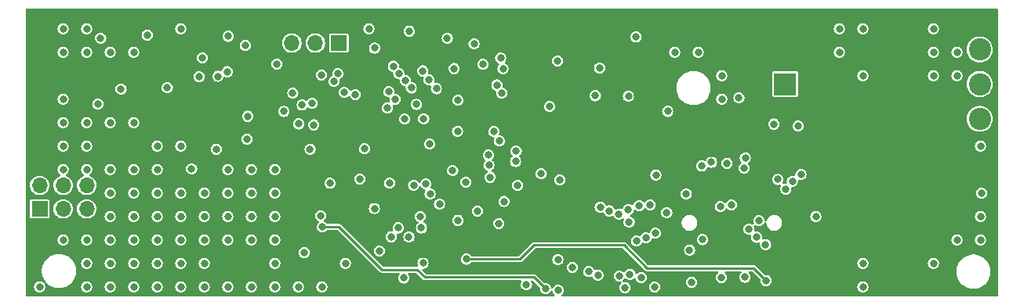
<source format=gbr>
%TF.GenerationSoftware,KiCad,Pcbnew,8.0.5*%
%TF.CreationDate,2025-03-11T15:07:16+00:00*%
%TF.ProjectId,UC_V4_4904-30028-06,55435f56-345f-4343-9930-342d33303032,rev?*%
%TF.SameCoordinates,Original*%
%TF.FileFunction,Copper,L3,Inr*%
%TF.FilePolarity,Positive*%
%FSLAX46Y46*%
G04 Gerber Fmt 4.6, Leading zero omitted, Abs format (unit mm)*
G04 Created by KiCad (PCBNEW 8.0.5) date 2025-03-11 15:07:16*
%MOMM*%
%LPD*%
G01*
G04 APERTURE LIST*
%TA.AperFunction,ComponentPad*%
%ADD10R,1.700000X1.700000*%
%TD*%
%TA.AperFunction,ComponentPad*%
%ADD11O,1.700000X1.700000*%
%TD*%
%TA.AperFunction,ComponentPad*%
%ADD12R,2.400000X2.400000*%
%TD*%
%TA.AperFunction,ComponentPad*%
%ADD13C,2.400000*%
%TD*%
%TA.AperFunction,ViaPad*%
%ADD14C,0.800000*%
%TD*%
%TA.AperFunction,Conductor*%
%ADD15C,0.250000*%
%TD*%
G04 APERTURE END LIST*
D10*
%TO.N,GND*%
%TO.C,J4*%
X133418200Y-92198200D03*
D11*
%TO.N,/SWDIO*%
X130878200Y-92198200D03*
%TO.N,/SWCLK*%
X128338200Y-92198200D03*
%TO.N,/+3V3*%
X125798200Y-92198200D03*
%TD*%
D12*
%TO.N,/Uext*%
%TO.C,BT1*%
X181618200Y-96648200D03*
D13*
%TO.N,GND*%
X202618200Y-96648200D03*
X202618200Y-92898200D03*
X202618200Y-100398200D03*
%TD*%
D10*
%TO.N,/+5V*%
%TO.C,J3*%
X101108200Y-110148200D03*
D11*
X101108200Y-107608200D03*
%TO.N,GND*%
X103648200Y-110148200D03*
X103648200Y-107608200D03*
X106188200Y-110148200D03*
X106188200Y-107608200D03*
%TD*%
D14*
%TO.N,GND*%
X103648200Y-90638200D03*
X152728200Y-107608200D03*
X121428200Y-113498200D03*
X168925400Y-99595600D03*
X123968200Y-118578200D03*
X126508200Y-118578200D03*
X106188200Y-118578200D03*
X187468200Y-90638200D03*
X174742000Y-117578800D03*
X177282000Y-117553400D03*
X108728200Y-116038200D03*
X106188200Y-113498200D03*
X202708200Y-100798200D03*
X106188200Y-103338200D03*
X111268200Y-110958200D03*
X116348200Y-118578200D03*
X123968200Y-113498200D03*
X111268200Y-108418200D03*
X116348200Y-116038200D03*
X197628200Y-93178200D03*
X121428200Y-105878200D03*
X120182800Y-103685000D03*
X174768200Y-95718200D03*
X197628200Y-90638200D03*
X168823800Y-110568400D03*
X126508200Y-105878200D03*
X106188200Y-116038200D03*
X112715200Y-91340600D03*
X111268200Y-116038200D03*
X107393200Y-98798200D03*
X121428200Y-118578200D03*
X106188200Y-93178200D03*
X141018200Y-90898200D03*
X169688200Y-93178200D03*
X116348200Y-103338200D03*
X145854400Y-94956800D03*
X111268200Y-100798200D03*
X108728200Y-105878200D03*
X134128200Y-116038200D03*
X121428200Y-110958200D03*
X101108200Y-118578200D03*
X111268200Y-105878200D03*
X118888200Y-108418200D03*
X126508200Y-108418200D03*
X103648200Y-105878200D03*
X202818200Y-108448200D03*
X157030400Y-94118600D03*
X106188200Y-105878200D03*
X164302600Y-118671000D03*
X150756600Y-102805400D03*
X135194200Y-97766800D03*
X190008200Y-90638200D03*
X123568200Y-100123200D03*
X200168200Y-95718200D03*
X111268200Y-118578200D03*
X200168200Y-93178200D03*
X190008200Y-95718200D03*
X130309600Y-103694400D03*
X113808200Y-105878200D03*
X123968200Y-105878200D03*
X113808200Y-116038200D03*
X118693200Y-93798200D03*
X103648200Y-103338200D03*
X202708200Y-110958200D03*
X116348200Y-110958200D03*
X131588200Y-118578200D03*
X113808200Y-103338200D03*
X145709800Y-106016000D03*
X190008200Y-118578200D03*
X121368200Y-95298200D03*
X108728200Y-100798200D03*
X121428200Y-108418200D03*
X129048200Y-118578200D03*
X171490800Y-118086800D03*
X202708200Y-113498200D03*
X164759800Y-111584400D03*
X108728200Y-110958200D03*
X174768200Y-98258200D03*
X118888200Y-116038200D03*
X123968200Y-108418200D03*
X108728200Y-113498200D03*
X113808200Y-108418200D03*
X126508200Y-116038200D03*
X161568200Y-94898200D03*
X106188200Y-90638200D03*
X118888200Y-118578200D03*
X142577800Y-100392400D03*
X156166800Y-99071600D03*
X116348200Y-90638200D03*
X107693200Y-91673200D03*
X167503000Y-118594800D03*
X126508200Y-110958200D03*
X172228200Y-93178200D03*
X116348200Y-108418200D03*
X190008200Y-116038200D03*
X200168200Y-113498200D03*
X184928200Y-110958200D03*
X123493200Y-102598200D03*
X118888200Y-110958200D03*
X113808200Y-110958200D03*
X103648200Y-100798200D03*
X126508200Y-113498200D03*
X103648200Y-98258200D03*
X118328600Y-95836400D03*
X202708200Y-103338200D03*
X171287600Y-114607000D03*
X109895800Y-97182600D03*
X164686200Y-97958500D03*
X103648200Y-93178200D03*
X118888200Y-113498200D03*
X116348200Y-113498200D03*
X117515800Y-105818600D03*
X187468200Y-93178200D03*
X108728200Y-93178200D03*
X108728200Y-108418200D03*
X143212800Y-103135600D03*
X113808200Y-118578200D03*
X166055200Y-117578800D03*
X130716000Y-101052800D03*
X103648200Y-113498200D03*
X123318200Y-92448200D03*
X111268200Y-93178200D03*
X108728200Y-118578200D03*
X136668200Y-90638200D03*
X197628200Y-116038200D03*
X164683600Y-110212800D03*
X197628200Y-95718200D03*
X113808200Y-113498200D03*
X106188200Y-100798200D03*
X123968200Y-110958200D03*
X121478200Y-91467600D03*
X111268200Y-113498200D03*
%TO.N,/OSC_OUT*%
X150993000Y-97614400D03*
%TO.N,/OSC_IN*%
X150477200Y-96734800D03*
%TO.N,/VDDA*%
X146235400Y-101738600D03*
%TO.N,Net-(U1A-VCAP)*%
X136177000Y-103643600D03*
%TO.N,/SDAT7*%
X157068200Y-115668200D03*
X132458200Y-107378200D03*
X138796136Y-97468464D03*
X139838200Y-112208200D03*
%TO.N,/uDTR*%
X183318200Y-106428200D03*
X179498200Y-114018200D03*
%TO.N,/uDCD*%
X178508200Y-113228200D03*
X182388200Y-107168200D03*
%TO.N,/uPWRKEY*%
X180838200Y-106968200D03*
X178768200Y-111438200D03*
%TO.N,/Alim*%
X157088200Y-118978200D03*
X172678200Y-113478200D03*
X144288200Y-109638200D03*
X143271400Y-108536400D03*
%TO.N,/uStatus*%
X177698200Y-112348200D03*
X181678200Y-108028200D03*
%TO.N,/SD_D2*%
X139301200Y-94702800D03*
X131528800Y-95642600D03*
%TO.N,/SD_D3*%
X139885400Y-95490200D03*
X133306800Y-95515600D03*
%TO.N,/SD_CMD*%
X141239400Y-97055600D03*
X132875000Y-96353800D03*
%TO.N,/SD_CLK*%
X140604400Y-96242800D03*
X134018000Y-97547600D03*
%TO.N,/SD_D1*%
X129458011Y-98913011D03*
X127490200Y-99605000D03*
%TO.N,/SYN*%
X140428200Y-117628200D03*
X161388200Y-117318200D03*
%TO.N,/SCL*%
X158638400Y-116486600D03*
X129065000Y-100951200D03*
X142508200Y-116028200D03*
X130538200Y-98716000D03*
%TO.N,/SDAT2*%
X167598200Y-112788200D03*
X142198200Y-110968200D03*
%TO.N,/SCS*%
X160388200Y-116938200D03*
X139078200Y-113168200D03*
%TO.N,/SDAT3*%
X142331600Y-112219400D03*
X166578200Y-113278200D03*
%TO.N,/SDAT4*%
X165558200Y-113618200D03*
X137258200Y-110108200D03*
%TO.N,/SDAT5*%
X164848200Y-117228200D03*
X140978200Y-113218200D03*
%TO.N,/SDAT6*%
X131444197Y-110888200D03*
X163688200Y-117418200D03*
%TO.N,/+3V3*%
X150318200Y-92898200D03*
X138107400Y-91121400D03*
X138166000Y-102770600D03*
X169738200Y-117604200D03*
X129352200Y-105412200D03*
X170652600Y-115699200D03*
X132528394Y-97702259D03*
X186248200Y-114175200D03*
X160899000Y-99519400D03*
X169382600Y-113286200D03*
X130139600Y-102211800D03*
X161229200Y-91950200D03*
X146184600Y-102856200D03*
%TO.N,/RS485_RxD*%
X153668200Y-118382700D03*
X139501227Y-98283332D03*
%TO.N,/IRQ2*%
X150688200Y-111736800D03*
X163668200Y-110718200D03*
%TO.N,/READY*%
X179542600Y-117909000D03*
X147183000Y-115597600D03*
%TO.N,/SCLK*%
X155278200Y-106358200D03*
X149738200Y-106728200D03*
%TO.N,/MISO*%
X157266800Y-107012400D03*
X165848200Y-109788200D03*
%TO.N,/MOSI*%
X167028200Y-109728200D03*
X151247000Y-109349200D03*
%TO.N,/SS*%
X167655400Y-106479000D03*
X150147000Y-101789400D03*
%TO.N,/RS485_TxD*%
X155728200Y-118798200D03*
X131638200Y-112117800D03*
X138648600Y-99240000D03*
%TO.N,/RS485_DE*%
X146268200Y-111388200D03*
X161638200Y-109968200D03*
X148378200Y-110388200D03*
X140520400Y-100417800D03*
%TO.N,/NRST*%
X161119800Y-97903200D03*
%TO.N,/OSC32_IN*%
X150891400Y-93829800D03*
%TO.N,/OSC32_OUT*%
X151145400Y-94972800D03*
%TO.N,/Magnet*%
X137785000Y-114708600D03*
X138893200Y-107348200D03*
X129678200Y-114888200D03*
X141790400Y-98843000D03*
X135676800Y-106910800D03*
%TO.N,/BT_RxD*%
X149558200Y-104338200D03*
X147128200Y-107248200D03*
X173658200Y-105108200D03*
X152568200Y-103898200D03*
%TO.N,/BT_TxD*%
X142814200Y-107444200D03*
X149621400Y-105437600D03*
X172608200Y-105518200D03*
X152498200Y-105018200D03*
%TO.N,/LED3*%
X177308200Y-104618200D03*
X142476200Y-95210800D03*
%TO.N,/LED2*%
X143162000Y-96201400D03*
X177178200Y-105728200D03*
%TO.N,/LED1*%
X143949400Y-97141200D03*
X175328200Y-105208200D03*
%TO.N,/SDAe*%
X148013400Y-92289800D03*
%TO.N,/SCLe*%
X145125600Y-91670800D03*
%TO.N,/StartMasura*%
X162608200Y-110368200D03*
X141493400Y-107596600D03*
%TO.N,/Main*%
X137269200Y-92747000D03*
X120343200Y-95802500D03*
X126728200Y-94474200D03*
%TO.N,/BT_RTS*%
X176618200Y-98148200D03*
X175808200Y-109708200D03*
%TO.N,/BT_CTS*%
X165518200Y-91548200D03*
X174608200Y-109908200D03*
%TO.N,/Mains*%
X180398200Y-100968200D03*
X183008200Y-101188200D03*
X146286200Y-98385800D03*
X170938200Y-108538200D03*
%TO.N,/+3V3_SD*%
X114891800Y-97039600D03*
X128443200Y-97623200D03*
%TO.N,/VBAT*%
X148978600Y-94499600D03*
%TD*%
D15*
%TO.N,/READY*%
X147183000Y-115597600D02*
X152999600Y-115597600D01*
X178196400Y-116562800D02*
X179542600Y-117909000D01*
X166690200Y-116562800D02*
X178196400Y-116562800D01*
X154523600Y-114073600D02*
X164201000Y-114073600D01*
X152999600Y-115597600D02*
X154523600Y-114073600D01*
X164201000Y-114073600D02*
X166690200Y-116562800D01*
%TO.N,/RS485_TxD*%
X154483400Y-117553400D02*
X155728200Y-118798200D01*
X141874400Y-116740600D02*
X142687200Y-117553400D01*
X138064400Y-116740600D02*
X141874400Y-116740600D01*
X142687200Y-117553400D02*
X154483400Y-117553400D01*
X131638200Y-112117800D02*
X133441600Y-112117800D01*
X133441600Y-112117800D02*
X138064400Y-116740600D01*
%TD*%
%TA.AperFunction,Conductor*%
%TO.N,/+3V3*%
G36*
X204554492Y-88465029D02*
G01*
X204601011Y-88518662D01*
X204612423Y-88571037D01*
X204615298Y-104035357D01*
X204618173Y-119504268D01*
X204618177Y-119522177D01*
X204598188Y-119590301D01*
X204544541Y-119636804D01*
X204492177Y-119648200D01*
X157572653Y-119648200D01*
X157504532Y-119628198D01*
X157458039Y-119574542D01*
X157447935Y-119504268D01*
X157477429Y-119439688D01*
X157495946Y-119422239D01*
X157516482Y-119406482D01*
X157612736Y-119281041D01*
X157673244Y-119134962D01*
X157693882Y-118978200D01*
X157692505Y-118967744D01*
X157681091Y-118881039D01*
X157673244Y-118821438D01*
X157612736Y-118675359D01*
X157516482Y-118549918D01*
X157391041Y-118453664D01*
X157313244Y-118421439D01*
X157244960Y-118393155D01*
X157088200Y-118372518D01*
X156931439Y-118393155D01*
X156785360Y-118453663D01*
X156785357Y-118453665D01*
X156659918Y-118549918D01*
X156563665Y-118675357D01*
X156563661Y-118675364D01*
X156556979Y-118691496D01*
X156512429Y-118746776D01*
X156445065Y-118769194D01*
X156376274Y-118751633D01*
X156327898Y-118699670D01*
X156315651Y-118659723D01*
X156313244Y-118641438D01*
X156252736Y-118495359D01*
X156156482Y-118369918D01*
X156031041Y-118273664D01*
X156002554Y-118261864D01*
X155884960Y-118213155D01*
X155728200Y-118192518D01*
X155728198Y-118192518D01*
X155661357Y-118201317D01*
X155591208Y-118190377D01*
X155555819Y-118165492D01*
X154683262Y-117292935D01*
X154683260Y-117292934D01*
X154683258Y-117292932D01*
X154609043Y-117250084D01*
X154609041Y-117250083D01*
X154609039Y-117250082D01*
X154526253Y-117227900D01*
X154526251Y-117227900D01*
X142874217Y-117227900D01*
X142806096Y-117207898D01*
X142785121Y-117190995D01*
X142441272Y-116847145D01*
X142407247Y-116784833D01*
X142412312Y-116714017D01*
X142454859Y-116657182D01*
X142513919Y-116633129D01*
X142664962Y-116613244D01*
X142811041Y-116552736D01*
X142897233Y-116486599D01*
X158032718Y-116486599D01*
X158032718Y-116486600D01*
X158053355Y-116643360D01*
X158101298Y-116759103D01*
X158113864Y-116789441D01*
X158210118Y-116914882D01*
X158335559Y-117011136D01*
X158481638Y-117071644D01*
X158638400Y-117092282D01*
X158795162Y-117071644D01*
X158941241Y-117011136D01*
X159036295Y-116938199D01*
X159782518Y-116938199D01*
X159782518Y-116938200D01*
X159803155Y-117094960D01*
X159858838Y-117229389D01*
X159863664Y-117241041D01*
X159959918Y-117366482D01*
X160085359Y-117462736D01*
X160231438Y-117523244D01*
X160388200Y-117543882D01*
X160544962Y-117523244D01*
X160666008Y-117473104D01*
X160736595Y-117465516D01*
X160800082Y-117497295D01*
X160830631Y-117541294D01*
X160863664Y-117621041D01*
X160959918Y-117746482D01*
X161085359Y-117842736D01*
X161231438Y-117903244D01*
X161388200Y-117923882D01*
X161544962Y-117903244D01*
X161691041Y-117842736D01*
X161816482Y-117746482D01*
X161912736Y-117621041D01*
X161973244Y-117474962D01*
X161980717Y-117418199D01*
X163082518Y-117418199D01*
X163082518Y-117418200D01*
X163103155Y-117574960D01*
X163125208Y-117628199D01*
X163163664Y-117721041D01*
X163259918Y-117846482D01*
X163385359Y-117942736D01*
X163531438Y-118003244D01*
X163688200Y-118023882D01*
X163790907Y-118010360D01*
X163861055Y-118021299D01*
X163914154Y-118068427D01*
X163933344Y-118136781D01*
X163912533Y-118204659D01*
X163884059Y-118235243D01*
X163874319Y-118242716D01*
X163778065Y-118368157D01*
X163778063Y-118368160D01*
X163717555Y-118514239D01*
X163696918Y-118670999D01*
X163696918Y-118671000D01*
X163717555Y-118827760D01*
X163775539Y-118967744D01*
X163778064Y-118973841D01*
X163874318Y-119099282D01*
X163999759Y-119195536D01*
X164145838Y-119256044D01*
X164302600Y-119276682D01*
X164459362Y-119256044D01*
X164605441Y-119195536D01*
X164730882Y-119099282D01*
X164827136Y-118973841D01*
X164887644Y-118827762D01*
X164908282Y-118671000D01*
X164906796Y-118659716D01*
X164898250Y-118594799D01*
X166897318Y-118594799D01*
X166897318Y-118594800D01*
X166917955Y-118751560D01*
X166946900Y-118821438D01*
X166978464Y-118897641D01*
X167074718Y-119023082D01*
X167200159Y-119119336D01*
X167346238Y-119179844D01*
X167503000Y-119200482D01*
X167659762Y-119179844D01*
X167805841Y-119119336D01*
X167931282Y-119023082D01*
X168027536Y-118897641D01*
X168088044Y-118751562D01*
X168108682Y-118594800D01*
X168106496Y-118578199D01*
X168094324Y-118485738D01*
X168088044Y-118438038D01*
X168027536Y-118291959D01*
X167931282Y-118166518D01*
X167827390Y-118086799D01*
X170885118Y-118086799D01*
X170885118Y-118086800D01*
X170905755Y-118243560D01*
X170963389Y-118382699D01*
X170966264Y-118389641D01*
X171062518Y-118515082D01*
X171187959Y-118611336D01*
X171334038Y-118671844D01*
X171490800Y-118692482D01*
X171647562Y-118671844D01*
X171793641Y-118611336D01*
X171836826Y-118578199D01*
X189402518Y-118578199D01*
X189402518Y-118578200D01*
X189423155Y-118734960D01*
X189458976Y-118821438D01*
X189483664Y-118881041D01*
X189579918Y-119006482D01*
X189705359Y-119102736D01*
X189851438Y-119163244D01*
X190008200Y-119183882D01*
X190164962Y-119163244D01*
X190311041Y-119102736D01*
X190436482Y-119006482D01*
X190532736Y-118881041D01*
X190593244Y-118734962D01*
X190613882Y-118578200D01*
X190593244Y-118421438D01*
X190532736Y-118275359D01*
X190436482Y-118149918D01*
X190311041Y-118053664D01*
X190244989Y-118026304D01*
X190164960Y-117993155D01*
X190008200Y-117972518D01*
X189851439Y-117993155D01*
X189705360Y-118053663D01*
X189705357Y-118053665D01*
X189579918Y-118149918D01*
X189483665Y-118275357D01*
X189483663Y-118275360D01*
X189423155Y-118421439D01*
X189402518Y-118578199D01*
X171836826Y-118578199D01*
X171919082Y-118515082D01*
X172015336Y-118389641D01*
X172075844Y-118243562D01*
X172096482Y-118086800D01*
X172092490Y-118056481D01*
X172075844Y-117930039D01*
X172067130Y-117909000D01*
X172015336Y-117783959D01*
X171919082Y-117658518D01*
X171793641Y-117562264D01*
X171772242Y-117553400D01*
X171647560Y-117501755D01*
X171490800Y-117481118D01*
X171334039Y-117501755D01*
X171187960Y-117562263D01*
X171187957Y-117562265D01*
X171062518Y-117658518D01*
X170966265Y-117783957D01*
X170966263Y-117783960D01*
X170905755Y-117930039D01*
X170885118Y-118086799D01*
X167827390Y-118086799D01*
X167805841Y-118070264D01*
X167801407Y-118068427D01*
X167659760Y-118009755D01*
X167503000Y-117989118D01*
X167346239Y-118009755D01*
X167200160Y-118070263D01*
X167200157Y-118070265D01*
X167074718Y-118166518D01*
X166978465Y-118291957D01*
X166978463Y-118291960D01*
X166917955Y-118438039D01*
X166897318Y-118594799D01*
X164898250Y-118594799D01*
X164890965Y-118539462D01*
X164887644Y-118514238D01*
X164827136Y-118368159D01*
X164730882Y-118242718D01*
X164605441Y-118146464D01*
X164586326Y-118138546D01*
X164459360Y-118085955D01*
X164302600Y-118065318D01*
X164302598Y-118065318D01*
X164199891Y-118078839D01*
X164129743Y-118067899D01*
X164076645Y-118020771D01*
X164057455Y-117952417D01*
X164078267Y-117884539D01*
X164106744Y-117853954D01*
X164116482Y-117846482D01*
X164212736Y-117721041D01*
X164220164Y-117703107D01*
X164264711Y-117647828D01*
X164332074Y-117625407D01*
X164400866Y-117642965D01*
X164412778Y-117652219D01*
X164413366Y-117651454D01*
X164419917Y-117656480D01*
X164419918Y-117656482D01*
X164545359Y-117752736D01*
X164691438Y-117813244D01*
X164848200Y-117833882D01*
X165004962Y-117813244D01*
X165151041Y-117752736D01*
X165269946Y-117661496D01*
X165336166Y-117635896D01*
X165405715Y-117650161D01*
X165456511Y-117699762D01*
X165468355Y-117728843D01*
X165470154Y-117735556D01*
X165470155Y-117735560D01*
X165470156Y-117735562D01*
X165510882Y-117833882D01*
X165529528Y-117878900D01*
X165530664Y-117881641D01*
X165626918Y-118007082D01*
X165752359Y-118103336D01*
X165898438Y-118163844D01*
X166055200Y-118184482D01*
X166211962Y-118163844D01*
X166358041Y-118103336D01*
X166483482Y-118007082D01*
X166579736Y-117881641D01*
X166640244Y-117735562D01*
X166660882Y-117578800D01*
X166660376Y-117574960D01*
X166647969Y-117480718D01*
X166640244Y-117422038D01*
X166579736Y-117275959D01*
X166483482Y-117150518D01*
X166358041Y-117054264D01*
X166304852Y-117032232D01*
X166211960Y-116993755D01*
X166055200Y-116973118D01*
X165898439Y-116993755D01*
X165752360Y-117054263D01*
X165752352Y-117054268D01*
X165633452Y-117145503D01*
X165567232Y-117171103D01*
X165497683Y-117156838D01*
X165446887Y-117107236D01*
X165435042Y-117078150D01*
X165433244Y-117071445D01*
X165433244Y-117071438D01*
X165372736Y-116925359D01*
X165276482Y-116799918D01*
X165151041Y-116703664D01*
X165005460Y-116643362D01*
X165004960Y-116643155D01*
X164848200Y-116622518D01*
X164691439Y-116643155D01*
X164545360Y-116703663D01*
X164545357Y-116703665D01*
X164419918Y-116799918D01*
X164323665Y-116925357D01*
X164323662Y-116925362D01*
X164316234Y-116943295D01*
X164271683Y-116998574D01*
X164204319Y-117020992D01*
X164135528Y-117003431D01*
X164123621Y-116994180D01*
X164123034Y-116994946D01*
X164116482Y-116989919D01*
X164116482Y-116989918D01*
X163991041Y-116893664D01*
X163984294Y-116890869D01*
X163844960Y-116833155D01*
X163688200Y-116812518D01*
X163531439Y-116833155D01*
X163385360Y-116893663D01*
X163385357Y-116893665D01*
X163259918Y-116989918D01*
X163163665Y-117115357D01*
X163163663Y-117115360D01*
X163103155Y-117261439D01*
X163082518Y-117418199D01*
X161980717Y-117418199D01*
X161993882Y-117318200D01*
X161990555Y-117292932D01*
X161979641Y-117210032D01*
X161973244Y-117161438D01*
X161912736Y-117015359D01*
X161816482Y-116889918D01*
X161691041Y-116793664D01*
X161680849Y-116789442D01*
X161544960Y-116733155D01*
X161388200Y-116712518D01*
X161231437Y-116733156D01*
X161110392Y-116783294D01*
X161039803Y-116790883D01*
X160976316Y-116759103D01*
X160945768Y-116715106D01*
X160912736Y-116635359D01*
X160816482Y-116509918D01*
X160691041Y-116413664D01*
X160605412Y-116378195D01*
X160544960Y-116353155D01*
X160388200Y-116332518D01*
X160231439Y-116353155D01*
X160085360Y-116413663D01*
X160085357Y-116413665D01*
X159959918Y-116509918D01*
X159863665Y-116635357D01*
X159863663Y-116635360D01*
X159803155Y-116781439D01*
X159782518Y-116938199D01*
X159036295Y-116938199D01*
X159066682Y-116914882D01*
X159162936Y-116789441D01*
X159223444Y-116643362D01*
X159244082Y-116486600D01*
X159241433Y-116466482D01*
X159225796Y-116347704D01*
X159223444Y-116329838D01*
X159162936Y-116183759D01*
X159066682Y-116058318D01*
X158941241Y-115962064D01*
X158824032Y-115913514D01*
X158795160Y-115901555D01*
X158638400Y-115880918D01*
X158481639Y-115901555D01*
X158335560Y-115962063D01*
X158335557Y-115962065D01*
X158210118Y-116058318D01*
X158113865Y-116183757D01*
X158113863Y-116183760D01*
X158053355Y-116329839D01*
X158032718Y-116486599D01*
X142897233Y-116486599D01*
X142936482Y-116456482D01*
X143032736Y-116331041D01*
X143093244Y-116184962D01*
X143113882Y-116028200D01*
X143113576Y-116025879D01*
X143094561Y-115881439D01*
X143093244Y-115871438D01*
X143032736Y-115725359D01*
X142936482Y-115599918D01*
X142933460Y-115597599D01*
X146577318Y-115597599D01*
X146577318Y-115597600D01*
X146597955Y-115754360D01*
X146646451Y-115871438D01*
X146658464Y-115900441D01*
X146754718Y-116025882D01*
X146880159Y-116122136D01*
X147026238Y-116182644D01*
X147183000Y-116203282D01*
X147339762Y-116182644D01*
X147485841Y-116122136D01*
X147611282Y-116025882D01*
X147621118Y-116013062D01*
X147652324Y-115972396D01*
X147709662Y-115930529D01*
X147752286Y-115923100D01*
X153042451Y-115923100D01*
X153042453Y-115923100D01*
X153125239Y-115900918D01*
X153199462Y-115858065D01*
X153389328Y-115668199D01*
X156462518Y-115668199D01*
X156462518Y-115668200D01*
X156483155Y-115824960D01*
X156539946Y-115962064D01*
X156543664Y-115971041D01*
X156639918Y-116096482D01*
X156765359Y-116192736D01*
X156911438Y-116253244D01*
X157068200Y-116273882D01*
X157224962Y-116253244D01*
X157371041Y-116192736D01*
X157496482Y-116096482D01*
X157592736Y-115971041D01*
X157653244Y-115824962D01*
X157673882Y-115668200D01*
X157653244Y-115511438D01*
X157592736Y-115365359D01*
X157496482Y-115239918D01*
X157371041Y-115143664D01*
X157354666Y-115136881D01*
X157224960Y-115083155D01*
X157068200Y-115062518D01*
X156911439Y-115083155D01*
X156765360Y-115143663D01*
X156765357Y-115143665D01*
X156639918Y-115239918D01*
X156543665Y-115365357D01*
X156543663Y-115365360D01*
X156483155Y-115511439D01*
X156462518Y-115668199D01*
X153389328Y-115668199D01*
X154621522Y-114436005D01*
X154683834Y-114401980D01*
X154710617Y-114399100D01*
X164013983Y-114399100D01*
X164082104Y-114419102D01*
X164103078Y-114436005D01*
X166429734Y-116762661D01*
X166429735Y-116762662D01*
X166490338Y-116823265D01*
X166490339Y-116823266D01*
X166490341Y-116823267D01*
X166564557Y-116866116D01*
X166564559Y-116866116D01*
X166564562Y-116866118D01*
X166647347Y-116888300D01*
X166733053Y-116888300D01*
X174284263Y-116888300D01*
X174352384Y-116908302D01*
X174398877Y-116961958D01*
X174408981Y-117032232D01*
X174379487Y-117096812D01*
X174360967Y-117114262D01*
X174313720Y-117150515D01*
X174217465Y-117275957D01*
X174217463Y-117275960D01*
X174156955Y-117422039D01*
X174136318Y-117578799D01*
X174136318Y-117578800D01*
X174156955Y-117735560D01*
X174216329Y-117878900D01*
X174217464Y-117881641D01*
X174313718Y-118007082D01*
X174439159Y-118103336D01*
X174585238Y-118163844D01*
X174742000Y-118184482D01*
X174898762Y-118163844D01*
X175044841Y-118103336D01*
X175170282Y-118007082D01*
X175266536Y-117881641D01*
X175327044Y-117735562D01*
X175347682Y-117578800D01*
X175347176Y-117574960D01*
X175334769Y-117480718D01*
X175327044Y-117422038D01*
X175266536Y-117275959D01*
X175170282Y-117150518D01*
X175170280Y-117150516D01*
X175170279Y-117150515D01*
X175123033Y-117114262D01*
X175081166Y-117056924D01*
X175076944Y-116986054D01*
X175111708Y-116924151D01*
X175174421Y-116890869D01*
X175199737Y-116888300D01*
X176791161Y-116888300D01*
X176859282Y-116908302D01*
X176905775Y-116961958D01*
X176915879Y-117032232D01*
X176886385Y-117096812D01*
X176867865Y-117114262D01*
X176853720Y-117125115D01*
X176757465Y-117250557D01*
X176757463Y-117250560D01*
X176696955Y-117396639D01*
X176676318Y-117553399D01*
X176676318Y-117553400D01*
X176696955Y-117710160D01*
X176748203Y-117833882D01*
X176757464Y-117856241D01*
X176853718Y-117981682D01*
X176979159Y-118077936D01*
X177125238Y-118138444D01*
X177282000Y-118159082D01*
X177438762Y-118138444D01*
X177584841Y-118077936D01*
X177710282Y-117981682D01*
X177806536Y-117856241D01*
X177867044Y-117710162D01*
X177887682Y-117553400D01*
X177886088Y-117541296D01*
X177869883Y-117418200D01*
X177867044Y-117396638D01*
X177806536Y-117250559D01*
X177710282Y-117125118D01*
X177710280Y-117125116D01*
X177710279Y-117125115D01*
X177696135Y-117114262D01*
X177654268Y-117056924D01*
X177650046Y-116986053D01*
X177684810Y-116924150D01*
X177747523Y-116890869D01*
X177772839Y-116888300D01*
X178009383Y-116888300D01*
X178077504Y-116908302D01*
X178098478Y-116925205D01*
X178909890Y-117736617D01*
X178943916Y-117798929D01*
X178945717Y-117842157D01*
X178936918Y-117908998D01*
X178936918Y-117909001D01*
X178957555Y-118065760D01*
X179017065Y-118209428D01*
X179018064Y-118211841D01*
X179114318Y-118337282D01*
X179239759Y-118433536D01*
X179385838Y-118494044D01*
X179542600Y-118514682D01*
X179699362Y-118494044D01*
X179845441Y-118433536D01*
X179970882Y-118337282D01*
X180067136Y-118211841D01*
X180127644Y-118065762D01*
X180148282Y-117909000D01*
X180127644Y-117752238D01*
X180067136Y-117606159D01*
X179970882Y-117480718D01*
X179845441Y-117384464D01*
X179802027Y-117366481D01*
X179699360Y-117323955D01*
X179542600Y-117303318D01*
X179542598Y-117303318D01*
X179475757Y-117312117D01*
X179405608Y-117301177D01*
X179370217Y-117276290D01*
X178916436Y-116822509D01*
X200094900Y-116822509D01*
X200094900Y-117065090D01*
X200126560Y-117305582D01*
X200189344Y-117539895D01*
X200189345Y-117539897D01*
X200189346Y-117539900D01*
X200282176Y-117764012D01*
X200282177Y-117764013D01*
X200282182Y-117764024D01*
X200403461Y-117974085D01*
X200403463Y-117974088D01*
X200403464Y-117974089D01*
X200551135Y-118166538D01*
X200551139Y-118166542D01*
X200551144Y-118166548D01*
X200722651Y-118338055D01*
X200722656Y-118338059D01*
X200722662Y-118338065D01*
X200915111Y-118485736D01*
X200915114Y-118485738D01*
X201125175Y-118607017D01*
X201125179Y-118607018D01*
X201125188Y-118607024D01*
X201349300Y-118699854D01*
X201583611Y-118762638D01*
X201583615Y-118762638D01*
X201583617Y-118762639D01*
X201645602Y-118770799D01*
X201824112Y-118794300D01*
X201824119Y-118794300D01*
X202066681Y-118794300D01*
X202066688Y-118794300D01*
X202284037Y-118765685D01*
X202307182Y-118762639D01*
X202307182Y-118762638D01*
X202307189Y-118762638D01*
X202541500Y-118699854D01*
X202765612Y-118607024D01*
X202975689Y-118485736D01*
X203168138Y-118338065D01*
X203339665Y-118166538D01*
X203487336Y-117974089D01*
X203608624Y-117764012D01*
X203701454Y-117539900D01*
X203764238Y-117305589D01*
X203795900Y-117065088D01*
X203795900Y-116822512D01*
X203764238Y-116582011D01*
X203701454Y-116347700D01*
X203608624Y-116123588D01*
X203608618Y-116123579D01*
X203608617Y-116123575D01*
X203487338Y-115913514D01*
X203487336Y-115913511D01*
X203339665Y-115721062D01*
X203339659Y-115721056D01*
X203339655Y-115721051D01*
X203168148Y-115549544D01*
X203168142Y-115549539D01*
X203168138Y-115549535D01*
X202975689Y-115401864D01*
X202975688Y-115401863D01*
X202975685Y-115401861D01*
X202765624Y-115280582D01*
X202765616Y-115280578D01*
X202765612Y-115280576D01*
X202541500Y-115187746D01*
X202541497Y-115187745D01*
X202541495Y-115187744D01*
X202307182Y-115124960D01*
X202066690Y-115093300D01*
X202066688Y-115093300D01*
X201824112Y-115093300D01*
X201824109Y-115093300D01*
X201583617Y-115124960D01*
X201349304Y-115187744D01*
X201349300Y-115187746D01*
X201223346Y-115239918D01*
X201125186Y-115280577D01*
X201125175Y-115280582D01*
X200915114Y-115401861D01*
X200722662Y-115549535D01*
X200722651Y-115549544D01*
X200551144Y-115721051D01*
X200551135Y-115721062D01*
X200403461Y-115913514D01*
X200282182Y-116123575D01*
X200282177Y-116123586D01*
X200282176Y-116123588D01*
X200257252Y-116183760D01*
X200189346Y-116347700D01*
X200189344Y-116347704D01*
X200126560Y-116582017D01*
X200094900Y-116822509D01*
X178916436Y-116822509D01*
X178396268Y-116302340D01*
X178396258Y-116302332D01*
X178322043Y-116259484D01*
X178322041Y-116259483D01*
X178322039Y-116259482D01*
X178239253Y-116237300D01*
X178239251Y-116237300D01*
X166877217Y-116237300D01*
X166809096Y-116217298D01*
X166788122Y-116200395D01*
X166625926Y-116038199D01*
X189402518Y-116038199D01*
X189402518Y-116038200D01*
X189423155Y-116194960D01*
X189480134Y-116332518D01*
X189483664Y-116341041D01*
X189579918Y-116466482D01*
X189705359Y-116562736D01*
X189851438Y-116623244D01*
X190008200Y-116643882D01*
X190164962Y-116623244D01*
X190311041Y-116562736D01*
X190436482Y-116466482D01*
X190532736Y-116341041D01*
X190593244Y-116194962D01*
X190613882Y-116038200D01*
X190613882Y-116038199D01*
X197022518Y-116038199D01*
X197022518Y-116038200D01*
X197043155Y-116194960D01*
X197100134Y-116332518D01*
X197103664Y-116341041D01*
X197199918Y-116466482D01*
X197325359Y-116562736D01*
X197471438Y-116623244D01*
X197628200Y-116643882D01*
X197784962Y-116623244D01*
X197931041Y-116562736D01*
X198056482Y-116466482D01*
X198152736Y-116341041D01*
X198213244Y-116194962D01*
X198233882Y-116038200D01*
X198232565Y-116028200D01*
X198217466Y-115913511D01*
X198213244Y-115881438D01*
X198152736Y-115735359D01*
X198056482Y-115609918D01*
X197931041Y-115513664D01*
X197925670Y-115511439D01*
X197784960Y-115453155D01*
X197628200Y-115432518D01*
X197471439Y-115453155D01*
X197325360Y-115513663D01*
X197325357Y-115513665D01*
X197199918Y-115609918D01*
X197103665Y-115735357D01*
X197103663Y-115735360D01*
X197043155Y-115881439D01*
X197022518Y-116038199D01*
X190613882Y-116038199D01*
X190612565Y-116028200D01*
X190597466Y-115913511D01*
X190593244Y-115881438D01*
X190532736Y-115735359D01*
X190436482Y-115609918D01*
X190311041Y-115513664D01*
X190305670Y-115511439D01*
X190164960Y-115453155D01*
X190008200Y-115432518D01*
X189851439Y-115453155D01*
X189705360Y-115513663D01*
X189705357Y-115513665D01*
X189579918Y-115609918D01*
X189483665Y-115735357D01*
X189483663Y-115735360D01*
X189423155Y-115881439D01*
X189402518Y-116038199D01*
X166625926Y-116038199D01*
X165194727Y-114606999D01*
X170681918Y-114606999D01*
X170681918Y-114607000D01*
X170702555Y-114763760D01*
X170754100Y-114888199D01*
X170763064Y-114909841D01*
X170859318Y-115035282D01*
X170984759Y-115131536D01*
X171130838Y-115192044D01*
X171287600Y-115212682D01*
X171444362Y-115192044D01*
X171590441Y-115131536D01*
X171715882Y-115035282D01*
X171812136Y-114909841D01*
X171872644Y-114763762D01*
X171893282Y-114607000D01*
X171872644Y-114450238D01*
X171812136Y-114304159D01*
X171715882Y-114178718D01*
X171590441Y-114082464D01*
X171503571Y-114046481D01*
X171444360Y-114021955D01*
X171287600Y-114001318D01*
X171130839Y-114021955D01*
X170984760Y-114082463D01*
X170984757Y-114082465D01*
X170859318Y-114178718D01*
X170763065Y-114304157D01*
X170763063Y-114304160D01*
X170702555Y-114450239D01*
X170681918Y-114606999D01*
X165194727Y-114606999D01*
X164400868Y-113813140D01*
X164400858Y-113813132D01*
X164326643Y-113770284D01*
X164326641Y-113770283D01*
X164326639Y-113770282D01*
X164243853Y-113748100D01*
X154480747Y-113748100D01*
X154436385Y-113759986D01*
X154397964Y-113770281D01*
X154397957Y-113770284D01*
X154379330Y-113781039D01*
X154379327Y-113781041D01*
X154362658Y-113790665D01*
X154323739Y-113813134D01*
X154323731Y-113813140D01*
X152901678Y-115235195D01*
X152839366Y-115269220D01*
X152812583Y-115272100D01*
X147752286Y-115272100D01*
X147684165Y-115252098D01*
X147652324Y-115222804D01*
X147611284Y-115169320D01*
X147611282Y-115169319D01*
X147611282Y-115169318D01*
X147485841Y-115073064D01*
X147394628Y-115035282D01*
X147339760Y-115012555D01*
X147183000Y-114991918D01*
X147026239Y-115012555D01*
X146880160Y-115073063D01*
X146880157Y-115073065D01*
X146754718Y-115169318D01*
X146658465Y-115294757D01*
X146658463Y-115294760D01*
X146597955Y-115440839D01*
X146577318Y-115597599D01*
X142933460Y-115597599D01*
X142811041Y-115503664D01*
X142787426Y-115493882D01*
X142664960Y-115443155D01*
X142508200Y-115422518D01*
X142351439Y-115443155D01*
X142205360Y-115503663D01*
X142205357Y-115503665D01*
X142079918Y-115599918D01*
X141983665Y-115725357D01*
X141983663Y-115725360D01*
X141923155Y-115871439D01*
X141902518Y-116028199D01*
X141902518Y-116028200D01*
X141923155Y-116184960D01*
X141946319Y-116240882D01*
X141953908Y-116311472D01*
X141922128Y-116374959D01*
X141861070Y-116411186D01*
X141829910Y-116415100D01*
X138251417Y-116415100D01*
X138183296Y-116395098D01*
X138162322Y-116378195D01*
X136492726Y-114708599D01*
X137179318Y-114708599D01*
X137179318Y-114708600D01*
X137199955Y-114865360D01*
X137199956Y-114865362D01*
X137260464Y-115011441D01*
X137356718Y-115136882D01*
X137482159Y-115233136D01*
X137628238Y-115293644D01*
X137785000Y-115314282D01*
X137941762Y-115293644D01*
X138087841Y-115233136D01*
X138213282Y-115136882D01*
X138309536Y-115011441D01*
X138370044Y-114865362D01*
X138390682Y-114708600D01*
X138370044Y-114551838D01*
X138309536Y-114405759D01*
X138213282Y-114280318D01*
X138087841Y-114184064D01*
X137941762Y-114123556D01*
X137941760Y-114123555D01*
X137785000Y-114102918D01*
X137628239Y-114123555D01*
X137482160Y-114184063D01*
X137482157Y-114184065D01*
X137356718Y-114280318D01*
X137260465Y-114405757D01*
X137260463Y-114405760D01*
X137199955Y-114551839D01*
X137179318Y-114708599D01*
X136492726Y-114708599D01*
X134952327Y-113168199D01*
X138472518Y-113168199D01*
X138472518Y-113168200D01*
X138493155Y-113324960D01*
X138552713Y-113468744D01*
X138553664Y-113471041D01*
X138649918Y-113596482D01*
X138775359Y-113692736D01*
X138921438Y-113753244D01*
X139078200Y-113773882D01*
X139234962Y-113753244D01*
X139381041Y-113692736D01*
X139506482Y-113596482D01*
X139602736Y-113471041D01*
X139663244Y-113324962D01*
X139677300Y-113218199D01*
X140372518Y-113218199D01*
X140372518Y-113218200D01*
X140393155Y-113374960D01*
X140444203Y-113498199D01*
X140453664Y-113521041D01*
X140549918Y-113646482D01*
X140675359Y-113742736D01*
X140821438Y-113803244D01*
X140978200Y-113823882D01*
X141134962Y-113803244D01*
X141281041Y-113742736D01*
X141406482Y-113646482D01*
X141428184Y-113618199D01*
X164952518Y-113618199D01*
X164952518Y-113618200D01*
X164973155Y-113774960D01*
X165009724Y-113863244D01*
X165033664Y-113921041D01*
X165129918Y-114046482D01*
X165255359Y-114142736D01*
X165401438Y-114203244D01*
X165558200Y-114223882D01*
X165714962Y-114203244D01*
X165861041Y-114142736D01*
X165986482Y-114046482D01*
X166082736Y-113921041D01*
X166104554Y-113868365D01*
X166149100Y-113813087D01*
X166216463Y-113790665D01*
X166269180Y-113800176D01*
X166275357Y-113802734D01*
X166275359Y-113802736D01*
X166421438Y-113863244D01*
X166578200Y-113883882D01*
X166734962Y-113863244D01*
X166881041Y-113802736D01*
X167006482Y-113706482D01*
X167102736Y-113581041D01*
X167145335Y-113478199D01*
X172072518Y-113478199D01*
X172072518Y-113478200D01*
X172093155Y-113634960D01*
X172150699Y-113773882D01*
X172153664Y-113781041D01*
X172249918Y-113906482D01*
X172375359Y-114002736D01*
X172521438Y-114063244D01*
X172678200Y-114083882D01*
X172834962Y-114063244D01*
X172981041Y-114002736D01*
X173106482Y-113906482D01*
X173202736Y-113781041D01*
X173263244Y-113634962D01*
X173283882Y-113478200D01*
X173263244Y-113321438D01*
X173202736Y-113175359D01*
X173106482Y-113049918D01*
X172981041Y-112953664D01*
X172912710Y-112925360D01*
X172834960Y-112893155D01*
X172678200Y-112872518D01*
X172521439Y-112893155D01*
X172375360Y-112953663D01*
X172375357Y-112953665D01*
X172249918Y-113049918D01*
X172153665Y-113175357D01*
X172153663Y-113175360D01*
X172093155Y-113321439D01*
X172072518Y-113478199D01*
X167145335Y-113478199D01*
X167163244Y-113434962D01*
X167163901Y-113429970D01*
X167192618Y-113365043D01*
X167251880Y-113325948D01*
X167322871Y-113325098D01*
X167337036Y-113329999D01*
X167441438Y-113373244D01*
X167598200Y-113393882D01*
X167754962Y-113373244D01*
X167901041Y-113312736D01*
X168026482Y-113216482D01*
X168122736Y-113091041D01*
X168183244Y-112944962D01*
X168203882Y-112788200D01*
X168183244Y-112631438D01*
X168122736Y-112485359D01*
X168026482Y-112359918D01*
X167901041Y-112263664D01*
X167794179Y-112219400D01*
X167754960Y-112203155D01*
X167598200Y-112182518D01*
X167441439Y-112203155D01*
X167295360Y-112263663D01*
X167295357Y-112263665D01*
X167169918Y-112359918D01*
X167073665Y-112485357D01*
X167073663Y-112485360D01*
X167013156Y-112631438D01*
X167012498Y-112636437D01*
X166983775Y-112701364D01*
X166924509Y-112740455D01*
X166853517Y-112741299D01*
X166839358Y-112736398D01*
X166734960Y-112693155D01*
X166578200Y-112672518D01*
X166421439Y-112693155D01*
X166275360Y-112753663D01*
X166275357Y-112753665D01*
X166149918Y-112849918D01*
X166053665Y-112975357D01*
X166053661Y-112975364D01*
X166031845Y-113028033D01*
X165987297Y-113083314D01*
X165919933Y-113105734D01*
X165867219Y-113096223D01*
X165714960Y-113033155D01*
X165558200Y-113012518D01*
X165401439Y-113033155D01*
X165255360Y-113093663D01*
X165255357Y-113093665D01*
X165129918Y-113189918D01*
X165033665Y-113315357D01*
X165033663Y-113315360D01*
X164973155Y-113461439D01*
X164952518Y-113618199D01*
X141428184Y-113618199D01*
X141502736Y-113521041D01*
X141563244Y-113374962D01*
X141583882Y-113218200D01*
X141563244Y-113061438D01*
X141502736Y-112915359D01*
X141406482Y-112789918D01*
X141281041Y-112693664D01*
X141279813Y-112693155D01*
X141134960Y-112633155D01*
X140978200Y-112612518D01*
X140821439Y-112633155D01*
X140675360Y-112693663D01*
X140675357Y-112693665D01*
X140549918Y-112789918D01*
X140453665Y-112915357D01*
X140453663Y-112915360D01*
X140393155Y-113061439D01*
X140372518Y-113218199D01*
X139677300Y-113218199D01*
X139683882Y-113168200D01*
X139663244Y-113011438D01*
X139650118Y-112979751D01*
X139642529Y-112909162D01*
X139674308Y-112845675D01*
X139735365Y-112809447D01*
X139782971Y-112806611D01*
X139838200Y-112813882D01*
X139994962Y-112793244D01*
X140141041Y-112732736D01*
X140266482Y-112636482D01*
X140362736Y-112511041D01*
X140423244Y-112364962D01*
X140443882Y-112208200D01*
X140423244Y-112051438D01*
X140362736Y-111905359D01*
X140266482Y-111779918D01*
X140141041Y-111683664D01*
X140112001Y-111671635D01*
X139994960Y-111623155D01*
X139838200Y-111602518D01*
X139681439Y-111623155D01*
X139535360Y-111683663D01*
X139535357Y-111683665D01*
X139409918Y-111779918D01*
X139313665Y-111905357D01*
X139313663Y-111905360D01*
X139253155Y-112051439D01*
X139232518Y-112208199D01*
X139232518Y-112208200D01*
X139253155Y-112364960D01*
X139266281Y-112396648D01*
X139273870Y-112467238D01*
X139242090Y-112530725D01*
X139181032Y-112566952D01*
X139133427Y-112569788D01*
X139078202Y-112562518D01*
X139078200Y-112562518D01*
X138921439Y-112583155D01*
X138775360Y-112643663D01*
X138775357Y-112643665D01*
X138649918Y-112739918D01*
X138553665Y-112865357D01*
X138553663Y-112865360D01*
X138493155Y-113011439D01*
X138472518Y-113168199D01*
X134952327Y-113168199D01*
X133641468Y-111857340D01*
X133641458Y-111857332D01*
X133567243Y-111814484D01*
X133567241Y-111814483D01*
X133567239Y-111814482D01*
X133484453Y-111792300D01*
X133484451Y-111792300D01*
X132207486Y-111792300D01*
X132139365Y-111772298D01*
X132107524Y-111743004D01*
X132066484Y-111689520D01*
X132066482Y-111689519D01*
X132066482Y-111689518D01*
X131941041Y-111593264D01*
X131863882Y-111561303D01*
X131808604Y-111516756D01*
X131786183Y-111449393D01*
X131803742Y-111380601D01*
X131835398Y-111344934D01*
X131872479Y-111316482D01*
X131968733Y-111191041D01*
X132029241Y-111044962D01*
X132039347Y-110968199D01*
X141592518Y-110968199D01*
X141592518Y-110968200D01*
X141613155Y-111124960D01*
X141661940Y-111242736D01*
X141673664Y-111271041D01*
X141769918Y-111396482D01*
X141895359Y-111492736D01*
X141951439Y-111515965D01*
X142006719Y-111560512D01*
X142029140Y-111627876D01*
X142011582Y-111696667D01*
X141979924Y-111732335D01*
X141903320Y-111791115D01*
X141807065Y-111916557D01*
X141807063Y-111916560D01*
X141746555Y-112062639D01*
X141725918Y-112219399D01*
X141725918Y-112219400D01*
X141746555Y-112376160D01*
X141794785Y-112492596D01*
X141807064Y-112522241D01*
X141903318Y-112647682D01*
X142028759Y-112743936D01*
X142174838Y-112804444D01*
X142331600Y-112825082D01*
X142488362Y-112804444D01*
X142634441Y-112743936D01*
X142759882Y-112647682D01*
X142856136Y-112522241D01*
X142916644Y-112376162D01*
X142937282Y-112219400D01*
X142935807Y-112208200D01*
X142916644Y-112062639D01*
X142915992Y-112061063D01*
X142856136Y-111916559D01*
X142759882Y-111791118D01*
X142634441Y-111694864D01*
X142578358Y-111671633D01*
X142523080Y-111627086D01*
X142500659Y-111559722D01*
X142518218Y-111490931D01*
X142549874Y-111455265D01*
X142626482Y-111396482D01*
X142632838Y-111388199D01*
X145662518Y-111388199D01*
X145662518Y-111388200D01*
X145683155Y-111544960D01*
X145731248Y-111661065D01*
X145743664Y-111691041D01*
X145839918Y-111816482D01*
X145965359Y-111912736D01*
X146111438Y-111973244D01*
X146268200Y-111993882D01*
X146424962Y-111973244D01*
X146571041Y-111912736D01*
X146696482Y-111816482D01*
X146757625Y-111736799D01*
X150082518Y-111736799D01*
X150082518Y-111736800D01*
X150103155Y-111893560D01*
X150131808Y-111962733D01*
X150163664Y-112039641D01*
X150259918Y-112165082D01*
X150385359Y-112261336D01*
X150531438Y-112321844D01*
X150688200Y-112342482D01*
X150844962Y-112321844D01*
X150991041Y-112261336D01*
X151116482Y-112165082D01*
X151212736Y-112039641D01*
X151273244Y-111893562D01*
X151293882Y-111736800D01*
X151287857Y-111691039D01*
X151280395Y-111634356D01*
X151273244Y-111580038D01*
X151212736Y-111433959D01*
X151116482Y-111308518D01*
X150991041Y-111212264D01*
X150970567Y-111203783D01*
X150844960Y-111151755D01*
X150688200Y-111131118D01*
X150531439Y-111151755D01*
X150385360Y-111212263D01*
X150385357Y-111212265D01*
X150259918Y-111308518D01*
X150163665Y-111433957D01*
X150163663Y-111433960D01*
X150103155Y-111580039D01*
X150082518Y-111736799D01*
X146757625Y-111736799D01*
X146792736Y-111691041D01*
X146853244Y-111544962D01*
X146873882Y-111388200D01*
X146853244Y-111231438D01*
X146792736Y-111085359D01*
X146696482Y-110959918D01*
X146571041Y-110863664D01*
X146568461Y-110862595D01*
X146424960Y-110803155D01*
X146268200Y-110782518D01*
X146111439Y-110803155D01*
X145965360Y-110863663D01*
X145965357Y-110863665D01*
X145839918Y-110959918D01*
X145743665Y-111085357D01*
X145743663Y-111085360D01*
X145683155Y-111231439D01*
X145662518Y-111388199D01*
X142632838Y-111388199D01*
X142722736Y-111271041D01*
X142783244Y-111124962D01*
X142803882Y-110968200D01*
X142802565Y-110958200D01*
X142790120Y-110863664D01*
X142783244Y-110811438D01*
X142722736Y-110665359D01*
X142626482Y-110539918D01*
X142501041Y-110443664D01*
X142476902Y-110433665D01*
X142367137Y-110388199D01*
X147772518Y-110388199D01*
X147772518Y-110388200D01*
X147793155Y-110544960D01*
X147843027Y-110665360D01*
X147853664Y-110691041D01*
X147949918Y-110816482D01*
X148075359Y-110912736D01*
X148221438Y-110973244D01*
X148378200Y-110993882D01*
X148534962Y-110973244D01*
X148681041Y-110912736D01*
X148806482Y-110816482D01*
X148902736Y-110691041D01*
X148963244Y-110544962D01*
X148983882Y-110388200D01*
X148981901Y-110373156D01*
X148968458Y-110271041D01*
X148963244Y-110231438D01*
X148902736Y-110085359D01*
X148812836Y-109968199D01*
X161032518Y-109968199D01*
X161032518Y-109968200D01*
X161053155Y-110124960D01*
X161097798Y-110232736D01*
X161113664Y-110271041D01*
X161209918Y-110396482D01*
X161335359Y-110492736D01*
X161481438Y-110553244D01*
X161638200Y-110573882D01*
X161794962Y-110553244D01*
X161883330Y-110516640D01*
X161953916Y-110509051D01*
X162017404Y-110540829D01*
X162047953Y-110584829D01*
X162048174Y-110585360D01*
X162081309Y-110665357D01*
X162083664Y-110671041D01*
X162179918Y-110796482D01*
X162305359Y-110892736D01*
X162451438Y-110953244D01*
X162608200Y-110973882D01*
X162764962Y-110953244D01*
X162911041Y-110892736D01*
X162916958Y-110888195D01*
X162983177Y-110862595D01*
X163052726Y-110876859D01*
X163103523Y-110926460D01*
X163110066Y-110939930D01*
X163143664Y-111021041D01*
X163239918Y-111146482D01*
X163365359Y-111242736D01*
X163511438Y-111303244D01*
X163668200Y-111323882D01*
X163824962Y-111303244D01*
X163971041Y-111242736D01*
X164008883Y-111213698D01*
X164075100Y-111188099D01*
X164144649Y-111202363D01*
X164195445Y-111251964D01*
X164211362Y-111321153D01*
X164201994Y-111361880D01*
X164174755Y-111427639D01*
X164154118Y-111584399D01*
X164154118Y-111584400D01*
X164174755Y-111741160D01*
X164222879Y-111857340D01*
X164235264Y-111887241D01*
X164331518Y-112012682D01*
X164456959Y-112108936D01*
X164603038Y-112169444D01*
X164759800Y-112190082D01*
X164916562Y-112169444D01*
X165062641Y-112108936D01*
X165188082Y-112012682D01*
X165284336Y-111887241D01*
X165344844Y-111741162D01*
X165365482Y-111584400D01*
X165364169Y-111574430D01*
X170427700Y-111574430D01*
X170427700Y-111741969D01*
X170437712Y-111792300D01*
X170460200Y-111905359D01*
X170460385Y-111906285D01*
X170463057Y-111912736D01*
X170524497Y-112061063D01*
X170525550Y-112062639D01*
X170617573Y-112200361D01*
X170617578Y-112200367D01*
X170736032Y-112318821D01*
X170736038Y-112318826D01*
X170875337Y-112411903D01*
X171030118Y-112476016D01*
X171194433Y-112508700D01*
X171194434Y-112508700D01*
X171361966Y-112508700D01*
X171361967Y-112508700D01*
X171526282Y-112476016D01*
X171681063Y-112411903D01*
X171776402Y-112348199D01*
X177092518Y-112348199D01*
X177092518Y-112348200D01*
X177113155Y-112504960D01*
X177172273Y-112647682D01*
X177173664Y-112651041D01*
X177269918Y-112776482D01*
X177395359Y-112872736D01*
X177541438Y-112933244D01*
X177698200Y-112953882D01*
X177780072Y-112943103D01*
X177850220Y-112954042D01*
X177903319Y-113001170D01*
X177922509Y-113069524D01*
X177921440Y-113084471D01*
X177902518Y-113228199D01*
X177902518Y-113228200D01*
X177923155Y-113384960D01*
X177968182Y-113493663D01*
X177983664Y-113531041D01*
X178079918Y-113656482D01*
X178205359Y-113752736D01*
X178351438Y-113813244D01*
X178508200Y-113833882D01*
X178664962Y-113813244D01*
X178732558Y-113785244D01*
X178803144Y-113777655D01*
X178866631Y-113809433D01*
X178902860Y-113870491D01*
X178905696Y-113918099D01*
X178892518Y-114018199D01*
X178892518Y-114018200D01*
X178913155Y-114174960D01*
X178966672Y-114304160D01*
X178973664Y-114321041D01*
X179069918Y-114446482D01*
X179195359Y-114542736D01*
X179341438Y-114603244D01*
X179498200Y-114623882D01*
X179654962Y-114603244D01*
X179801041Y-114542736D01*
X179926482Y-114446482D01*
X180022736Y-114321041D01*
X180083244Y-114174962D01*
X180103882Y-114018200D01*
X180101659Y-114001318D01*
X180091090Y-113921037D01*
X180083244Y-113861438D01*
X180022736Y-113715359D01*
X179926482Y-113589918D01*
X179806951Y-113498199D01*
X199562518Y-113498199D01*
X199562518Y-113498200D01*
X199583155Y-113654960D01*
X199623655Y-113752734D01*
X199643664Y-113801041D01*
X199739918Y-113926482D01*
X199865359Y-114022736D01*
X200011438Y-114083244D01*
X200168200Y-114103882D01*
X200324962Y-114083244D01*
X200471041Y-114022736D01*
X200596482Y-113926482D01*
X200692736Y-113801041D01*
X200753244Y-113654962D01*
X200773882Y-113498200D01*
X200773882Y-113498199D01*
X202102518Y-113498199D01*
X202102518Y-113498200D01*
X202123155Y-113654960D01*
X202163655Y-113752734D01*
X202183664Y-113801041D01*
X202279918Y-113926482D01*
X202405359Y-114022736D01*
X202551438Y-114083244D01*
X202708200Y-114103882D01*
X202864962Y-114083244D01*
X203011041Y-114022736D01*
X203136482Y-113926482D01*
X203232736Y-113801041D01*
X203293244Y-113654962D01*
X203313882Y-113498200D01*
X203310306Y-113471041D01*
X203293244Y-113341439D01*
X203288507Y-113330001D01*
X203232736Y-113195359D01*
X203136482Y-113069918D01*
X203011041Y-112973664D01*
X202963670Y-112954042D01*
X202864960Y-112913155D01*
X202708200Y-112892518D01*
X202551439Y-112913155D01*
X202405360Y-112973663D01*
X202405357Y-112973665D01*
X202279918Y-113069918D01*
X202183665Y-113195357D01*
X202183663Y-113195360D01*
X202123155Y-113341439D01*
X202102518Y-113498199D01*
X200773882Y-113498199D01*
X200770306Y-113471041D01*
X200753244Y-113341439D01*
X200748507Y-113330001D01*
X200692736Y-113195359D01*
X200596482Y-113069918D01*
X200471041Y-112973664D01*
X200423670Y-112954042D01*
X200324960Y-112913155D01*
X200168200Y-112892518D01*
X200011439Y-112913155D01*
X199865360Y-112973663D01*
X199865357Y-112973665D01*
X199739918Y-113069918D01*
X199643665Y-113195357D01*
X199643663Y-113195360D01*
X199583155Y-113341439D01*
X199562518Y-113498199D01*
X179806951Y-113498199D01*
X179801041Y-113493664D01*
X179763706Y-113478199D01*
X179654960Y-113433155D01*
X179498200Y-113412518D01*
X179341439Y-113433155D01*
X179273843Y-113461155D01*
X179203253Y-113468744D01*
X179139766Y-113436965D01*
X179103539Y-113375906D01*
X179100703Y-113328303D01*
X179113882Y-113228200D01*
X179093244Y-113071438D01*
X179032736Y-112925359D01*
X178936482Y-112799918D01*
X178811041Y-112703664D01*
X178809062Y-112702844D01*
X178664960Y-112643155D01*
X178508200Y-112622518D01*
X178508198Y-112622518D01*
X178426326Y-112633296D01*
X178356178Y-112622356D01*
X178303079Y-112575228D01*
X178283890Y-112506874D01*
X178284957Y-112491944D01*
X178303882Y-112348200D01*
X178283244Y-112191438D01*
X178239473Y-112085767D01*
X178231885Y-112015179D01*
X178263664Y-111951692D01*
X178324722Y-111915465D01*
X178395674Y-111917999D01*
X178432583Y-111937586D01*
X178465359Y-111962736D01*
X178611438Y-112023244D01*
X178768200Y-112043882D01*
X178924962Y-112023244D01*
X179071041Y-111962736D01*
X179196482Y-111866482D01*
X179292736Y-111741041D01*
X179335292Y-111638301D01*
X179379839Y-111583022D01*
X179447203Y-111560601D01*
X179515994Y-111578159D01*
X179564372Y-111630121D01*
X179577700Y-111686521D01*
X179577700Y-111741969D01*
X179587712Y-111792300D01*
X179610200Y-111905359D01*
X179610385Y-111906285D01*
X179613057Y-111912736D01*
X179674497Y-112061063D01*
X179675550Y-112062639D01*
X179767573Y-112200361D01*
X179767578Y-112200367D01*
X179886032Y-112318821D01*
X179886038Y-112318826D01*
X180025337Y-112411903D01*
X180180118Y-112476016D01*
X180344433Y-112508700D01*
X180344434Y-112508700D01*
X180511966Y-112508700D01*
X180511967Y-112508700D01*
X180676282Y-112476016D01*
X180831063Y-112411903D01*
X180970362Y-112318826D01*
X181088826Y-112200362D01*
X181181903Y-112061063D01*
X181246016Y-111906282D01*
X181278700Y-111741967D01*
X181278700Y-111574433D01*
X181246016Y-111410118D01*
X181181903Y-111255337D01*
X181088826Y-111116038D01*
X181088821Y-111116032D01*
X180970367Y-110997578D01*
X180970361Y-110997573D01*
X180911434Y-110958199D01*
X184322518Y-110958199D01*
X184322518Y-110958200D01*
X184343155Y-111114960D01*
X184396081Y-111242733D01*
X184403664Y-111261041D01*
X184499918Y-111386482D01*
X184625359Y-111482736D01*
X184771438Y-111543244D01*
X184928200Y-111563882D01*
X185084962Y-111543244D01*
X185231041Y-111482736D01*
X185356482Y-111386482D01*
X185452736Y-111261041D01*
X185513244Y-111114962D01*
X185533882Y-110958200D01*
X185533882Y-110958199D01*
X202102518Y-110958199D01*
X202102518Y-110958200D01*
X202123155Y-111114960D01*
X202176081Y-111242733D01*
X202183664Y-111261041D01*
X202279918Y-111386482D01*
X202405359Y-111482736D01*
X202551438Y-111543244D01*
X202708200Y-111563882D01*
X202864962Y-111543244D01*
X203011041Y-111482736D01*
X203136482Y-111386482D01*
X203232736Y-111261041D01*
X203293244Y-111114962D01*
X203313882Y-110958200D01*
X203293244Y-110801438D01*
X203232736Y-110655359D01*
X203136482Y-110529918D01*
X203011041Y-110433664D01*
X202956425Y-110411041D01*
X202864960Y-110373155D01*
X202708200Y-110352518D01*
X202551439Y-110373155D01*
X202405360Y-110433663D01*
X202405357Y-110433665D01*
X202279918Y-110529918D01*
X202183665Y-110655357D01*
X202183663Y-110655360D01*
X202123155Y-110801439D01*
X202102518Y-110958199D01*
X185533882Y-110958199D01*
X185513244Y-110801438D01*
X185452736Y-110655359D01*
X185356482Y-110529918D01*
X185231041Y-110433664D01*
X185176425Y-110411041D01*
X185084960Y-110373155D01*
X184928200Y-110352518D01*
X184771439Y-110373155D01*
X184625360Y-110433663D01*
X184625357Y-110433665D01*
X184499918Y-110529918D01*
X184403665Y-110655357D01*
X184403663Y-110655360D01*
X184343155Y-110801439D01*
X184322518Y-110958199D01*
X180911434Y-110958199D01*
X180863933Y-110926460D01*
X180831063Y-110904497D01*
X180707114Y-110853155D01*
X180676285Y-110840385D01*
X180676283Y-110840384D01*
X180676282Y-110840384D01*
X180593568Y-110823931D01*
X180511969Y-110807700D01*
X180511967Y-110807700D01*
X180344433Y-110807700D01*
X180344430Y-110807700D01*
X180222030Y-110832047D01*
X180180118Y-110840384D01*
X180180117Y-110840384D01*
X180180114Y-110840385D01*
X180025335Y-110904498D01*
X179886038Y-110997573D01*
X179886032Y-110997578D01*
X179767578Y-111116032D01*
X179767573Y-111116038D01*
X179674496Y-111255337D01*
X179674494Y-111255342D01*
X179608067Y-111415707D01*
X179563519Y-111470988D01*
X179496155Y-111493408D01*
X179427364Y-111475849D01*
X179378986Y-111423887D01*
X179366738Y-111383936D01*
X179353244Y-111281438D01*
X179292736Y-111135359D01*
X179196482Y-111009918D01*
X179071041Y-110913664D01*
X179048913Y-110904498D01*
X178924960Y-110853155D01*
X178768200Y-110832518D01*
X178611439Y-110853155D01*
X178465360Y-110913663D01*
X178465357Y-110913665D01*
X178339918Y-111009918D01*
X178243665Y-111135357D01*
X178243663Y-111135360D01*
X178183155Y-111281439D01*
X178162518Y-111438199D01*
X178162518Y-111438200D01*
X178183155Y-111594960D01*
X178226925Y-111700630D01*
X178234514Y-111771220D01*
X178202734Y-111834707D01*
X178141676Y-111870934D01*
X178070725Y-111868400D01*
X178033814Y-111848811D01*
X178001041Y-111823664D01*
X177983703Y-111816482D01*
X177854960Y-111763155D01*
X177698200Y-111742518D01*
X177541439Y-111763155D01*
X177395360Y-111823663D01*
X177395357Y-111823665D01*
X177269918Y-111919918D01*
X177173665Y-112045357D01*
X177173663Y-112045360D01*
X177113155Y-112191439D01*
X177092518Y-112348199D01*
X171776402Y-112348199D01*
X171820362Y-112318826D01*
X171938826Y-112200362D01*
X172031903Y-112061063D01*
X172096016Y-111906282D01*
X172128700Y-111741967D01*
X172128700Y-111574433D01*
X172096016Y-111410118D01*
X172031903Y-111255337D01*
X171938826Y-111116038D01*
X171938821Y-111116032D01*
X171820367Y-110997578D01*
X171820361Y-110997573D01*
X171713933Y-110926460D01*
X171681063Y-110904497D01*
X171557114Y-110853155D01*
X171526285Y-110840385D01*
X171526283Y-110840384D01*
X171526282Y-110840384D01*
X171443568Y-110823931D01*
X171361969Y-110807700D01*
X171361967Y-110807700D01*
X171194433Y-110807700D01*
X171194430Y-110807700D01*
X171072030Y-110832047D01*
X171030118Y-110840384D01*
X171030117Y-110840384D01*
X171030114Y-110840385D01*
X170875335Y-110904498D01*
X170736038Y-110997573D01*
X170736032Y-110997578D01*
X170617578Y-111116032D01*
X170617573Y-111116038D01*
X170524498Y-111255335D01*
X170460385Y-111410114D01*
X170460384Y-111410117D01*
X170460384Y-111410118D01*
X170452572Y-111449393D01*
X170427700Y-111574430D01*
X165364169Y-111574430D01*
X165347089Y-111444694D01*
X165344844Y-111427638D01*
X165284336Y-111281559D01*
X165188082Y-111156118D01*
X165062641Y-111059864D01*
X165026664Y-111044962D01*
X164980611Y-111025886D01*
X164916562Y-110999356D01*
X164916561Y-110999355D01*
X164916250Y-110999227D01*
X164860969Y-110954678D01*
X164838548Y-110887315D01*
X164856106Y-110818524D01*
X164908068Y-110770145D01*
X164916234Y-110766416D01*
X164986441Y-110737336D01*
X165111882Y-110641082D01*
X165167653Y-110568399D01*
X168218118Y-110568399D01*
X168218118Y-110568400D01*
X168238755Y-110725160D01*
X168291773Y-110853155D01*
X168299264Y-110871241D01*
X168395518Y-110996682D01*
X168520959Y-111092936D01*
X168667038Y-111153444D01*
X168823800Y-111174082D01*
X168980562Y-111153444D01*
X169126641Y-111092936D01*
X169252082Y-110996682D01*
X169348336Y-110871241D01*
X169408844Y-110725162D01*
X169429482Y-110568400D01*
X169408844Y-110411638D01*
X169348336Y-110265559D01*
X169252082Y-110140118D01*
X169126641Y-110043864D01*
X169047400Y-110011041D01*
X168980560Y-109983355D01*
X168823800Y-109962718D01*
X168667039Y-109983355D01*
X168520960Y-110043863D01*
X168520957Y-110043865D01*
X168395518Y-110140118D01*
X168299265Y-110265557D01*
X168299263Y-110265560D01*
X168238755Y-110411639D01*
X168218118Y-110568399D01*
X165167653Y-110568399D01*
X165208136Y-110515641D01*
X165268644Y-110369562D01*
X165272342Y-110341471D01*
X165301064Y-110276545D01*
X165360329Y-110237453D01*
X165431321Y-110236608D01*
X165473968Y-110257956D01*
X165532872Y-110303155D01*
X165545359Y-110312736D01*
X165691438Y-110373244D01*
X165848200Y-110393882D01*
X166004962Y-110373244D01*
X166151041Y-110312736D01*
X166276482Y-110216482D01*
X166361257Y-110105999D01*
X166418594Y-110064133D01*
X166489465Y-110059911D01*
X166551368Y-110094674D01*
X166561181Y-110106000D01*
X166599915Y-110156479D01*
X166599916Y-110156480D01*
X166599918Y-110156482D01*
X166725359Y-110252736D01*
X166871438Y-110313244D01*
X167028200Y-110333882D01*
X167184962Y-110313244D01*
X167331041Y-110252736D01*
X167456482Y-110156482D01*
X167552736Y-110031041D01*
X167603619Y-109908199D01*
X174002518Y-109908199D01*
X174002518Y-109908200D01*
X174023155Y-110064960D01*
X174069917Y-110177852D01*
X174083664Y-110211041D01*
X174179918Y-110336482D01*
X174305359Y-110432736D01*
X174451438Y-110493244D01*
X174608200Y-110513882D01*
X174764962Y-110493244D01*
X174911041Y-110432736D01*
X175036482Y-110336482D01*
X175132736Y-110211041D01*
X175155932Y-110155040D01*
X175200477Y-110099762D01*
X175267840Y-110077340D01*
X175336632Y-110094897D01*
X175372300Y-110126554D01*
X175379918Y-110136482D01*
X175505359Y-110232736D01*
X175651438Y-110293244D01*
X175808200Y-110313882D01*
X175964962Y-110293244D01*
X176111041Y-110232736D01*
X176236482Y-110136482D01*
X176332736Y-110011041D01*
X176393244Y-109864962D01*
X176413882Y-109708200D01*
X176404782Y-109639082D01*
X176400343Y-109605359D01*
X176393244Y-109551438D01*
X176332736Y-109405359D01*
X176236482Y-109279918D01*
X176111041Y-109183664D01*
X176108275Y-109182518D01*
X175964960Y-109123155D01*
X175808200Y-109102518D01*
X175651439Y-109123155D01*
X175505360Y-109183663D01*
X175505357Y-109183665D01*
X175379918Y-109279918D01*
X175283665Y-109405357D01*
X175283664Y-109405359D01*
X175260467Y-109461359D01*
X175215920Y-109516638D01*
X175148557Y-109539059D01*
X175079765Y-109521500D01*
X175044097Y-109489842D01*
X175036483Y-109479919D01*
X174989235Y-109443664D01*
X174911041Y-109383664D01*
X174909813Y-109383155D01*
X174764960Y-109323155D01*
X174608200Y-109302518D01*
X174451439Y-109323155D01*
X174305360Y-109383663D01*
X174305357Y-109383665D01*
X174179918Y-109479918D01*
X174083665Y-109605357D01*
X174083663Y-109605360D01*
X174023155Y-109751439D01*
X174002518Y-109908199D01*
X167603619Y-109908199D01*
X167613244Y-109884962D01*
X167633882Y-109728200D01*
X167628624Y-109688265D01*
X167614854Y-109583665D01*
X167613244Y-109571438D01*
X167552736Y-109425359D01*
X167456482Y-109299918D01*
X167331041Y-109203664D01*
X167329813Y-109203155D01*
X167184960Y-109143155D01*
X167028200Y-109122518D01*
X166871439Y-109143155D01*
X166725360Y-109203663D01*
X166725357Y-109203665D01*
X166599915Y-109299920D01*
X166515142Y-109410399D01*
X166457804Y-109452266D01*
X166386933Y-109456488D01*
X166325030Y-109421724D01*
X166315218Y-109410399D01*
X166276484Y-109359920D01*
X166276482Y-109359919D01*
X166276482Y-109359918D01*
X166151041Y-109263664D01*
X166045553Y-109219969D01*
X166004960Y-109203155D01*
X165848200Y-109182518D01*
X165691439Y-109203155D01*
X165545360Y-109263663D01*
X165545357Y-109263665D01*
X165419918Y-109359918D01*
X165323665Y-109485357D01*
X165323663Y-109485360D01*
X165263156Y-109631438D01*
X165259457Y-109659531D01*
X165230732Y-109724457D01*
X165171466Y-109763547D01*
X165100474Y-109764390D01*
X165057833Y-109743045D01*
X164986441Y-109688264D01*
X164898994Y-109652042D01*
X164840360Y-109627755D01*
X164683600Y-109607118D01*
X164526839Y-109627755D01*
X164380760Y-109688263D01*
X164380757Y-109688265D01*
X164255318Y-109784518D01*
X164159065Y-109909957D01*
X164159063Y-109909960D01*
X164146190Y-109941039D01*
X164103599Y-110043865D01*
X164098556Y-110056039D01*
X164096213Y-110073834D01*
X164067489Y-110138761D01*
X164008224Y-110177852D01*
X163937232Y-110178695D01*
X163923073Y-110173795D01*
X163824960Y-110133155D01*
X163668200Y-110112518D01*
X163511439Y-110133155D01*
X163365360Y-110193663D01*
X163365354Y-110193667D01*
X163359438Y-110198207D01*
X163293217Y-110223805D01*
X163223669Y-110209539D01*
X163172874Y-110159936D01*
X163166333Y-110146469D01*
X163132736Y-110065359D01*
X163036482Y-109939918D01*
X162911041Y-109843664D01*
X162871649Y-109827347D01*
X162764960Y-109783155D01*
X162608200Y-109762518D01*
X162451437Y-109783156D01*
X162363070Y-109819758D01*
X162292480Y-109827347D01*
X162228993Y-109795567D01*
X162198445Y-109751569D01*
X162162736Y-109665359D01*
X162066482Y-109539918D01*
X161941041Y-109443664D01*
X161896852Y-109425360D01*
X161794960Y-109383155D01*
X161638200Y-109362518D01*
X161481439Y-109383155D01*
X161335360Y-109443663D01*
X161335357Y-109443665D01*
X161209918Y-109539918D01*
X161113665Y-109665357D01*
X161113663Y-109665360D01*
X161053155Y-109811439D01*
X161032518Y-109968199D01*
X148812836Y-109968199D01*
X148806482Y-109959918D01*
X148681041Y-109863664D01*
X148632760Y-109843665D01*
X148534960Y-109803155D01*
X148378200Y-109782518D01*
X148221439Y-109803155D01*
X148075360Y-109863663D01*
X148075357Y-109863665D01*
X147949918Y-109959918D01*
X147853665Y-110085357D01*
X147853663Y-110085360D01*
X147793155Y-110231439D01*
X147772518Y-110388199D01*
X142367137Y-110388199D01*
X142354960Y-110383155D01*
X142198200Y-110362518D01*
X142041439Y-110383155D01*
X141895360Y-110443663D01*
X141895357Y-110443665D01*
X141769918Y-110539918D01*
X141673665Y-110665357D01*
X141673663Y-110665360D01*
X141613155Y-110811439D01*
X141592518Y-110968199D01*
X132039347Y-110968199D01*
X132049879Y-110888200D01*
X132049879Y-110888196D01*
X132029241Y-110731439D01*
X132026641Y-110725160D01*
X131968733Y-110585359D01*
X131872479Y-110459918D01*
X131747038Y-110363664D01*
X131744272Y-110362518D01*
X131600957Y-110303155D01*
X131444197Y-110282518D01*
X131287436Y-110303155D01*
X131141357Y-110363663D01*
X131141354Y-110363665D01*
X131015915Y-110459918D01*
X130919662Y-110585357D01*
X130919660Y-110585360D01*
X130859152Y-110731439D01*
X130838515Y-110888196D01*
X130838515Y-110888200D01*
X130859152Y-111044960D01*
X130903389Y-111151756D01*
X130919661Y-111191041D01*
X131015915Y-111316482D01*
X131141356Y-111412736D01*
X131218512Y-111444695D01*
X131273792Y-111489242D01*
X131296213Y-111556606D01*
X131278655Y-111625397D01*
X131246998Y-111661065D01*
X131209918Y-111689517D01*
X131113665Y-111814957D01*
X131113663Y-111814960D01*
X131053155Y-111961039D01*
X131032518Y-112117799D01*
X131032518Y-112117800D01*
X131053155Y-112274560D01*
X131110045Y-112411903D01*
X131113664Y-112420641D01*
X131209918Y-112546082D01*
X131335359Y-112642336D01*
X131481438Y-112702844D01*
X131638200Y-112723482D01*
X131794962Y-112702844D01*
X131941041Y-112642336D01*
X132066482Y-112546082D01*
X132084776Y-112522241D01*
X132107524Y-112492596D01*
X132164862Y-112450729D01*
X132207486Y-112443300D01*
X133254583Y-112443300D01*
X133322704Y-112463302D01*
X133343678Y-112480205D01*
X137803934Y-116940461D01*
X137803935Y-116940462D01*
X137864538Y-117001065D01*
X137864539Y-117001066D01*
X137864541Y-117001067D01*
X137938757Y-117043916D01*
X137938759Y-117043916D01*
X137938762Y-117043918D01*
X138021547Y-117066100D01*
X138107252Y-117066100D01*
X139847098Y-117066100D01*
X139915219Y-117086102D01*
X139961712Y-117139758D01*
X139971816Y-117210032D01*
X139947060Y-117268804D01*
X139903668Y-117325352D01*
X139903663Y-117325360D01*
X139843155Y-117471439D01*
X139822518Y-117628199D01*
X139822518Y-117628200D01*
X139843155Y-117784960D01*
X139903249Y-117930038D01*
X139903664Y-117931041D01*
X139999918Y-118056482D01*
X140125359Y-118152736D01*
X140271438Y-118213244D01*
X140428200Y-118233882D01*
X140584962Y-118213244D01*
X140731041Y-118152736D01*
X140856482Y-118056482D01*
X140952736Y-117931041D01*
X141013244Y-117784962D01*
X141033882Y-117628200D01*
X141013244Y-117471438D01*
X140952736Y-117325359D01*
X140951659Y-117323956D01*
X140909340Y-117268804D01*
X140883739Y-117202584D01*
X140898004Y-117133035D01*
X140947605Y-117082239D01*
X141009302Y-117066100D01*
X141687382Y-117066100D01*
X141755503Y-117086102D01*
X141776477Y-117103004D01*
X142422329Y-117748855D01*
X142422350Y-117748878D01*
X142487331Y-117813859D01*
X142487338Y-117813865D01*
X142519102Y-117832204D01*
X142561561Y-117856718D01*
X142644347Y-117878900D01*
X153042363Y-117878900D01*
X153110484Y-117898902D01*
X153156977Y-117952558D01*
X153167081Y-118022832D01*
X153146409Y-118071904D01*
X153147795Y-118072705D01*
X153143663Y-118079860D01*
X153083155Y-118225939D01*
X153062518Y-118382699D01*
X153062518Y-118382700D01*
X153083155Y-118539460D01*
X153139449Y-118675364D01*
X153143664Y-118685541D01*
X153239918Y-118810982D01*
X153365359Y-118907236D01*
X153511438Y-118967744D01*
X153668200Y-118988382D01*
X153824962Y-118967744D01*
X153971041Y-118907236D01*
X154096482Y-118810982D01*
X154192736Y-118685541D01*
X154253244Y-118539462D01*
X154273882Y-118382700D01*
X154253244Y-118225938D01*
X154192736Y-118079859D01*
X154192733Y-118079855D01*
X154188605Y-118072705D01*
X154190265Y-118071746D01*
X154168475Y-118015391D01*
X154182735Y-117945842D01*
X154232333Y-117895043D01*
X154294037Y-117878900D01*
X154296383Y-117878900D01*
X154364504Y-117898902D01*
X154385478Y-117915805D01*
X155095490Y-118625817D01*
X155129516Y-118688129D01*
X155131317Y-118731357D01*
X155122518Y-118798198D01*
X155122518Y-118798201D01*
X155143155Y-118954960D01*
X155193592Y-119076724D01*
X155203664Y-119101041D01*
X155299918Y-119226482D01*
X155425359Y-119322736D01*
X155571438Y-119383244D01*
X155648946Y-119393448D01*
X155678037Y-119397278D01*
X155729885Y-119420214D01*
X155759311Y-119401304D01*
X155778363Y-119397278D01*
X155795206Y-119395060D01*
X155884962Y-119383244D01*
X156031041Y-119322736D01*
X156156482Y-119226482D01*
X156252736Y-119101041D01*
X156259419Y-119084906D01*
X156303965Y-119029627D01*
X156371328Y-119007205D01*
X156440120Y-119024762D01*
X156488499Y-119076724D01*
X156500749Y-119116679D01*
X156503155Y-119134960D01*
X156528247Y-119195536D01*
X156563664Y-119281041D01*
X156659918Y-119406482D01*
X156680451Y-119422238D01*
X156722318Y-119479575D01*
X156726540Y-119550446D01*
X156691776Y-119612349D01*
X156629063Y-119645630D01*
X156603747Y-119648200D01*
X155794809Y-119648200D01*
X155726688Y-119628198D01*
X155724826Y-119626049D01*
X155681005Y-119646695D01*
X155661591Y-119648200D01*
X99744059Y-119648200D01*
X99675938Y-119628198D01*
X99629445Y-119574542D01*
X99618059Y-119522341D01*
X99618039Y-119504268D01*
X99617005Y-118578199D01*
X100502518Y-118578199D01*
X100502518Y-118578200D01*
X100523155Y-118734960D01*
X100558976Y-118821438D01*
X100583664Y-118881041D01*
X100679918Y-119006482D01*
X100805359Y-119102736D01*
X100951438Y-119163244D01*
X101108200Y-119183882D01*
X101264962Y-119163244D01*
X101411041Y-119102736D01*
X101536482Y-119006482D01*
X101632736Y-118881041D01*
X101693244Y-118734962D01*
X101713882Y-118578200D01*
X101693244Y-118421438D01*
X101632736Y-118275359D01*
X101632734Y-118275357D01*
X101629575Y-118267729D01*
X101632269Y-118266612D01*
X101618851Y-118211317D01*
X101639801Y-118150770D01*
X101588531Y-118162564D01*
X101521720Y-118138546D01*
X101519320Y-118136749D01*
X101411047Y-118053668D01*
X101411039Y-118053663D01*
X101264960Y-117993155D01*
X101108200Y-117972518D01*
X100951439Y-117993155D01*
X100805360Y-118053663D01*
X100805357Y-118053665D01*
X100679918Y-118149918D01*
X100583665Y-118275357D01*
X100583663Y-118275360D01*
X100523155Y-118421439D01*
X100502518Y-118578199D01*
X99617005Y-118578199D01*
X99614959Y-116746309D01*
X101339700Y-116746309D01*
X101339700Y-116988890D01*
X101371360Y-117229382D01*
X101434144Y-117463695D01*
X101434145Y-117463697D01*
X101434146Y-117463700D01*
X101526976Y-117687812D01*
X101526977Y-117687813D01*
X101526982Y-117687824D01*
X101648263Y-117897889D01*
X101695987Y-117960084D01*
X101721587Y-118026304D01*
X101707322Y-118095853D01*
X101703470Y-118099796D01*
X101768546Y-118093578D01*
X101831652Y-118126106D01*
X101833804Y-118128208D01*
X101967451Y-118261855D01*
X101967456Y-118261859D01*
X101967462Y-118261865D01*
X102159911Y-118409536D01*
X102159914Y-118409538D01*
X102369975Y-118530817D01*
X102369979Y-118530818D01*
X102369988Y-118530824D01*
X102594100Y-118623654D01*
X102828411Y-118686438D01*
X102828415Y-118686438D01*
X102828417Y-118686439D01*
X102890402Y-118694599D01*
X103068912Y-118718100D01*
X103068919Y-118718100D01*
X103311481Y-118718100D01*
X103311488Y-118718100D01*
X103528837Y-118689485D01*
X103551982Y-118686439D01*
X103551982Y-118686438D01*
X103551989Y-118686438D01*
X103786300Y-118623654D01*
X103896038Y-118578199D01*
X105582518Y-118578199D01*
X105582518Y-118578200D01*
X105603155Y-118734960D01*
X105638976Y-118821438D01*
X105663664Y-118881041D01*
X105759918Y-119006482D01*
X105885359Y-119102736D01*
X106031438Y-119163244D01*
X106188200Y-119183882D01*
X106344962Y-119163244D01*
X106491041Y-119102736D01*
X106616482Y-119006482D01*
X106712736Y-118881041D01*
X106773244Y-118734962D01*
X106793882Y-118578200D01*
X106793882Y-118578199D01*
X108122518Y-118578199D01*
X108122518Y-118578200D01*
X108143155Y-118734960D01*
X108178976Y-118821438D01*
X108203664Y-118881041D01*
X108299918Y-119006482D01*
X108425359Y-119102736D01*
X108571438Y-119163244D01*
X108728200Y-119183882D01*
X108884962Y-119163244D01*
X109031041Y-119102736D01*
X109156482Y-119006482D01*
X109252736Y-118881041D01*
X109313244Y-118734962D01*
X109333882Y-118578200D01*
X109333882Y-118578199D01*
X110662518Y-118578199D01*
X110662518Y-118578200D01*
X110683155Y-118734960D01*
X110718976Y-118821438D01*
X110743664Y-118881041D01*
X110839918Y-119006482D01*
X110965359Y-119102736D01*
X111111438Y-119163244D01*
X111268200Y-119183882D01*
X111424962Y-119163244D01*
X111571041Y-119102736D01*
X111696482Y-119006482D01*
X111792736Y-118881041D01*
X111853244Y-118734962D01*
X111873882Y-118578200D01*
X111873882Y-118578199D01*
X113202518Y-118578199D01*
X113202518Y-118578200D01*
X113223155Y-118734960D01*
X113258976Y-118821438D01*
X113283664Y-118881041D01*
X113379918Y-119006482D01*
X113505359Y-119102736D01*
X113651438Y-119163244D01*
X113808200Y-119183882D01*
X113964962Y-119163244D01*
X114111041Y-119102736D01*
X114236482Y-119006482D01*
X114332736Y-118881041D01*
X114393244Y-118734962D01*
X114413882Y-118578200D01*
X114413882Y-118578199D01*
X115742518Y-118578199D01*
X115742518Y-118578200D01*
X115763155Y-118734960D01*
X115798976Y-118821438D01*
X115823664Y-118881041D01*
X115919918Y-119006482D01*
X116045359Y-119102736D01*
X116191438Y-119163244D01*
X116348200Y-119183882D01*
X116504962Y-119163244D01*
X116651041Y-119102736D01*
X116776482Y-119006482D01*
X116872736Y-118881041D01*
X116933244Y-118734962D01*
X116953882Y-118578200D01*
X116953882Y-118578199D01*
X118282518Y-118578199D01*
X118282518Y-118578200D01*
X118303155Y-118734960D01*
X118338976Y-118821438D01*
X118363664Y-118881041D01*
X118459918Y-119006482D01*
X118585359Y-119102736D01*
X118731438Y-119163244D01*
X118888200Y-119183882D01*
X119044962Y-119163244D01*
X119191041Y-119102736D01*
X119316482Y-119006482D01*
X119412736Y-118881041D01*
X119473244Y-118734962D01*
X119493882Y-118578200D01*
X119493882Y-118578199D01*
X120822518Y-118578199D01*
X120822518Y-118578200D01*
X120843155Y-118734960D01*
X120878976Y-118821438D01*
X120903664Y-118881041D01*
X120999918Y-119006482D01*
X121125359Y-119102736D01*
X121271438Y-119163244D01*
X121428200Y-119183882D01*
X121584962Y-119163244D01*
X121731041Y-119102736D01*
X121856482Y-119006482D01*
X121952736Y-118881041D01*
X122013244Y-118734962D01*
X122033882Y-118578200D01*
X122033882Y-118578199D01*
X123362518Y-118578199D01*
X123362518Y-118578200D01*
X123383155Y-118734960D01*
X123418976Y-118821438D01*
X123443664Y-118881041D01*
X123539918Y-119006482D01*
X123665359Y-119102736D01*
X123811438Y-119163244D01*
X123968200Y-119183882D01*
X124124962Y-119163244D01*
X124271041Y-119102736D01*
X124396482Y-119006482D01*
X124492736Y-118881041D01*
X124553244Y-118734962D01*
X124573882Y-118578200D01*
X124573882Y-118578199D01*
X125902518Y-118578199D01*
X125902518Y-118578200D01*
X125923155Y-118734960D01*
X125958976Y-118821438D01*
X125983664Y-118881041D01*
X126079918Y-119006482D01*
X126205359Y-119102736D01*
X126351438Y-119163244D01*
X126508200Y-119183882D01*
X126664962Y-119163244D01*
X126811041Y-119102736D01*
X126936482Y-119006482D01*
X127032736Y-118881041D01*
X127093244Y-118734962D01*
X127113882Y-118578200D01*
X127113882Y-118578199D01*
X128442518Y-118578199D01*
X128442518Y-118578200D01*
X128463155Y-118734960D01*
X128498976Y-118821438D01*
X128523664Y-118881041D01*
X128619918Y-119006482D01*
X128745359Y-119102736D01*
X128891438Y-119163244D01*
X129048200Y-119183882D01*
X129204962Y-119163244D01*
X129351041Y-119102736D01*
X129476482Y-119006482D01*
X129572736Y-118881041D01*
X129633244Y-118734962D01*
X129653882Y-118578200D01*
X129653882Y-118578199D01*
X130982518Y-118578199D01*
X130982518Y-118578200D01*
X131003155Y-118734960D01*
X131038976Y-118821438D01*
X131063664Y-118881041D01*
X131159918Y-119006482D01*
X131285359Y-119102736D01*
X131431438Y-119163244D01*
X131588200Y-119183882D01*
X131744962Y-119163244D01*
X131891041Y-119102736D01*
X132016482Y-119006482D01*
X132112736Y-118881041D01*
X132173244Y-118734962D01*
X132193882Y-118578200D01*
X132173244Y-118421438D01*
X132112736Y-118275359D01*
X132016482Y-118149918D01*
X131891041Y-118053664D01*
X131824989Y-118026304D01*
X131744960Y-117993155D01*
X131588200Y-117972518D01*
X131431439Y-117993155D01*
X131285360Y-118053663D01*
X131285357Y-118053665D01*
X131159918Y-118149918D01*
X131063665Y-118275357D01*
X131063663Y-118275360D01*
X131003155Y-118421439D01*
X130982518Y-118578199D01*
X129653882Y-118578199D01*
X129633244Y-118421438D01*
X129572736Y-118275359D01*
X129476482Y-118149918D01*
X129351041Y-118053664D01*
X129284989Y-118026304D01*
X129204960Y-117993155D01*
X129048200Y-117972518D01*
X128891439Y-117993155D01*
X128745360Y-118053663D01*
X128745357Y-118053665D01*
X128619918Y-118149918D01*
X128523665Y-118275357D01*
X128523663Y-118275360D01*
X128463155Y-118421439D01*
X128442518Y-118578199D01*
X127113882Y-118578199D01*
X127093244Y-118421438D01*
X127032736Y-118275359D01*
X126936482Y-118149918D01*
X126811041Y-118053664D01*
X126744989Y-118026304D01*
X126664960Y-117993155D01*
X126508200Y-117972518D01*
X126351439Y-117993155D01*
X126205360Y-118053663D01*
X126205357Y-118053665D01*
X126079918Y-118149918D01*
X125983665Y-118275357D01*
X125983663Y-118275360D01*
X125923155Y-118421439D01*
X125902518Y-118578199D01*
X124573882Y-118578199D01*
X124553244Y-118421438D01*
X124492736Y-118275359D01*
X124396482Y-118149918D01*
X124271041Y-118053664D01*
X124204989Y-118026304D01*
X124124960Y-117993155D01*
X123968200Y-117972518D01*
X123811439Y-117993155D01*
X123665360Y-118053663D01*
X123665357Y-118053665D01*
X123539918Y-118149918D01*
X123443665Y-118275357D01*
X123443663Y-118275360D01*
X123383155Y-118421439D01*
X123362518Y-118578199D01*
X122033882Y-118578199D01*
X122013244Y-118421438D01*
X121952736Y-118275359D01*
X121856482Y-118149918D01*
X121731041Y-118053664D01*
X121664989Y-118026304D01*
X121584960Y-117993155D01*
X121428200Y-117972518D01*
X121271439Y-117993155D01*
X121125360Y-118053663D01*
X121125357Y-118053665D01*
X120999918Y-118149918D01*
X120903665Y-118275357D01*
X120903663Y-118275360D01*
X120843155Y-118421439D01*
X120822518Y-118578199D01*
X119493882Y-118578199D01*
X119473244Y-118421438D01*
X119412736Y-118275359D01*
X119316482Y-118149918D01*
X119191041Y-118053664D01*
X119124989Y-118026304D01*
X119044960Y-117993155D01*
X118888200Y-117972518D01*
X118731439Y-117993155D01*
X118585360Y-118053663D01*
X118585357Y-118053665D01*
X118459918Y-118149918D01*
X118363665Y-118275357D01*
X118363663Y-118275360D01*
X118303155Y-118421439D01*
X118282518Y-118578199D01*
X116953882Y-118578199D01*
X116933244Y-118421438D01*
X116872736Y-118275359D01*
X116776482Y-118149918D01*
X116651041Y-118053664D01*
X116584989Y-118026304D01*
X116504960Y-117993155D01*
X116348200Y-117972518D01*
X116191439Y-117993155D01*
X116045360Y-118053663D01*
X116045357Y-118053665D01*
X115919918Y-118149918D01*
X115823665Y-118275357D01*
X115823663Y-118275360D01*
X115763155Y-118421439D01*
X115742518Y-118578199D01*
X114413882Y-118578199D01*
X114393244Y-118421438D01*
X114332736Y-118275359D01*
X114236482Y-118149918D01*
X114111041Y-118053664D01*
X114044989Y-118026304D01*
X113964960Y-117993155D01*
X113808200Y-117972518D01*
X113651439Y-117993155D01*
X113505360Y-118053663D01*
X113505357Y-118053665D01*
X113379918Y-118149918D01*
X113283665Y-118275357D01*
X113283663Y-118275360D01*
X113223155Y-118421439D01*
X113202518Y-118578199D01*
X111873882Y-118578199D01*
X111853244Y-118421438D01*
X111792736Y-118275359D01*
X111696482Y-118149918D01*
X111571041Y-118053664D01*
X111504989Y-118026304D01*
X111424960Y-117993155D01*
X111268200Y-117972518D01*
X111111439Y-117993155D01*
X110965360Y-118053663D01*
X110965357Y-118053665D01*
X110839918Y-118149918D01*
X110743665Y-118275357D01*
X110743663Y-118275360D01*
X110683155Y-118421439D01*
X110662518Y-118578199D01*
X109333882Y-118578199D01*
X109313244Y-118421438D01*
X109252736Y-118275359D01*
X109156482Y-118149918D01*
X109031041Y-118053664D01*
X108964989Y-118026304D01*
X108884960Y-117993155D01*
X108728200Y-117972518D01*
X108571439Y-117993155D01*
X108425360Y-118053663D01*
X108425357Y-118053665D01*
X108299918Y-118149918D01*
X108203665Y-118275357D01*
X108203663Y-118275360D01*
X108143155Y-118421439D01*
X108122518Y-118578199D01*
X106793882Y-118578199D01*
X106773244Y-118421438D01*
X106712736Y-118275359D01*
X106616482Y-118149918D01*
X106491041Y-118053664D01*
X106424989Y-118026304D01*
X106344960Y-117993155D01*
X106188200Y-117972518D01*
X106031439Y-117993155D01*
X105885360Y-118053663D01*
X105885357Y-118053665D01*
X105759918Y-118149918D01*
X105663665Y-118275357D01*
X105663663Y-118275360D01*
X105603155Y-118421439D01*
X105582518Y-118578199D01*
X103896038Y-118578199D01*
X104010412Y-118530824D01*
X104220489Y-118409536D01*
X104412938Y-118261865D01*
X104584465Y-118090338D01*
X104732136Y-117897889D01*
X104853424Y-117687812D01*
X104946254Y-117463700D01*
X105009038Y-117229389D01*
X105040700Y-116988888D01*
X105040700Y-116746312D01*
X105009038Y-116505811D01*
X104946254Y-116271500D01*
X104853424Y-116047388D01*
X104853418Y-116047379D01*
X104853417Y-116047375D01*
X104848119Y-116038199D01*
X105582518Y-116038199D01*
X105582518Y-116038200D01*
X105603155Y-116194960D01*
X105660134Y-116332518D01*
X105663664Y-116341041D01*
X105759918Y-116466482D01*
X105885359Y-116562736D01*
X106031438Y-116623244D01*
X106188200Y-116643882D01*
X106344962Y-116623244D01*
X106491041Y-116562736D01*
X106616482Y-116466482D01*
X106712736Y-116341041D01*
X106773244Y-116194962D01*
X106793882Y-116038200D01*
X106793882Y-116038199D01*
X108122518Y-116038199D01*
X108122518Y-116038200D01*
X108143155Y-116194960D01*
X108200134Y-116332518D01*
X108203664Y-116341041D01*
X108299918Y-116466482D01*
X108425359Y-116562736D01*
X108571438Y-116623244D01*
X108728200Y-116643882D01*
X108884962Y-116623244D01*
X109031041Y-116562736D01*
X109156482Y-116466482D01*
X109252736Y-116341041D01*
X109313244Y-116194962D01*
X109333882Y-116038200D01*
X109333882Y-116038199D01*
X110662518Y-116038199D01*
X110662518Y-116038200D01*
X110683155Y-116194960D01*
X110740134Y-116332518D01*
X110743664Y-116341041D01*
X110839918Y-116466482D01*
X110965359Y-116562736D01*
X111111438Y-116623244D01*
X111268200Y-116643882D01*
X111424962Y-116623244D01*
X111571041Y-116562736D01*
X111696482Y-116466482D01*
X111792736Y-116341041D01*
X111853244Y-116194962D01*
X111873882Y-116038200D01*
X111873882Y-116038199D01*
X113202518Y-116038199D01*
X113202518Y-116038200D01*
X113223155Y-116194960D01*
X113280134Y-116332518D01*
X113283664Y-116341041D01*
X113379918Y-116466482D01*
X113505359Y-116562736D01*
X113651438Y-116623244D01*
X113808200Y-116643882D01*
X113964962Y-116623244D01*
X114111041Y-116562736D01*
X114236482Y-116466482D01*
X114332736Y-116341041D01*
X114393244Y-116194962D01*
X114413882Y-116038200D01*
X114413882Y-116038199D01*
X115742518Y-116038199D01*
X115742518Y-116038200D01*
X115763155Y-116194960D01*
X115820134Y-116332518D01*
X115823664Y-116341041D01*
X115919918Y-116466482D01*
X116045359Y-116562736D01*
X116191438Y-116623244D01*
X116348200Y-116643882D01*
X116504962Y-116623244D01*
X116651041Y-116562736D01*
X116776482Y-116466482D01*
X116872736Y-116341041D01*
X116933244Y-116194962D01*
X116953882Y-116038200D01*
X116953882Y-116038199D01*
X118282518Y-116038199D01*
X118282518Y-116038200D01*
X118303155Y-116194960D01*
X118360134Y-116332518D01*
X118363664Y-116341041D01*
X118459918Y-116466482D01*
X118585359Y-116562736D01*
X118731438Y-116623244D01*
X118888200Y-116643882D01*
X119044962Y-116623244D01*
X119191041Y-116562736D01*
X119316482Y-116466482D01*
X119412736Y-116341041D01*
X119473244Y-116194962D01*
X119493882Y-116038200D01*
X119493882Y-116038199D01*
X125902518Y-116038199D01*
X125902518Y-116038200D01*
X125923155Y-116194960D01*
X125980134Y-116332518D01*
X125983664Y-116341041D01*
X126079918Y-116466482D01*
X126205359Y-116562736D01*
X126351438Y-116623244D01*
X126508200Y-116643882D01*
X126664962Y-116623244D01*
X126811041Y-116562736D01*
X126936482Y-116466482D01*
X127032736Y-116341041D01*
X127093244Y-116194962D01*
X127113882Y-116038200D01*
X127113882Y-116038199D01*
X133522518Y-116038199D01*
X133522518Y-116038200D01*
X133543155Y-116194960D01*
X133600134Y-116332518D01*
X133603664Y-116341041D01*
X133699918Y-116466482D01*
X133825359Y-116562736D01*
X133971438Y-116623244D01*
X134128200Y-116643882D01*
X134284962Y-116623244D01*
X134431041Y-116562736D01*
X134556482Y-116466482D01*
X134652736Y-116341041D01*
X134713244Y-116194962D01*
X134733882Y-116038200D01*
X134732565Y-116028200D01*
X134717466Y-115913511D01*
X134713244Y-115881438D01*
X134652736Y-115735359D01*
X134556482Y-115609918D01*
X134431041Y-115513664D01*
X134425670Y-115511439D01*
X134284960Y-115453155D01*
X134128200Y-115432518D01*
X133971439Y-115453155D01*
X133825360Y-115513663D01*
X133825357Y-115513665D01*
X133699918Y-115609918D01*
X133603665Y-115735357D01*
X133603663Y-115735360D01*
X133543155Y-115881439D01*
X133522518Y-116038199D01*
X127113882Y-116038199D01*
X127112565Y-116028200D01*
X127097466Y-115913511D01*
X127093244Y-115881438D01*
X127032736Y-115735359D01*
X126936482Y-115609918D01*
X126811041Y-115513664D01*
X126805670Y-115511439D01*
X126664960Y-115453155D01*
X126508200Y-115432518D01*
X126351439Y-115453155D01*
X126205360Y-115513663D01*
X126205357Y-115513665D01*
X126079918Y-115609918D01*
X125983665Y-115735357D01*
X125983663Y-115735360D01*
X125923155Y-115881439D01*
X125902518Y-116038199D01*
X119493882Y-116038199D01*
X119492565Y-116028200D01*
X119477466Y-115913511D01*
X119473244Y-115881438D01*
X119412736Y-115735359D01*
X119316482Y-115609918D01*
X119191041Y-115513664D01*
X119185670Y-115511439D01*
X119044960Y-115453155D01*
X118888200Y-115432518D01*
X118731439Y-115453155D01*
X118585360Y-115513663D01*
X118585357Y-115513665D01*
X118459918Y-115609918D01*
X118363665Y-115735357D01*
X118363663Y-115735360D01*
X118303155Y-115881439D01*
X118282518Y-116038199D01*
X116953882Y-116038199D01*
X116952565Y-116028200D01*
X116937466Y-115913511D01*
X116933244Y-115881438D01*
X116872736Y-115735359D01*
X116776482Y-115609918D01*
X116651041Y-115513664D01*
X116645670Y-115511439D01*
X116504960Y-115453155D01*
X116348200Y-115432518D01*
X116191439Y-115453155D01*
X116045360Y-115513663D01*
X116045357Y-115513665D01*
X115919918Y-115609918D01*
X115823665Y-115735357D01*
X115823663Y-115735360D01*
X115763155Y-115881439D01*
X115742518Y-116038199D01*
X114413882Y-116038199D01*
X114412565Y-116028200D01*
X114397466Y-115913511D01*
X114393244Y-115881438D01*
X114332736Y-115735359D01*
X114236482Y-115609918D01*
X114111041Y-115513664D01*
X114105670Y-115511439D01*
X113964960Y-115453155D01*
X113808200Y-115432518D01*
X113651439Y-115453155D01*
X113505360Y-115513663D01*
X113505357Y-115513665D01*
X113379918Y-115609918D01*
X113283665Y-115735357D01*
X113283663Y-115735360D01*
X113223155Y-115881439D01*
X113202518Y-116038199D01*
X111873882Y-116038199D01*
X111872565Y-116028200D01*
X111857466Y-115913511D01*
X111853244Y-115881438D01*
X111792736Y-115735359D01*
X111696482Y-115609918D01*
X111571041Y-115513664D01*
X111565670Y-115511439D01*
X111424960Y-115453155D01*
X111268200Y-115432518D01*
X111111439Y-115453155D01*
X110965360Y-115513663D01*
X110965357Y-115513665D01*
X110839918Y-115609918D01*
X110743665Y-115735357D01*
X110743663Y-115735360D01*
X110683155Y-115881439D01*
X110662518Y-116038199D01*
X109333882Y-116038199D01*
X109332565Y-116028200D01*
X109317466Y-115913511D01*
X109313244Y-115881438D01*
X109252736Y-115735359D01*
X109156482Y-115609918D01*
X109031041Y-115513664D01*
X109025670Y-115511439D01*
X108884960Y-115453155D01*
X108728200Y-115432518D01*
X108571439Y-115453155D01*
X108425360Y-115513663D01*
X108425357Y-115513665D01*
X108299918Y-115609918D01*
X108203665Y-115735357D01*
X108203663Y-115735360D01*
X108143155Y-115881439D01*
X108122518Y-116038199D01*
X106793882Y-116038199D01*
X106792565Y-116028200D01*
X106777466Y-115913511D01*
X106773244Y-115881438D01*
X106712736Y-115735359D01*
X106616482Y-115609918D01*
X106491041Y-115513664D01*
X106485670Y-115511439D01*
X106344960Y-115453155D01*
X106188200Y-115432518D01*
X106031439Y-115453155D01*
X105885360Y-115513663D01*
X105885357Y-115513665D01*
X105759918Y-115609918D01*
X105663665Y-115735357D01*
X105663663Y-115735360D01*
X105603155Y-115881439D01*
X105582518Y-116038199D01*
X104848119Y-116038199D01*
X104732138Y-115837314D01*
X104722660Y-115824962D01*
X104584465Y-115644862D01*
X104584459Y-115644856D01*
X104584455Y-115644851D01*
X104412948Y-115473344D01*
X104412942Y-115473339D01*
X104412938Y-115473335D01*
X104220489Y-115325664D01*
X104220488Y-115325663D01*
X104220485Y-115325661D01*
X104010424Y-115204382D01*
X104010416Y-115204378D01*
X104010412Y-115204376D01*
X103786300Y-115111546D01*
X103786297Y-115111545D01*
X103786295Y-115111544D01*
X103551982Y-115048760D01*
X103311490Y-115017100D01*
X103311488Y-115017100D01*
X103068912Y-115017100D01*
X103068909Y-115017100D01*
X102828417Y-115048760D01*
X102594104Y-115111544D01*
X102594100Y-115111546D01*
X102399761Y-115192044D01*
X102369986Y-115204377D01*
X102369975Y-115204382D01*
X102159914Y-115325661D01*
X101967462Y-115473335D01*
X101967451Y-115473344D01*
X101795944Y-115644851D01*
X101795935Y-115644862D01*
X101648261Y-115837314D01*
X101526982Y-116047375D01*
X101526977Y-116047386D01*
X101526976Y-116047388D01*
X101495414Y-116123586D01*
X101434146Y-116271500D01*
X101434144Y-116271504D01*
X101371360Y-116505817D01*
X101339700Y-116746309D01*
X99614959Y-116746309D01*
X99612883Y-114888199D01*
X129072518Y-114888199D01*
X129072518Y-114888200D01*
X129093155Y-115044960D01*
X129131231Y-115136882D01*
X129153664Y-115191041D01*
X129249918Y-115316482D01*
X129375359Y-115412736D01*
X129521438Y-115473244D01*
X129678200Y-115493882D01*
X129834962Y-115473244D01*
X129981041Y-115412736D01*
X130106482Y-115316482D01*
X130202736Y-115191041D01*
X130263244Y-115044962D01*
X130283882Y-114888200D01*
X130263244Y-114731438D01*
X130202736Y-114585359D01*
X130106482Y-114459918D01*
X129981041Y-114363664D01*
X129878141Y-114321041D01*
X129834960Y-114303155D01*
X129678200Y-114282518D01*
X129521439Y-114303155D01*
X129375360Y-114363663D01*
X129375357Y-114363665D01*
X129249918Y-114459918D01*
X129153665Y-114585357D01*
X129153663Y-114585360D01*
X129093155Y-114731439D01*
X129072518Y-114888199D01*
X99612883Y-114888199D01*
X99611330Y-113498199D01*
X103042518Y-113498199D01*
X103042518Y-113498200D01*
X103063155Y-113654960D01*
X103103655Y-113752734D01*
X103123664Y-113801041D01*
X103219918Y-113926482D01*
X103345359Y-114022736D01*
X103491438Y-114083244D01*
X103648200Y-114103882D01*
X103804962Y-114083244D01*
X103951041Y-114022736D01*
X104076482Y-113926482D01*
X104172736Y-113801041D01*
X104233244Y-113654962D01*
X104253882Y-113498200D01*
X104253882Y-113498199D01*
X105582518Y-113498199D01*
X105582518Y-113498200D01*
X105603155Y-113654960D01*
X105643655Y-113752734D01*
X105663664Y-113801041D01*
X105759918Y-113926482D01*
X105885359Y-114022736D01*
X106031438Y-114083244D01*
X106188200Y-114103882D01*
X106344962Y-114083244D01*
X106491041Y-114022736D01*
X106616482Y-113926482D01*
X106712736Y-113801041D01*
X106773244Y-113654962D01*
X106793882Y-113498200D01*
X106793882Y-113498199D01*
X108122518Y-113498199D01*
X108122518Y-113498200D01*
X108143155Y-113654960D01*
X108183655Y-113752734D01*
X108203664Y-113801041D01*
X108299918Y-113926482D01*
X108425359Y-114022736D01*
X108571438Y-114083244D01*
X108728200Y-114103882D01*
X108884962Y-114083244D01*
X109031041Y-114022736D01*
X109156482Y-113926482D01*
X109252736Y-113801041D01*
X109313244Y-113654962D01*
X109333882Y-113498200D01*
X109333882Y-113498199D01*
X110662518Y-113498199D01*
X110662518Y-113498200D01*
X110683155Y-113654960D01*
X110723655Y-113752734D01*
X110743664Y-113801041D01*
X110839918Y-113926482D01*
X110965359Y-114022736D01*
X111111438Y-114083244D01*
X111268200Y-114103882D01*
X111424962Y-114083244D01*
X111571041Y-114022736D01*
X111696482Y-113926482D01*
X111792736Y-113801041D01*
X111853244Y-113654962D01*
X111873882Y-113498200D01*
X111873882Y-113498199D01*
X113202518Y-113498199D01*
X113202518Y-113498200D01*
X113223155Y-113654960D01*
X113263655Y-113752734D01*
X113283664Y-113801041D01*
X113379918Y-113926482D01*
X113505359Y-114022736D01*
X113651438Y-114083244D01*
X113808200Y-114103882D01*
X113964962Y-114083244D01*
X114111041Y-114022736D01*
X114236482Y-113926482D01*
X114332736Y-113801041D01*
X114393244Y-113654962D01*
X114413882Y-113498200D01*
X114413882Y-113498199D01*
X115742518Y-113498199D01*
X115742518Y-113498200D01*
X115763155Y-113654960D01*
X115803655Y-113752734D01*
X115823664Y-113801041D01*
X115919918Y-113926482D01*
X116045359Y-114022736D01*
X116191438Y-114083244D01*
X116348200Y-114103882D01*
X116504962Y-114083244D01*
X116651041Y-114022736D01*
X116776482Y-113926482D01*
X116872736Y-113801041D01*
X116933244Y-113654962D01*
X116953882Y-113498200D01*
X116953882Y-113498199D01*
X118282518Y-113498199D01*
X118282518Y-113498200D01*
X118303155Y-113654960D01*
X118343655Y-113752734D01*
X118363664Y-113801041D01*
X118459918Y-113926482D01*
X118585359Y-114022736D01*
X118731438Y-114083244D01*
X118888200Y-114103882D01*
X119044962Y-114083244D01*
X119191041Y-114022736D01*
X119316482Y-113926482D01*
X119412736Y-113801041D01*
X119473244Y-113654962D01*
X119493882Y-113498200D01*
X119493882Y-113498199D01*
X120822518Y-113498199D01*
X120822518Y-113498200D01*
X120843155Y-113654960D01*
X120883655Y-113752734D01*
X120903664Y-113801041D01*
X120999918Y-113926482D01*
X121125359Y-114022736D01*
X121271438Y-114083244D01*
X121428200Y-114103882D01*
X121584962Y-114083244D01*
X121731041Y-114022736D01*
X121856482Y-113926482D01*
X121952736Y-113801041D01*
X122013244Y-113654962D01*
X122033882Y-113498200D01*
X122033882Y-113498199D01*
X123362518Y-113498199D01*
X123362518Y-113498200D01*
X123383155Y-113654960D01*
X123423655Y-113752734D01*
X123443664Y-113801041D01*
X123539918Y-113926482D01*
X123665359Y-114022736D01*
X123811438Y-114083244D01*
X123968200Y-114103882D01*
X124124962Y-114083244D01*
X124271041Y-114022736D01*
X124396482Y-113926482D01*
X124492736Y-113801041D01*
X124553244Y-113654962D01*
X124573882Y-113498200D01*
X124573882Y-113498199D01*
X125902518Y-113498199D01*
X125902518Y-113498200D01*
X125923155Y-113654960D01*
X125963655Y-113752734D01*
X125983664Y-113801041D01*
X126079918Y-113926482D01*
X126205359Y-114022736D01*
X126351438Y-114083244D01*
X126508200Y-114103882D01*
X126664962Y-114083244D01*
X126811041Y-114022736D01*
X126936482Y-113926482D01*
X127032736Y-113801041D01*
X127093244Y-113654962D01*
X127113882Y-113498200D01*
X127110306Y-113471041D01*
X127093244Y-113341439D01*
X127088507Y-113330001D01*
X127032736Y-113195359D01*
X126936482Y-113069918D01*
X126811041Y-112973664D01*
X126763670Y-112954042D01*
X126664960Y-112913155D01*
X126508200Y-112892518D01*
X126351439Y-112913155D01*
X126205360Y-112973663D01*
X126205357Y-112973665D01*
X126079918Y-113069918D01*
X125983665Y-113195357D01*
X125983663Y-113195360D01*
X125923155Y-113341439D01*
X125902518Y-113498199D01*
X124573882Y-113498199D01*
X124570306Y-113471041D01*
X124553244Y-113341439D01*
X124548507Y-113330001D01*
X124492736Y-113195359D01*
X124396482Y-113069918D01*
X124271041Y-112973664D01*
X124223670Y-112954042D01*
X124124960Y-112913155D01*
X123968200Y-112892518D01*
X123811439Y-112913155D01*
X123665360Y-112973663D01*
X123665357Y-112973665D01*
X123539918Y-113069918D01*
X123443665Y-113195357D01*
X123443663Y-113195360D01*
X123383155Y-113341439D01*
X123362518Y-113498199D01*
X122033882Y-113498199D01*
X122030306Y-113471041D01*
X122013244Y-113341439D01*
X122008507Y-113330001D01*
X121952736Y-113195359D01*
X121856482Y-113069918D01*
X121731041Y-112973664D01*
X121683670Y-112954042D01*
X121584960Y-112913155D01*
X121428200Y-112892518D01*
X121271439Y-112913155D01*
X121125360Y-112973663D01*
X121125357Y-112973665D01*
X120999918Y-113069918D01*
X120903665Y-113195357D01*
X120903663Y-113195360D01*
X120843155Y-113341439D01*
X120822518Y-113498199D01*
X119493882Y-113498199D01*
X119490306Y-113471041D01*
X119473244Y-113341439D01*
X119468507Y-113330001D01*
X119412736Y-113195359D01*
X119316482Y-113069918D01*
X119191041Y-112973664D01*
X119143670Y-112954042D01*
X119044960Y-112913155D01*
X118888200Y-112892518D01*
X118731439Y-112913155D01*
X118585360Y-112973663D01*
X118585357Y-112973665D01*
X118459918Y-113069918D01*
X118363665Y-113195357D01*
X118363663Y-113195360D01*
X118303155Y-113341439D01*
X118282518Y-113498199D01*
X116953882Y-113498199D01*
X116950306Y-113471041D01*
X116933244Y-113341439D01*
X116928507Y-113330001D01*
X116872736Y-113195359D01*
X116776482Y-113069918D01*
X116651041Y-112973664D01*
X116603670Y-112954042D01*
X116504960Y-112913155D01*
X116348200Y-112892518D01*
X116191439Y-112913155D01*
X116045360Y-112973663D01*
X116045357Y-112973665D01*
X115919918Y-113069918D01*
X115823665Y-113195357D01*
X115823663Y-113195360D01*
X115763155Y-113341439D01*
X115742518Y-113498199D01*
X114413882Y-113498199D01*
X114410306Y-113471041D01*
X114393244Y-113341439D01*
X114388507Y-113330001D01*
X114332736Y-113195359D01*
X114236482Y-113069918D01*
X114111041Y-112973664D01*
X114063670Y-112954042D01*
X113964960Y-112913155D01*
X113808200Y-112892518D01*
X113651439Y-112913155D01*
X113505360Y-112973663D01*
X113505357Y-112973665D01*
X113379918Y-113069918D01*
X113283665Y-113195357D01*
X113283663Y-113195360D01*
X113223155Y-113341439D01*
X113202518Y-113498199D01*
X111873882Y-113498199D01*
X111870306Y-113471041D01*
X111853244Y-113341439D01*
X111848507Y-113330001D01*
X111792736Y-113195359D01*
X111696482Y-113069918D01*
X111571041Y-112973664D01*
X111523670Y-112954042D01*
X111424960Y-112913155D01*
X111268200Y-112892518D01*
X111111439Y-112913155D01*
X110965360Y-112973663D01*
X110965357Y-112973665D01*
X110839918Y-113069918D01*
X110743665Y-113195357D01*
X110743663Y-113195360D01*
X110683155Y-113341439D01*
X110662518Y-113498199D01*
X109333882Y-113498199D01*
X109330306Y-113471041D01*
X109313244Y-113341439D01*
X109308507Y-113330001D01*
X109252736Y-113195359D01*
X109156482Y-113069918D01*
X109031041Y-112973664D01*
X108983670Y-112954042D01*
X108884960Y-112913155D01*
X108728200Y-112892518D01*
X108571439Y-112913155D01*
X108425360Y-112973663D01*
X108425357Y-112973665D01*
X108299918Y-113069918D01*
X108203665Y-113195357D01*
X108203663Y-113195360D01*
X108143155Y-113341439D01*
X108122518Y-113498199D01*
X106793882Y-113498199D01*
X106790306Y-113471041D01*
X106773244Y-113341439D01*
X106768507Y-113330001D01*
X106712736Y-113195359D01*
X106616482Y-113069918D01*
X106491041Y-112973664D01*
X106443670Y-112954042D01*
X106344960Y-112913155D01*
X106188200Y-112892518D01*
X106031439Y-112913155D01*
X105885360Y-112973663D01*
X105885357Y-112973665D01*
X105759918Y-113069918D01*
X105663665Y-113195357D01*
X105663663Y-113195360D01*
X105603155Y-113341439D01*
X105582518Y-113498199D01*
X104253882Y-113498199D01*
X104250306Y-113471041D01*
X104233244Y-113341439D01*
X104228507Y-113330001D01*
X104172736Y-113195359D01*
X104076482Y-113069918D01*
X103951041Y-112973664D01*
X103903670Y-112954042D01*
X103804960Y-112913155D01*
X103648200Y-112892518D01*
X103491439Y-112913155D01*
X103345360Y-112973663D01*
X103345357Y-112973665D01*
X103219918Y-113069918D01*
X103123665Y-113195357D01*
X103123663Y-113195360D01*
X103063155Y-113341439D01*
X103042518Y-113498199D01*
X99611330Y-113498199D01*
X99606616Y-109278449D01*
X100057700Y-109278449D01*
X100057700Y-111017950D01*
X100066037Y-111059865D01*
X100069333Y-111076431D01*
X100113648Y-111142752D01*
X100179969Y-111187067D01*
X100238452Y-111198700D01*
X100238453Y-111198700D01*
X101977947Y-111198700D01*
X101977948Y-111198700D01*
X102036431Y-111187067D01*
X102102752Y-111142752D01*
X102147067Y-111076431D01*
X102158700Y-111017948D01*
X102158700Y-110148196D01*
X102592617Y-110148196D01*
X102592617Y-110148203D01*
X102612898Y-110354127D01*
X102612899Y-110354133D01*
X102612900Y-110354134D01*
X102666223Y-110529918D01*
X102672968Y-110552154D01*
X102768798Y-110731439D01*
X102770515Y-110734650D01*
X102901790Y-110894610D01*
X103061750Y-111025885D01*
X103244246Y-111123432D01*
X103442266Y-111183500D01*
X103442270Y-111183500D01*
X103442272Y-111183501D01*
X103648197Y-111203783D01*
X103648200Y-111203783D01*
X103648203Y-111203783D01*
X103854127Y-111183501D01*
X103854128Y-111183500D01*
X103854134Y-111183500D01*
X104052154Y-111123432D01*
X104234650Y-111025885D01*
X104394610Y-110894610D01*
X104525885Y-110734650D01*
X104623432Y-110552154D01*
X104683500Y-110354134D01*
X104685844Y-110330343D01*
X104703783Y-110148203D01*
X104703783Y-110148196D01*
X105132617Y-110148196D01*
X105132617Y-110148203D01*
X105152898Y-110354127D01*
X105152899Y-110354133D01*
X105152900Y-110354134D01*
X105206223Y-110529918D01*
X105212968Y-110552154D01*
X105308798Y-110731439D01*
X105310515Y-110734650D01*
X105441790Y-110894610D01*
X105601750Y-111025885D01*
X105784246Y-111123432D01*
X105982266Y-111183500D01*
X105982270Y-111183500D01*
X105982272Y-111183501D01*
X106188197Y-111203783D01*
X106188200Y-111203783D01*
X106188203Y-111203783D01*
X106394127Y-111183501D01*
X106394128Y-111183500D01*
X106394134Y-111183500D01*
X106592154Y-111123432D01*
X106774650Y-111025885D01*
X106857126Y-110958199D01*
X108122518Y-110958199D01*
X108122518Y-110958200D01*
X108143155Y-111114960D01*
X108196081Y-111242733D01*
X108203664Y-111261041D01*
X108299918Y-111386482D01*
X108425359Y-111482736D01*
X108571438Y-111543244D01*
X108728200Y-111563882D01*
X108884962Y-111543244D01*
X109031041Y-111482736D01*
X109156482Y-111386482D01*
X109252736Y-111261041D01*
X109313244Y-111114962D01*
X109333882Y-110958200D01*
X109333882Y-110958199D01*
X110662518Y-110958199D01*
X110662518Y-110958200D01*
X110683155Y-111114960D01*
X110736081Y-111242733D01*
X110743664Y-111261041D01*
X110839918Y-111386482D01*
X110965359Y-111482736D01*
X111111438Y-111543244D01*
X111268200Y-111563882D01*
X111424962Y-111543244D01*
X111571041Y-111482736D01*
X111696482Y-111386482D01*
X111792736Y-111261041D01*
X111853244Y-111114962D01*
X111873882Y-110958200D01*
X111873882Y-110958199D01*
X113202518Y-110958199D01*
X113202518Y-110958200D01*
X113223155Y-111114960D01*
X113276081Y-111242733D01*
X113283664Y-111261041D01*
X113379918Y-111386482D01*
X113505359Y-111482736D01*
X113651438Y-111543244D01*
X113808200Y-111563882D01*
X113964962Y-111543244D01*
X114111041Y-111482736D01*
X114236482Y-111386482D01*
X114332736Y-111261041D01*
X114393244Y-111114962D01*
X114413882Y-110958200D01*
X114413882Y-110958199D01*
X115742518Y-110958199D01*
X115742518Y-110958200D01*
X115763155Y-111114960D01*
X115816081Y-111242733D01*
X115823664Y-111261041D01*
X115919918Y-111386482D01*
X116045359Y-111482736D01*
X116191438Y-111543244D01*
X116348200Y-111563882D01*
X116504962Y-111543244D01*
X116651041Y-111482736D01*
X116776482Y-111386482D01*
X116872736Y-111261041D01*
X116933244Y-111114962D01*
X116953882Y-110958200D01*
X116953882Y-110958199D01*
X118282518Y-110958199D01*
X118282518Y-110958200D01*
X118303155Y-111114960D01*
X118356081Y-111242733D01*
X118363664Y-111261041D01*
X118459918Y-111386482D01*
X118585359Y-111482736D01*
X118731438Y-111543244D01*
X118888200Y-111563882D01*
X119044962Y-111543244D01*
X119191041Y-111482736D01*
X119316482Y-111386482D01*
X119412736Y-111261041D01*
X119473244Y-111114962D01*
X119493882Y-110958200D01*
X119493882Y-110958199D01*
X120822518Y-110958199D01*
X120822518Y-110958200D01*
X120843155Y-111114960D01*
X120896081Y-111242733D01*
X120903664Y-111261041D01*
X120999918Y-111386482D01*
X121125359Y-111482736D01*
X121271438Y-111543244D01*
X121428200Y-111563882D01*
X121584962Y-111543244D01*
X121731041Y-111482736D01*
X121856482Y-111386482D01*
X121952736Y-111261041D01*
X122013244Y-111114962D01*
X122033882Y-110958200D01*
X122033882Y-110958199D01*
X123362518Y-110958199D01*
X123362518Y-110958200D01*
X123383155Y-111114960D01*
X123436081Y-111242733D01*
X123443664Y-111261041D01*
X123539918Y-111386482D01*
X123665359Y-111482736D01*
X123811438Y-111543244D01*
X123968200Y-111563882D01*
X124124962Y-111543244D01*
X124271041Y-111482736D01*
X124396482Y-111386482D01*
X124492736Y-111261041D01*
X124553244Y-111114962D01*
X124573882Y-110958200D01*
X124573882Y-110958199D01*
X125902518Y-110958199D01*
X125902518Y-110958200D01*
X125923155Y-111114960D01*
X125976081Y-111242733D01*
X125983664Y-111261041D01*
X126079918Y-111386482D01*
X126205359Y-111482736D01*
X126351438Y-111543244D01*
X126508200Y-111563882D01*
X126664962Y-111543244D01*
X126811041Y-111482736D01*
X126936482Y-111386482D01*
X127032736Y-111261041D01*
X127093244Y-111114962D01*
X127113882Y-110958200D01*
X127093244Y-110801438D01*
X127032736Y-110655359D01*
X126936482Y-110529918D01*
X126811041Y-110433664D01*
X126756425Y-110411041D01*
X126664960Y-110373155D01*
X126508200Y-110352518D01*
X126351439Y-110373155D01*
X126205360Y-110433663D01*
X126205357Y-110433665D01*
X126079918Y-110529918D01*
X125983665Y-110655357D01*
X125983663Y-110655360D01*
X125923155Y-110801439D01*
X125902518Y-110958199D01*
X124573882Y-110958199D01*
X124553244Y-110801438D01*
X124492736Y-110655359D01*
X124396482Y-110529918D01*
X124271041Y-110433664D01*
X124216425Y-110411041D01*
X124124960Y-110373155D01*
X123968200Y-110352518D01*
X123811439Y-110373155D01*
X123665360Y-110433663D01*
X123665357Y-110433665D01*
X123539918Y-110529918D01*
X123443665Y-110655357D01*
X123443663Y-110655360D01*
X123383155Y-110801439D01*
X123362518Y-110958199D01*
X122033882Y-110958199D01*
X122013244Y-110801438D01*
X121952736Y-110655359D01*
X121856482Y-110529918D01*
X121731041Y-110433664D01*
X121676425Y-110411041D01*
X121584960Y-110373155D01*
X121428200Y-110352518D01*
X121271439Y-110373155D01*
X121125360Y-110433663D01*
X121125357Y-110433665D01*
X120999918Y-110529918D01*
X120903665Y-110655357D01*
X120903663Y-110655360D01*
X120843155Y-110801439D01*
X120822518Y-110958199D01*
X119493882Y-110958199D01*
X119473244Y-110801438D01*
X119412736Y-110655359D01*
X119316482Y-110529918D01*
X119191041Y-110433664D01*
X119136425Y-110411041D01*
X119044960Y-110373155D01*
X118888200Y-110352518D01*
X118731439Y-110373155D01*
X118585360Y-110433663D01*
X118585357Y-110433665D01*
X118459918Y-110529918D01*
X118363665Y-110655357D01*
X118363663Y-110655360D01*
X118303155Y-110801439D01*
X118282518Y-110958199D01*
X116953882Y-110958199D01*
X116933244Y-110801438D01*
X116872736Y-110655359D01*
X116776482Y-110529918D01*
X116651041Y-110433664D01*
X116596425Y-110411041D01*
X116504960Y-110373155D01*
X116348200Y-110352518D01*
X116191439Y-110373155D01*
X116045360Y-110433663D01*
X116045357Y-110433665D01*
X115919918Y-110529918D01*
X115823665Y-110655357D01*
X115823663Y-110655360D01*
X115763155Y-110801439D01*
X115742518Y-110958199D01*
X114413882Y-110958199D01*
X114393244Y-110801438D01*
X114332736Y-110655359D01*
X114236482Y-110529918D01*
X114111041Y-110433664D01*
X114056425Y-110411041D01*
X113964960Y-110373155D01*
X113808200Y-110352518D01*
X113651439Y-110373155D01*
X113505360Y-110433663D01*
X113505357Y-110433665D01*
X113379918Y-110529918D01*
X113283665Y-110655357D01*
X113283663Y-110655360D01*
X113223155Y-110801439D01*
X113202518Y-110958199D01*
X111873882Y-110958199D01*
X111853244Y-110801438D01*
X111792736Y-110655359D01*
X111696482Y-110529918D01*
X111571041Y-110433664D01*
X111516425Y-110411041D01*
X111424960Y-110373155D01*
X111268200Y-110352518D01*
X111111439Y-110373155D01*
X110965360Y-110433663D01*
X110965357Y-110433665D01*
X110839918Y-110529918D01*
X110743665Y-110655357D01*
X110743663Y-110655360D01*
X110683155Y-110801439D01*
X110662518Y-110958199D01*
X109333882Y-110958199D01*
X109313244Y-110801438D01*
X109252736Y-110655359D01*
X109156482Y-110529918D01*
X109031041Y-110433664D01*
X108976425Y-110411041D01*
X108884960Y-110373155D01*
X108728200Y-110352518D01*
X108571439Y-110373155D01*
X108425360Y-110433663D01*
X108425357Y-110433665D01*
X108299918Y-110529918D01*
X108203665Y-110655357D01*
X108203663Y-110655360D01*
X108143155Y-110801439D01*
X108122518Y-110958199D01*
X106857126Y-110958199D01*
X106934610Y-110894610D01*
X107065885Y-110734650D01*
X107163432Y-110552154D01*
X107223500Y-110354134D01*
X107225844Y-110330343D01*
X107243783Y-110148203D01*
X107243783Y-110148196D01*
X107239844Y-110108199D01*
X136652518Y-110108199D01*
X136652518Y-110108200D01*
X136673155Y-110264960D01*
X136724203Y-110388199D01*
X136733664Y-110411041D01*
X136829918Y-110536482D01*
X136955359Y-110632736D01*
X137101438Y-110693244D01*
X137258200Y-110713882D01*
X137414962Y-110693244D01*
X137561041Y-110632736D01*
X137686482Y-110536482D01*
X137782736Y-110411041D01*
X137843244Y-110264962D01*
X137863882Y-110108200D01*
X137863592Y-110106001D01*
X137843244Y-109951439D01*
X137840562Y-109944962D01*
X137782736Y-109805359D01*
X137686482Y-109679918D01*
X137632113Y-109638199D01*
X143682518Y-109638199D01*
X143682518Y-109638200D01*
X143703155Y-109794960D01*
X143760849Y-109934244D01*
X143763664Y-109941041D01*
X143859918Y-110066482D01*
X143985359Y-110162736D01*
X144131438Y-110223244D01*
X144288200Y-110243882D01*
X144444962Y-110223244D01*
X144591041Y-110162736D01*
X144716482Y-110066482D01*
X144812736Y-109941041D01*
X144873244Y-109794962D01*
X144893882Y-109638200D01*
X144873244Y-109481438D01*
X144818469Y-109349199D01*
X150641318Y-109349199D01*
X150641318Y-109349200D01*
X150661955Y-109505960D01*
X150703128Y-109605359D01*
X150722464Y-109652041D01*
X150818718Y-109777482D01*
X150944159Y-109873736D01*
X151090238Y-109934244D01*
X151247000Y-109954882D01*
X151403762Y-109934244D01*
X151549841Y-109873736D01*
X151675282Y-109777482D01*
X151771536Y-109652041D01*
X151832044Y-109505962D01*
X151852682Y-109349200D01*
X151832044Y-109192438D01*
X151771536Y-109046359D01*
X151675282Y-108920918D01*
X151549841Y-108824664D01*
X151403762Y-108764156D01*
X151403760Y-108764155D01*
X151247000Y-108743518D01*
X151090239Y-108764155D01*
X150944160Y-108824663D01*
X150944157Y-108824665D01*
X150818718Y-108920918D01*
X150722465Y-109046357D01*
X150722463Y-109046360D01*
X150661955Y-109192439D01*
X150641318Y-109349199D01*
X144818469Y-109349199D01*
X144812736Y-109335359D01*
X144716482Y-109209918D01*
X144591041Y-109113664D01*
X144564133Y-109102518D01*
X144444960Y-109053155D01*
X144288200Y-109032518D01*
X144131439Y-109053155D01*
X143985360Y-109113663D01*
X143985357Y-109113665D01*
X143859918Y-109209918D01*
X143763665Y-109335357D01*
X143763663Y-109335360D01*
X143703155Y-109481439D01*
X143682518Y-109638199D01*
X137632113Y-109638199D01*
X137561041Y-109583664D01*
X137531528Y-109571439D01*
X137414960Y-109523155D01*
X137258200Y-109502518D01*
X137101439Y-109523155D01*
X136955360Y-109583663D01*
X136955357Y-109583665D01*
X136829918Y-109679918D01*
X136733665Y-109805357D01*
X136733663Y-109805360D01*
X136673155Y-109951439D01*
X136652518Y-110108199D01*
X107239844Y-110108199D01*
X107223501Y-109942272D01*
X107223500Y-109942270D01*
X107223500Y-109942266D01*
X107163432Y-109744246D01*
X107065885Y-109561750D01*
X106934610Y-109401790D01*
X106774650Y-109270515D01*
X106774648Y-109270514D01*
X106774647Y-109270513D01*
X106592154Y-109172968D01*
X106493876Y-109143156D01*
X106394134Y-109112900D01*
X106394133Y-109112899D01*
X106394127Y-109112898D01*
X106188203Y-109092617D01*
X106188197Y-109092617D01*
X105982272Y-109112898D01*
X105784245Y-109172968D01*
X105601752Y-109270513D01*
X105441790Y-109401790D01*
X105310513Y-109561752D01*
X105212968Y-109744245D01*
X105152898Y-109942272D01*
X105132617Y-110148196D01*
X104703783Y-110148196D01*
X104683501Y-109942272D01*
X104683500Y-109942270D01*
X104683500Y-109942266D01*
X104623432Y-109744246D01*
X104525885Y-109561750D01*
X104394610Y-109401790D01*
X104234650Y-109270515D01*
X104234648Y-109270514D01*
X104234647Y-109270513D01*
X104052154Y-109172968D01*
X103953876Y-109143156D01*
X103854134Y-109112900D01*
X103854133Y-109112899D01*
X103854127Y-109112898D01*
X103648203Y-109092617D01*
X103648197Y-109092617D01*
X103442272Y-109112898D01*
X103244245Y-109172968D01*
X103061752Y-109270513D01*
X102901790Y-109401790D01*
X102770513Y-109561752D01*
X102672968Y-109744245D01*
X102612898Y-109942272D01*
X102592617Y-110148196D01*
X102158700Y-110148196D01*
X102158700Y-109278452D01*
X102147067Y-109219969D01*
X102102752Y-109153648D01*
X102036431Y-109109333D01*
X102036428Y-109109332D01*
X101977950Y-109097700D01*
X101977948Y-109097700D01*
X100238452Y-109097700D01*
X100238449Y-109097700D01*
X100179971Y-109109332D01*
X100179968Y-109109333D01*
X100113648Y-109153648D01*
X100069333Y-109219968D01*
X100069332Y-109219971D01*
X100057700Y-109278449D01*
X99606616Y-109278449D01*
X99604750Y-107608196D01*
X100052617Y-107608196D01*
X100052617Y-107608203D01*
X100072898Y-107814127D01*
X100072899Y-107814133D01*
X100072900Y-107814134D01*
X100119797Y-107968734D01*
X100132968Y-108012154D01*
X100225336Y-108184962D01*
X100230515Y-108194650D01*
X100361790Y-108354610D01*
X100521750Y-108485885D01*
X100704246Y-108583432D01*
X100902266Y-108643500D01*
X100902270Y-108643500D01*
X100902272Y-108643501D01*
X101108197Y-108663783D01*
X101108200Y-108663783D01*
X101108203Y-108663783D01*
X101314127Y-108643501D01*
X101314128Y-108643500D01*
X101314134Y-108643500D01*
X101512154Y-108583432D01*
X101694650Y-108485885D01*
X101854610Y-108354610D01*
X101985885Y-108194650D01*
X102083432Y-108012154D01*
X102143500Y-107814134D01*
X102145738Y-107791418D01*
X102163783Y-107608203D01*
X102163783Y-107608196D01*
X102592617Y-107608196D01*
X102592617Y-107608203D01*
X102612898Y-107814127D01*
X102612899Y-107814133D01*
X102612900Y-107814134D01*
X102659797Y-107968734D01*
X102672968Y-108012154D01*
X102765336Y-108184962D01*
X102770515Y-108194650D01*
X102901790Y-108354610D01*
X103061750Y-108485885D01*
X103244246Y-108583432D01*
X103442266Y-108643500D01*
X103442270Y-108643500D01*
X103442272Y-108643501D01*
X103648197Y-108663783D01*
X103648200Y-108663783D01*
X103648203Y-108663783D01*
X103854127Y-108643501D01*
X103854128Y-108643500D01*
X103854134Y-108643500D01*
X104052154Y-108583432D01*
X104234650Y-108485885D01*
X104394610Y-108354610D01*
X104525885Y-108194650D01*
X104623432Y-108012154D01*
X104683500Y-107814134D01*
X104685738Y-107791418D01*
X104703783Y-107608203D01*
X104703783Y-107608196D01*
X105132617Y-107608196D01*
X105132617Y-107608203D01*
X105152898Y-107814127D01*
X105152899Y-107814133D01*
X105152900Y-107814134D01*
X105199797Y-107968734D01*
X105212968Y-108012154D01*
X105305336Y-108184962D01*
X105310515Y-108194650D01*
X105441790Y-108354610D01*
X105601750Y-108485885D01*
X105784246Y-108583432D01*
X105982266Y-108643500D01*
X105982270Y-108643500D01*
X105982272Y-108643501D01*
X106188197Y-108663783D01*
X106188200Y-108663783D01*
X106188203Y-108663783D01*
X106394127Y-108643501D01*
X106394128Y-108643500D01*
X106394134Y-108643500D01*
X106592154Y-108583432D01*
X106774650Y-108485885D01*
X106857126Y-108418199D01*
X108122518Y-108418199D01*
X108122518Y-108418200D01*
X108143155Y-108574960D01*
X108167562Y-108633882D01*
X108203664Y-108721041D01*
X108299918Y-108846482D01*
X108425359Y-108942736D01*
X108571438Y-109003244D01*
X108728200Y-109023882D01*
X108884962Y-109003244D01*
X109031041Y-108942736D01*
X109156482Y-108846482D01*
X109252736Y-108721041D01*
X109313244Y-108574962D01*
X109333882Y-108418200D01*
X109333882Y-108418199D01*
X110662518Y-108418199D01*
X110662518Y-108418200D01*
X110683155Y-108574960D01*
X110707562Y-108633882D01*
X110743664Y-108721041D01*
X110839918Y-108846482D01*
X110965359Y-108942736D01*
X111111438Y-109003244D01*
X111268200Y-109023882D01*
X111424962Y-109003244D01*
X111571041Y-108942736D01*
X111696482Y-108846482D01*
X111792736Y-108721041D01*
X111853244Y-108574962D01*
X111873882Y-108418200D01*
X111873882Y-108418199D01*
X113202518Y-108418199D01*
X113202518Y-108418200D01*
X113223155Y-108574960D01*
X113247562Y-108633882D01*
X113283664Y-108721041D01*
X113379918Y-108846482D01*
X113505359Y-108942736D01*
X113651438Y-109003244D01*
X113808200Y-109023882D01*
X113964962Y-109003244D01*
X114111041Y-108942736D01*
X114236482Y-108846482D01*
X114332736Y-108721041D01*
X114393244Y-108574962D01*
X114413882Y-108418200D01*
X114413882Y-108418199D01*
X115742518Y-108418199D01*
X115742518Y-108418200D01*
X115763155Y-108574960D01*
X115787562Y-108633882D01*
X115823664Y-108721041D01*
X115919918Y-108846482D01*
X116045359Y-108942736D01*
X116191438Y-109003244D01*
X116348200Y-109023882D01*
X116504962Y-109003244D01*
X116651041Y-108942736D01*
X116776482Y-108846482D01*
X116872736Y-108721041D01*
X116933244Y-108574962D01*
X116953882Y-108418200D01*
X116953882Y-108418199D01*
X118282518Y-108418199D01*
X118282518Y-108418200D01*
X118303155Y-108574960D01*
X118327562Y-108633882D01*
X118363664Y-108721041D01*
X118459918Y-108846482D01*
X118585359Y-108942736D01*
X118731438Y-109003244D01*
X118888200Y-109023882D01*
X119044962Y-109003244D01*
X119191041Y-108942736D01*
X119316482Y-108846482D01*
X119412736Y-108721041D01*
X119473244Y-108574962D01*
X119493882Y-108418200D01*
X119493882Y-108418199D01*
X120822518Y-108418199D01*
X120822518Y-108418200D01*
X120843155Y-108574960D01*
X120867562Y-108633882D01*
X120903664Y-108721041D01*
X120999918Y-108846482D01*
X121125359Y-108942736D01*
X121271438Y-109003244D01*
X121428200Y-109023882D01*
X121584962Y-109003244D01*
X121731041Y-108942736D01*
X121856482Y-108846482D01*
X121952736Y-108721041D01*
X122013244Y-108574962D01*
X122033882Y-108418200D01*
X122033882Y-108418199D01*
X123362518Y-108418199D01*
X123362518Y-108418200D01*
X123383155Y-108574960D01*
X123407562Y-108633882D01*
X123443664Y-108721041D01*
X123539918Y-108846482D01*
X123665359Y-108942736D01*
X123811438Y-109003244D01*
X123968200Y-109023882D01*
X124124962Y-109003244D01*
X124271041Y-108942736D01*
X124396482Y-108846482D01*
X124492736Y-108721041D01*
X124553244Y-108574962D01*
X124573882Y-108418200D01*
X124573882Y-108418199D01*
X125902518Y-108418199D01*
X125902518Y-108418200D01*
X125923155Y-108574960D01*
X125947562Y-108633882D01*
X125983664Y-108721041D01*
X126079918Y-108846482D01*
X126205359Y-108942736D01*
X126351438Y-109003244D01*
X126508200Y-109023882D01*
X126664962Y-109003244D01*
X126811041Y-108942736D01*
X126936482Y-108846482D01*
X127032736Y-108721041D01*
X127093244Y-108574962D01*
X127113882Y-108418200D01*
X127093244Y-108261438D01*
X127032736Y-108115359D01*
X126936482Y-107989918D01*
X126811041Y-107893664D01*
X126760517Y-107872736D01*
X126664960Y-107833155D01*
X126508200Y-107812518D01*
X126351439Y-107833155D01*
X126205360Y-107893663D01*
X126205357Y-107893665D01*
X126079918Y-107989918D01*
X125983665Y-108115357D01*
X125983663Y-108115360D01*
X125923155Y-108261439D01*
X125902518Y-108418199D01*
X124573882Y-108418199D01*
X124553244Y-108261438D01*
X124492736Y-108115359D01*
X124396482Y-107989918D01*
X124271041Y-107893664D01*
X124220517Y-107872736D01*
X124124960Y-107833155D01*
X123968200Y-107812518D01*
X123811439Y-107833155D01*
X123665360Y-107893663D01*
X123665357Y-107893665D01*
X123539918Y-107989918D01*
X123443665Y-108115357D01*
X123443663Y-108115360D01*
X123383155Y-108261439D01*
X123362518Y-108418199D01*
X122033882Y-108418199D01*
X122013244Y-108261438D01*
X121952736Y-108115359D01*
X121856482Y-107989918D01*
X121731041Y-107893664D01*
X121680517Y-107872736D01*
X121584960Y-107833155D01*
X121428200Y-107812518D01*
X121271439Y-107833155D01*
X121125360Y-107893663D01*
X121125357Y-107893665D01*
X120999918Y-107989918D01*
X120903665Y-108115357D01*
X120903663Y-108115360D01*
X120843155Y-108261439D01*
X120822518Y-108418199D01*
X119493882Y-108418199D01*
X119473244Y-108261438D01*
X119412736Y-108115359D01*
X119316482Y-107989918D01*
X119191041Y-107893664D01*
X119140517Y-107872736D01*
X119044960Y-107833155D01*
X118888200Y-107812518D01*
X118731439Y-107833155D01*
X118585360Y-107893663D01*
X118585357Y-107893665D01*
X118459918Y-107989918D01*
X118363665Y-108115357D01*
X118363663Y-108115360D01*
X118303155Y-108261439D01*
X118282518Y-108418199D01*
X116953882Y-108418199D01*
X116933244Y-108261438D01*
X116872736Y-108115359D01*
X116776482Y-107989918D01*
X116651041Y-107893664D01*
X116600517Y-107872736D01*
X116504960Y-107833155D01*
X116348200Y-107812518D01*
X116191439Y-107833155D01*
X116045360Y-107893663D01*
X116045357Y-107893665D01*
X115919918Y-107989918D01*
X115823665Y-108115357D01*
X115823663Y-108115360D01*
X115763155Y-108261439D01*
X115742518Y-108418199D01*
X114413882Y-108418199D01*
X114393244Y-108261438D01*
X114332736Y-108115359D01*
X114236482Y-107989918D01*
X114111041Y-107893664D01*
X114060517Y-107872736D01*
X113964960Y-107833155D01*
X113808200Y-107812518D01*
X113651439Y-107833155D01*
X113505360Y-107893663D01*
X113505357Y-107893665D01*
X113379918Y-107989918D01*
X113283665Y-108115357D01*
X113283663Y-108115360D01*
X113223155Y-108261439D01*
X113202518Y-108418199D01*
X111873882Y-108418199D01*
X111853244Y-108261438D01*
X111792736Y-108115359D01*
X111696482Y-107989918D01*
X111571041Y-107893664D01*
X111520517Y-107872736D01*
X111424960Y-107833155D01*
X111268200Y-107812518D01*
X111111439Y-107833155D01*
X110965360Y-107893663D01*
X110965357Y-107893665D01*
X110839918Y-107989918D01*
X110743665Y-108115357D01*
X110743663Y-108115360D01*
X110683155Y-108261439D01*
X110662518Y-108418199D01*
X109333882Y-108418199D01*
X109313244Y-108261438D01*
X109252736Y-108115359D01*
X109156482Y-107989918D01*
X109031041Y-107893664D01*
X108980517Y-107872736D01*
X108884960Y-107833155D01*
X108728200Y-107812518D01*
X108571439Y-107833155D01*
X108425360Y-107893663D01*
X108425357Y-107893665D01*
X108299918Y-107989918D01*
X108203665Y-108115357D01*
X108203663Y-108115360D01*
X108143155Y-108261439D01*
X108122518Y-108418199D01*
X106857126Y-108418199D01*
X106934610Y-108354610D01*
X107065885Y-108194650D01*
X107163432Y-108012154D01*
X107223500Y-107814134D01*
X107225738Y-107791418D01*
X107243783Y-107608203D01*
X107243783Y-107608196D01*
X107223501Y-107402272D01*
X107223500Y-107402270D01*
X107223500Y-107402266D01*
X107216199Y-107378199D01*
X131852518Y-107378199D01*
X131852518Y-107378200D01*
X131873155Y-107534960D01*
X131931776Y-107676482D01*
X131933664Y-107681041D01*
X132029918Y-107806482D01*
X132155359Y-107902736D01*
X132301438Y-107963244D01*
X132458200Y-107983882D01*
X132614962Y-107963244D01*
X132761041Y-107902736D01*
X132886482Y-107806482D01*
X132982736Y-107681041D01*
X133043244Y-107534962D01*
X133063882Y-107378200D01*
X133059932Y-107348200D01*
X133043244Y-107221439D01*
X133040015Y-107213642D01*
X132982736Y-107075359D01*
X132886482Y-106949918D01*
X132835501Y-106910799D01*
X135071118Y-106910799D01*
X135071118Y-106910800D01*
X135091755Y-107067560D01*
X135143068Y-107191439D01*
X135152264Y-107213641D01*
X135248518Y-107339082D01*
X135373959Y-107435336D01*
X135520038Y-107495844D01*
X135676800Y-107516482D01*
X135833562Y-107495844D01*
X135979641Y-107435336D01*
X136093200Y-107348199D01*
X138287518Y-107348199D01*
X138287518Y-107348200D01*
X138308155Y-107504960D01*
X138350919Y-107608200D01*
X138368664Y-107651041D01*
X138464918Y-107776482D01*
X138590359Y-107872736D01*
X138736438Y-107933244D01*
X138893200Y-107953882D01*
X139049962Y-107933244D01*
X139196041Y-107872736D01*
X139321482Y-107776482D01*
X139417736Y-107651041D01*
X139440287Y-107596599D01*
X140887718Y-107596599D01*
X140887718Y-107596600D01*
X140908355Y-107753360D01*
X140966471Y-107893663D01*
X140968864Y-107899441D01*
X141065118Y-108024882D01*
X141190559Y-108121136D01*
X141336638Y-108181644D01*
X141493400Y-108202282D01*
X141650162Y-108181644D01*
X141796241Y-108121136D01*
X141921682Y-108024882D01*
X142017936Y-107899441D01*
X142070676Y-107772113D01*
X142115223Y-107716835D01*
X142182587Y-107694414D01*
X142251378Y-107711972D01*
X142287047Y-107743630D01*
X142289663Y-107747039D01*
X142289664Y-107747041D01*
X142385918Y-107872482D01*
X142511359Y-107968736D01*
X142657438Y-108029244D01*
X142664677Y-108030197D01*
X142729605Y-108058918D01*
X142768698Y-108118183D01*
X142769544Y-108189174D01*
X142750927Y-108226366D01*
X142750995Y-108226405D01*
X142750344Y-108227532D01*
X142748199Y-108231818D01*
X142746869Y-108233550D01*
X142746863Y-108233560D01*
X142686355Y-108379639D01*
X142665718Y-108536399D01*
X142665718Y-108536400D01*
X142686355Y-108693160D01*
X142740826Y-108824663D01*
X142746864Y-108839241D01*
X142843118Y-108964682D01*
X142968559Y-109060936D01*
X143114638Y-109121444D01*
X143271400Y-109142082D01*
X143428162Y-109121444D01*
X143574241Y-109060936D01*
X143699682Y-108964682D01*
X143795936Y-108839241D01*
X143856444Y-108693162D01*
X143876845Y-108538199D01*
X170332518Y-108538199D01*
X170332518Y-108538200D01*
X170353155Y-108694960D01*
X170412918Y-108839239D01*
X170413664Y-108841041D01*
X170509918Y-108966482D01*
X170635359Y-109062736D01*
X170781438Y-109123244D01*
X170938200Y-109143882D01*
X171094962Y-109123244D01*
X171241041Y-109062736D01*
X171366482Y-108966482D01*
X171462736Y-108841041D01*
X171523244Y-108694962D01*
X171543882Y-108538200D01*
X171523244Y-108381438D01*
X171462736Y-108235359D01*
X171366482Y-108109918D01*
X171241041Y-108013664D01*
X171236696Y-108011864D01*
X171094960Y-107953155D01*
X170938200Y-107932518D01*
X170781439Y-107953155D01*
X170635360Y-108013663D01*
X170635357Y-108013665D01*
X170509918Y-108109918D01*
X170413665Y-108235357D01*
X170413663Y-108235360D01*
X170353155Y-108381439D01*
X170332518Y-108538199D01*
X143876845Y-108538199D01*
X143877082Y-108536400D01*
X143856444Y-108379638D01*
X143795936Y-108233559D01*
X143699682Y-108108118D01*
X143574241Y-108011864D01*
X143428162Y-107951356D01*
X143428161Y-107951355D01*
X143428157Y-107951354D01*
X143428159Y-107951354D01*
X143420915Y-107950401D01*
X143355989Y-107921676D01*
X143316899Y-107862410D01*
X143316057Y-107791418D01*
X143334672Y-107754234D01*
X143334605Y-107754195D01*
X143335263Y-107753053D01*
X143337406Y-107748772D01*
X143338736Y-107747041D01*
X143399244Y-107600962D01*
X143419882Y-107444200D01*
X143419728Y-107443034D01*
X143399244Y-107287439D01*
X143398458Y-107285540D01*
X143382991Y-107248199D01*
X146522518Y-107248199D01*
X146522518Y-107248200D01*
X146543155Y-107404960D01*
X146597822Y-107536936D01*
X146603664Y-107551041D01*
X146699918Y-107676482D01*
X146825359Y-107772736D01*
X146971438Y-107833244D01*
X147128200Y-107853882D01*
X147284962Y-107833244D01*
X147431041Y-107772736D01*
X147556482Y-107676482D01*
X147608877Y-107608199D01*
X152122518Y-107608199D01*
X152122518Y-107608200D01*
X152143155Y-107764960D01*
X152198860Y-107899442D01*
X152203664Y-107911041D01*
X152299918Y-108036482D01*
X152425359Y-108132736D01*
X152571438Y-108193244D01*
X152728200Y-108213882D01*
X152884962Y-108193244D01*
X153031041Y-108132736D01*
X153156482Y-108036482D01*
X153252736Y-107911041D01*
X153313244Y-107764962D01*
X153333882Y-107608200D01*
X153333881Y-107608196D01*
X153321807Y-107516482D01*
X153313244Y-107451438D01*
X153252736Y-107305359D01*
X153156482Y-107179918D01*
X153031041Y-107083664D01*
X153010994Y-107075360D01*
X152884960Y-107023155D01*
X152803257Y-107012399D01*
X156661118Y-107012399D01*
X156661118Y-107012400D01*
X156681755Y-107169160D01*
X156730748Y-107287438D01*
X156742264Y-107315241D01*
X156838518Y-107440682D01*
X156963959Y-107536936D01*
X157110038Y-107597444D01*
X157266800Y-107618082D01*
X157423562Y-107597444D01*
X157569641Y-107536936D01*
X157695082Y-107440682D01*
X157791336Y-107315241D01*
X157851844Y-107169162D01*
X157872482Y-107012400D01*
X157872355Y-107011439D01*
X157858643Y-106907281D01*
X157851844Y-106855638D01*
X157791336Y-106709559D01*
X157695082Y-106584118D01*
X157569641Y-106487864D01*
X157548242Y-106479000D01*
X157548240Y-106478999D01*
X167049718Y-106478999D01*
X167049718Y-106479000D01*
X167070355Y-106635760D01*
X167119348Y-106754038D01*
X167130864Y-106781841D01*
X167227118Y-106907282D01*
X167352559Y-107003536D01*
X167498638Y-107064044D01*
X167655400Y-107084682D01*
X167812162Y-107064044D01*
X167958241Y-107003536D01*
X168004293Y-106968199D01*
X180232518Y-106968199D01*
X180232518Y-106968200D01*
X180253155Y-107124960D01*
X180304203Y-107248199D01*
X180313664Y-107271041D01*
X180409918Y-107396482D01*
X180535359Y-107492736D01*
X180681438Y-107553244D01*
X180838200Y-107573882D01*
X180994962Y-107553244D01*
X180994967Y-107553241D01*
X181002938Y-107551107D01*
X181003544Y-107553370D01*
X181062114Y-107547060D01*
X181125608Y-107578824D01*
X181161851Y-107639873D01*
X181159334Y-107710825D01*
X181156181Y-107719281D01*
X181093155Y-107871439D01*
X181072518Y-108028199D01*
X181072518Y-108028200D01*
X181093155Y-108184960D01*
X181114032Y-108235360D01*
X181153664Y-108331041D01*
X181249918Y-108456482D01*
X181375359Y-108552736D01*
X181521438Y-108613244D01*
X181678200Y-108633882D01*
X181834962Y-108613244D01*
X181981041Y-108552736D01*
X182106482Y-108456482D01*
X182112838Y-108448199D01*
X202212518Y-108448199D01*
X202212518Y-108448200D01*
X202233155Y-108604960D01*
X202281238Y-108721041D01*
X202293664Y-108751041D01*
X202389918Y-108876482D01*
X202515359Y-108972736D01*
X202661438Y-109033244D01*
X202818200Y-109053882D01*
X202974962Y-109033244D01*
X203121041Y-108972736D01*
X203246482Y-108876482D01*
X203342736Y-108751041D01*
X203403244Y-108604962D01*
X203423882Y-108448200D01*
X203419932Y-108418200D01*
X203408458Y-108331041D01*
X203403244Y-108291438D01*
X203342736Y-108145359D01*
X203246482Y-108019918D01*
X203121041Y-107923664D01*
X203103331Y-107916328D01*
X202974960Y-107863155D01*
X202818200Y-107842518D01*
X202661439Y-107863155D01*
X202515360Y-107923663D01*
X202515357Y-107923665D01*
X202389918Y-108019918D01*
X202293665Y-108145357D01*
X202293663Y-108145360D01*
X202233155Y-108291439D01*
X202212518Y-108448199D01*
X182112838Y-108448199D01*
X182202736Y-108331041D01*
X182263244Y-108184962D01*
X182283882Y-108028200D01*
X182282792Y-108019918D01*
X182269154Y-107916328D01*
X182280093Y-107846179D01*
X182327222Y-107793081D01*
X182380387Y-107777813D01*
X182380012Y-107774960D01*
X182388200Y-107773882D01*
X182544962Y-107753244D01*
X182691041Y-107692736D01*
X182816482Y-107596482D01*
X182912736Y-107471041D01*
X182973244Y-107324962D01*
X182993882Y-107168200D01*
X182991126Y-107147269D01*
X183002064Y-107077124D01*
X183049191Y-107024024D01*
X183117545Y-107004833D01*
X183153184Y-107012142D01*
X183153462Y-107011107D01*
X183161434Y-107013242D01*
X183161438Y-107013244D01*
X183318200Y-107033882D01*
X183474962Y-107013244D01*
X183621041Y-106952736D01*
X183746482Y-106856482D01*
X183842736Y-106731041D01*
X183903244Y-106584962D01*
X183923882Y-106428200D01*
X183903244Y-106271438D01*
X183842736Y-106125359D01*
X183746482Y-105999918D01*
X183621041Y-105903664D01*
X183597602Y-105893955D01*
X183474960Y-105843155D01*
X183318200Y-105822518D01*
X183161439Y-105843155D01*
X183015360Y-105903663D01*
X183015357Y-105903665D01*
X182889918Y-105999918D01*
X182793665Y-106125357D01*
X182793663Y-106125360D01*
X182733155Y-106271439D01*
X182712518Y-106428199D01*
X182712518Y-106428201D01*
X182715273Y-106449130D01*
X182704333Y-106519279D01*
X182657204Y-106572377D01*
X182588850Y-106591566D01*
X182553215Y-106584258D01*
X182552938Y-106585293D01*
X182544963Y-106583156D01*
X182388200Y-106562518D01*
X182231439Y-106583155D01*
X182085360Y-106643663D01*
X182085357Y-106643665D01*
X181959918Y-106739918D01*
X181863665Y-106865357D01*
X181863663Y-106865360D01*
X181803155Y-107011439D01*
X181782518Y-107168199D01*
X181782518Y-107168200D01*
X181797246Y-107280072D01*
X181786307Y-107350221D01*
X181739178Y-107403319D01*
X181686012Y-107418586D01*
X181686388Y-107421440D01*
X181521436Y-107443156D01*
X181513462Y-107445293D01*
X181512856Y-107443034D01*
X181454250Y-107449333D01*
X181390764Y-107417551D01*
X181354539Y-107356491D01*
X181357077Y-107285540D01*
X181360218Y-107277118D01*
X181362735Y-107271042D01*
X181362736Y-107271041D01*
X181423244Y-107124962D01*
X181443882Y-106968200D01*
X181440596Y-106943244D01*
X181432923Y-106884960D01*
X181423244Y-106811438D01*
X181362736Y-106665359D01*
X181266482Y-106539918D01*
X181141041Y-106443664D01*
X181139499Y-106443025D01*
X180994960Y-106383155D01*
X180838200Y-106362518D01*
X180681439Y-106383155D01*
X180535360Y-106443663D01*
X180535357Y-106443665D01*
X180409918Y-106539918D01*
X180313665Y-106665357D01*
X180313663Y-106665360D01*
X180253155Y-106811439D01*
X180232518Y-106968199D01*
X168004293Y-106968199D01*
X168083682Y-106907282D01*
X168179936Y-106781841D01*
X168240444Y-106635762D01*
X168261082Y-106479000D01*
X168240444Y-106322238D01*
X168179936Y-106176159D01*
X168083682Y-106050718D01*
X167958241Y-105954464D01*
X167938969Y-105946481D01*
X167812160Y-105893955D01*
X167655400Y-105873318D01*
X167498639Y-105893955D01*
X167352560Y-105954463D01*
X167352557Y-105954465D01*
X167227118Y-106050718D01*
X167130865Y-106176157D01*
X167130863Y-106176160D01*
X167070355Y-106322239D01*
X167049718Y-106478999D01*
X157548240Y-106478999D01*
X157423560Y-106427355D01*
X157266800Y-106406718D01*
X157110039Y-106427355D01*
X156963960Y-106487863D01*
X156963957Y-106487865D01*
X156838518Y-106584118D01*
X156742265Y-106709557D01*
X156742263Y-106709560D01*
X156681755Y-106855639D01*
X156661118Y-107012399D01*
X152803257Y-107012399D01*
X152728200Y-107002518D01*
X152571439Y-107023155D01*
X152425360Y-107083663D01*
X152425357Y-107083665D01*
X152299918Y-107179918D01*
X152203665Y-107305357D01*
X152203663Y-107305360D01*
X152143155Y-107451439D01*
X152122518Y-107608199D01*
X147608877Y-107608199D01*
X147652736Y-107551041D01*
X147713244Y-107404962D01*
X147733882Y-107248200D01*
X147713244Y-107091438D01*
X147652736Y-106945359D01*
X147556482Y-106819918D01*
X147431041Y-106723664D01*
X147418302Y-106718387D01*
X147284960Y-106663155D01*
X147128200Y-106642518D01*
X146971439Y-106663155D01*
X146825360Y-106723663D01*
X146825357Y-106723665D01*
X146699918Y-106819918D01*
X146603665Y-106945357D01*
X146603663Y-106945360D01*
X146543155Y-107091439D01*
X146522518Y-107248199D01*
X143382991Y-107248199D01*
X143338736Y-107141359D01*
X143242482Y-107015918D01*
X143117041Y-106919664D01*
X143095642Y-106910800D01*
X142970960Y-106859155D01*
X142814200Y-106838518D01*
X142657439Y-106859155D01*
X142511360Y-106919663D01*
X142511357Y-106919665D01*
X142385918Y-107015918D01*
X142289665Y-107141357D01*
X142289661Y-107141364D01*
X142236923Y-107268684D01*
X142192375Y-107323965D01*
X142125011Y-107346385D01*
X142056220Y-107328826D01*
X142020552Y-107297169D01*
X142017936Y-107293760D01*
X142017936Y-107293759D01*
X141921682Y-107168318D01*
X141796241Y-107072064D01*
X141785373Y-107067562D01*
X141650160Y-107011555D01*
X141493400Y-106990918D01*
X141336639Y-107011555D01*
X141190560Y-107072063D01*
X141190557Y-107072065D01*
X141065118Y-107168318D01*
X140968865Y-107293757D01*
X140968863Y-107293760D01*
X140908355Y-107439839D01*
X140887718Y-107596599D01*
X139440287Y-107596599D01*
X139478244Y-107504962D01*
X139498882Y-107348200D01*
X139497681Y-107339081D01*
X139482194Y-107221439D01*
X139478244Y-107191438D01*
X139417736Y-107045359D01*
X139321482Y-106919918D01*
X139196041Y-106823664D01*
X139186998Y-106819918D01*
X139049960Y-106763155D01*
X138893200Y-106742518D01*
X138736439Y-106763155D01*
X138590360Y-106823663D01*
X138590357Y-106823665D01*
X138464918Y-106919918D01*
X138368665Y-107045357D01*
X138368663Y-107045360D01*
X138308155Y-107191439D01*
X138287518Y-107348199D01*
X136093200Y-107348199D01*
X136105082Y-107339082D01*
X136201336Y-107213641D01*
X136261844Y-107067562D01*
X136282482Y-106910800D01*
X136261844Y-106754038D01*
X136201336Y-106607959D01*
X136105082Y-106482518D01*
X135979641Y-106386264D01*
X135972136Y-106383155D01*
X135833560Y-106325755D01*
X135676800Y-106305118D01*
X135520039Y-106325755D01*
X135373960Y-106386263D01*
X135373957Y-106386265D01*
X135248518Y-106482518D01*
X135152265Y-106607957D01*
X135152263Y-106607960D01*
X135091755Y-106754039D01*
X135071118Y-106910799D01*
X132835501Y-106910799D01*
X132761041Y-106853664D01*
X132724476Y-106838518D01*
X132614960Y-106793155D01*
X132458200Y-106772518D01*
X132301439Y-106793155D01*
X132155360Y-106853663D01*
X132155357Y-106853665D01*
X132029918Y-106949918D01*
X131933665Y-107075357D01*
X131933663Y-107075360D01*
X131873155Y-107221439D01*
X131852518Y-107378199D01*
X107216199Y-107378199D01*
X107163432Y-107204246D01*
X107065885Y-107021750D01*
X106934610Y-106861790D01*
X106774650Y-106730515D01*
X106774648Y-106730514D01*
X106774647Y-106730513D01*
X106592153Y-106632967D01*
X106592148Y-106632965D01*
X106539392Y-106616962D01*
X106480011Y-106578047D01*
X106451095Y-106513206D01*
X106461826Y-106443025D01*
X106499263Y-106396426D01*
X106616482Y-106306482D01*
X106712736Y-106181041D01*
X106773244Y-106034962D01*
X106793882Y-105878200D01*
X106793882Y-105878199D01*
X108122518Y-105878199D01*
X108122518Y-105878200D01*
X108143155Y-106034960D01*
X108172839Y-106106622D01*
X108203664Y-106181041D01*
X108299918Y-106306482D01*
X108425359Y-106402736D01*
X108571438Y-106463244D01*
X108728200Y-106483882D01*
X108884962Y-106463244D01*
X109031041Y-106402736D01*
X109156482Y-106306482D01*
X109252736Y-106181041D01*
X109313244Y-106034962D01*
X109333882Y-105878200D01*
X109333882Y-105878199D01*
X110662518Y-105878199D01*
X110662518Y-105878200D01*
X110683155Y-106034960D01*
X110712839Y-106106622D01*
X110743664Y-106181041D01*
X110839918Y-106306482D01*
X110965359Y-106402736D01*
X111111438Y-106463244D01*
X111268200Y-106483882D01*
X111424962Y-106463244D01*
X111571041Y-106402736D01*
X111696482Y-106306482D01*
X111792736Y-106181041D01*
X111853244Y-106034962D01*
X111873882Y-105878200D01*
X111873882Y-105878199D01*
X113202518Y-105878199D01*
X113202518Y-105878200D01*
X113223155Y-106034960D01*
X113252839Y-106106622D01*
X113283664Y-106181041D01*
X113379918Y-106306482D01*
X113505359Y-106402736D01*
X113651438Y-106463244D01*
X113808200Y-106483882D01*
X113964962Y-106463244D01*
X114111041Y-106402736D01*
X114236482Y-106306482D01*
X114332736Y-106181041D01*
X114393244Y-106034962D01*
X114413882Y-105878200D01*
X114412260Y-105865883D01*
X114406035Y-105818599D01*
X116910118Y-105818599D01*
X116910118Y-105818600D01*
X116930755Y-105975360D01*
X116983727Y-106103244D01*
X116991264Y-106121441D01*
X117087518Y-106246882D01*
X117212959Y-106343136D01*
X117359038Y-106403644D01*
X117515800Y-106424282D01*
X117672562Y-106403644D01*
X117818641Y-106343136D01*
X117944082Y-106246882D01*
X118040336Y-106121441D01*
X118100844Y-105975362D01*
X118113636Y-105878199D01*
X120822518Y-105878199D01*
X120822518Y-105878200D01*
X120843155Y-106034960D01*
X120872839Y-106106622D01*
X120903664Y-106181041D01*
X120999918Y-106306482D01*
X121125359Y-106402736D01*
X121271438Y-106463244D01*
X121428200Y-106483882D01*
X121584962Y-106463244D01*
X121731041Y-106402736D01*
X121856482Y-106306482D01*
X121952736Y-106181041D01*
X122013244Y-106034962D01*
X122033882Y-105878200D01*
X122033882Y-105878199D01*
X123362518Y-105878199D01*
X123362518Y-105878200D01*
X123383155Y-106034960D01*
X123412839Y-106106622D01*
X123443664Y-106181041D01*
X123539918Y-106306482D01*
X123665359Y-106402736D01*
X123811438Y-106463244D01*
X123968200Y-106483882D01*
X124124962Y-106463244D01*
X124271041Y-106402736D01*
X124396482Y-106306482D01*
X124492736Y-106181041D01*
X124553244Y-106034962D01*
X124573882Y-105878200D01*
X124573882Y-105878199D01*
X125902518Y-105878199D01*
X125902518Y-105878200D01*
X125923155Y-106034960D01*
X125952839Y-106106622D01*
X125983664Y-106181041D01*
X126079918Y-106306482D01*
X126205359Y-106402736D01*
X126351438Y-106463244D01*
X126508200Y-106483882D01*
X126664962Y-106463244D01*
X126811041Y-106402736D01*
X126936482Y-106306482D01*
X127032736Y-106181041D01*
X127093244Y-106034962D01*
X127095741Y-106015999D01*
X145104118Y-106015999D01*
X145104118Y-106016000D01*
X145124755Y-106172760D01*
X145182946Y-106313244D01*
X145185264Y-106318841D01*
X145281518Y-106444282D01*
X145406959Y-106540536D01*
X145553038Y-106601044D01*
X145709800Y-106621682D01*
X145866562Y-106601044D01*
X146012641Y-106540536D01*
X146138082Y-106444282D01*
X146234336Y-106318841D01*
X146294844Y-106172762D01*
X146315482Y-106016000D01*
X146294844Y-105859238D01*
X146234336Y-105713159D01*
X146138082Y-105587718D01*
X146012641Y-105491464D01*
X145912341Y-105449918D01*
X145866560Y-105430955D01*
X145709800Y-105410318D01*
X145553039Y-105430955D01*
X145406960Y-105491463D01*
X145406957Y-105491465D01*
X145281518Y-105587718D01*
X145185265Y-105713157D01*
X145185263Y-105713160D01*
X145124755Y-105859239D01*
X145104118Y-106015999D01*
X127095741Y-106015999D01*
X127113882Y-105878200D01*
X127112260Y-105865883D01*
X127095746Y-105740441D01*
X127093244Y-105721438D01*
X127032736Y-105575359D01*
X126936482Y-105449918D01*
X126811041Y-105353664D01*
X126732283Y-105321041D01*
X126664960Y-105293155D01*
X126508200Y-105272518D01*
X126351439Y-105293155D01*
X126205360Y-105353663D01*
X126205357Y-105353665D01*
X126079918Y-105449918D01*
X125983665Y-105575357D01*
X125983663Y-105575360D01*
X125923155Y-105721439D01*
X125902518Y-105878199D01*
X124573882Y-105878199D01*
X124572260Y-105865883D01*
X124555746Y-105740441D01*
X124553244Y-105721438D01*
X124492736Y-105575359D01*
X124396482Y-105449918D01*
X124271041Y-105353664D01*
X124192283Y-105321041D01*
X124124960Y-105293155D01*
X123968200Y-105272518D01*
X123811439Y-105293155D01*
X123665360Y-105353663D01*
X123665357Y-105353665D01*
X123539918Y-105449918D01*
X123443665Y-105575357D01*
X123443663Y-105575360D01*
X123383155Y-105721439D01*
X123362518Y-105878199D01*
X122033882Y-105878199D01*
X122032260Y-105865883D01*
X122015746Y-105740441D01*
X122013244Y-105721438D01*
X121952736Y-105575359D01*
X121856482Y-105449918D01*
X121731041Y-105353664D01*
X121652283Y-105321041D01*
X121584960Y-105293155D01*
X121428200Y-105272518D01*
X121271439Y-105293155D01*
X121125360Y-105353663D01*
X121125357Y-105353665D01*
X120999918Y-105449918D01*
X120903665Y-105575357D01*
X120903663Y-105575360D01*
X120843155Y-105721439D01*
X120822518Y-105878199D01*
X118113636Y-105878199D01*
X118121482Y-105818600D01*
X118100844Y-105661838D01*
X118040336Y-105515759D01*
X117944082Y-105390318D01*
X117818641Y-105294064D01*
X117816447Y-105293155D01*
X117672560Y-105233555D01*
X117515800Y-105212918D01*
X117359039Y-105233555D01*
X117212960Y-105294063D01*
X117212957Y-105294065D01*
X117087518Y-105390318D01*
X116991265Y-105515757D01*
X116991263Y-105515760D01*
X116930755Y-105661839D01*
X116910118Y-105818599D01*
X114406035Y-105818599D01*
X114395746Y-105740441D01*
X114393244Y-105721438D01*
X114332736Y-105575359D01*
X114236482Y-105449918D01*
X114111041Y-105353664D01*
X114032283Y-105321041D01*
X113964960Y-105293155D01*
X113808200Y-105272518D01*
X113651439Y-105293155D01*
X113505360Y-105353663D01*
X113505357Y-105353665D01*
X113379918Y-105449918D01*
X113283665Y-105575357D01*
X113283663Y-105575360D01*
X113223155Y-105721439D01*
X113202518Y-105878199D01*
X111873882Y-105878199D01*
X111872260Y-105865883D01*
X111855746Y-105740441D01*
X111853244Y-105721438D01*
X111792736Y-105575359D01*
X111696482Y-105449918D01*
X111571041Y-105353664D01*
X111492283Y-105321041D01*
X111424960Y-105293155D01*
X111268200Y-105272518D01*
X111111439Y-105293155D01*
X110965360Y-105353663D01*
X110965357Y-105353665D01*
X110839918Y-105449918D01*
X110743665Y-105575357D01*
X110743663Y-105575360D01*
X110683155Y-105721439D01*
X110662518Y-105878199D01*
X109333882Y-105878199D01*
X109332260Y-105865883D01*
X109315746Y-105740441D01*
X109313244Y-105721438D01*
X109252736Y-105575359D01*
X109156482Y-105449918D01*
X109031041Y-105353664D01*
X108952283Y-105321041D01*
X108884960Y-105293155D01*
X108728200Y-105272518D01*
X108571439Y-105293155D01*
X108425360Y-105353663D01*
X108425357Y-105353665D01*
X108299918Y-105449918D01*
X108203665Y-105575357D01*
X108203663Y-105575360D01*
X108143155Y-105721439D01*
X108122518Y-105878199D01*
X106793882Y-105878199D01*
X106792260Y-105865883D01*
X106775746Y-105740441D01*
X106773244Y-105721438D01*
X106712736Y-105575359D01*
X106616482Y-105449918D01*
X106491041Y-105353664D01*
X106412283Y-105321041D01*
X106344960Y-105293155D01*
X106188200Y-105272518D01*
X106031439Y-105293155D01*
X105885360Y-105353663D01*
X105885357Y-105353665D01*
X105759918Y-105449918D01*
X105663665Y-105575357D01*
X105663663Y-105575360D01*
X105603155Y-105721439D01*
X105582518Y-105878199D01*
X105582518Y-105878200D01*
X105603155Y-106034960D01*
X105632839Y-106106622D01*
X105663664Y-106181041D01*
X105759918Y-106306482D01*
X105877135Y-106396426D01*
X105919002Y-106453763D01*
X105923224Y-106524634D01*
X105888460Y-106586537D01*
X105837008Y-106616962D01*
X105784248Y-106632966D01*
X105784246Y-106632967D01*
X105601752Y-106730513D01*
X105441790Y-106861790D01*
X105310513Y-107021752D01*
X105212968Y-107204245D01*
X105152898Y-107402272D01*
X105132617Y-107608196D01*
X104703783Y-107608196D01*
X104683501Y-107402272D01*
X104683500Y-107402270D01*
X104683500Y-107402266D01*
X104623432Y-107204246D01*
X104525885Y-107021750D01*
X104394610Y-106861790D01*
X104234650Y-106730515D01*
X104234648Y-106730514D01*
X104234647Y-106730513D01*
X104052153Y-106632967D01*
X104052148Y-106632965D01*
X103999392Y-106616962D01*
X103940011Y-106578047D01*
X103911095Y-106513206D01*
X103921826Y-106443025D01*
X103959263Y-106396426D01*
X104076482Y-106306482D01*
X104172736Y-106181041D01*
X104233244Y-106034962D01*
X104253882Y-105878200D01*
X104252260Y-105865883D01*
X104235746Y-105740441D01*
X104233244Y-105721438D01*
X104172736Y-105575359D01*
X104076482Y-105449918D01*
X103951041Y-105353664D01*
X103872283Y-105321041D01*
X103804960Y-105293155D01*
X103648200Y-105272518D01*
X103491439Y-105293155D01*
X103345360Y-105353663D01*
X103345357Y-105353665D01*
X103219918Y-105449918D01*
X103123665Y-105575357D01*
X103123663Y-105575360D01*
X103063155Y-105721439D01*
X103042518Y-105878199D01*
X103042518Y-105878200D01*
X103063155Y-106034960D01*
X103092839Y-106106622D01*
X103123664Y-106181041D01*
X103219918Y-106306482D01*
X103337135Y-106396426D01*
X103379002Y-106453763D01*
X103383224Y-106524634D01*
X103348460Y-106586537D01*
X103297008Y-106616962D01*
X103244248Y-106632966D01*
X103244246Y-106632967D01*
X103061752Y-106730513D01*
X102901790Y-106861790D01*
X102770513Y-107021752D01*
X102672968Y-107204245D01*
X102612898Y-107402272D01*
X102592617Y-107608196D01*
X102163783Y-107608196D01*
X102143501Y-107402272D01*
X102143500Y-107402270D01*
X102143500Y-107402266D01*
X102083432Y-107204246D01*
X101985885Y-107021750D01*
X101854610Y-106861790D01*
X101694650Y-106730515D01*
X101694648Y-106730514D01*
X101694647Y-106730513D01*
X101512154Y-106632968D01*
X101375668Y-106591566D01*
X101314134Y-106572900D01*
X101314133Y-106572899D01*
X101314127Y-106572898D01*
X101108203Y-106552617D01*
X101108197Y-106552617D01*
X100902272Y-106572898D01*
X100704245Y-106632968D01*
X100521752Y-106730513D01*
X100361790Y-106861790D01*
X100230513Y-107021752D01*
X100132968Y-107204245D01*
X100072898Y-107402272D01*
X100052617Y-107608196D01*
X99604750Y-107608196D01*
X99601097Y-104338199D01*
X148952518Y-104338199D01*
X148952518Y-104338200D01*
X148973155Y-104494960D01*
X149024203Y-104618199D01*
X149033664Y-104641041D01*
X149129918Y-104766482D01*
X149189480Y-104812185D01*
X149231346Y-104869522D01*
X149235568Y-104940393D01*
X149200804Y-105002296D01*
X149195814Y-105006620D01*
X149193123Y-105009311D01*
X149096865Y-105134757D01*
X149096863Y-105134760D01*
X149036355Y-105280839D01*
X149015718Y-105437599D01*
X149015718Y-105437600D01*
X149036355Y-105594360D01*
X149093672Y-105732734D01*
X149096864Y-105740441D01*
X149193118Y-105865882D01*
X149318559Y-105962136D01*
X149397206Y-105994712D01*
X149452485Y-106039259D01*
X149474906Y-106106622D01*
X149457348Y-106175414D01*
X149425690Y-106211082D01*
X149309920Y-106299915D01*
X149213665Y-106425357D01*
X149213663Y-106425360D01*
X149153155Y-106571439D01*
X149132518Y-106728199D01*
X149132518Y-106728200D01*
X149153155Y-106884960D01*
X149210398Y-107023155D01*
X149213664Y-107031041D01*
X149309918Y-107156482D01*
X149435359Y-107252736D01*
X149581438Y-107313244D01*
X149738200Y-107333882D01*
X149894962Y-107313244D01*
X150041041Y-107252736D01*
X150166482Y-107156482D01*
X150262736Y-107031041D01*
X150323244Y-106884962D01*
X150343882Y-106728200D01*
X150323244Y-106571438D01*
X150262736Y-106425359D01*
X150211202Y-106358199D01*
X154672518Y-106358199D01*
X154672518Y-106358200D01*
X154693155Y-106514960D01*
X154746467Y-106643665D01*
X154753664Y-106661041D01*
X154849918Y-106786482D01*
X154975359Y-106882736D01*
X155121438Y-106943244D01*
X155278200Y-106963882D01*
X155434962Y-106943244D01*
X155581041Y-106882736D01*
X155706482Y-106786482D01*
X155802736Y-106661041D01*
X155863244Y-106514962D01*
X155883882Y-106358200D01*
X155880680Y-106333882D01*
X155863244Y-106201439D01*
X155854796Y-106181042D01*
X155802736Y-106055359D01*
X155706482Y-105929918D01*
X155581041Y-105833664D01*
X155554133Y-105822518D01*
X155434960Y-105773155D01*
X155278200Y-105752518D01*
X155121439Y-105773155D01*
X154975360Y-105833663D01*
X154975357Y-105833665D01*
X154849918Y-105929918D01*
X154753665Y-106055357D01*
X154753663Y-106055360D01*
X154693155Y-106201439D01*
X154672518Y-106358199D01*
X150211202Y-106358199D01*
X150166482Y-106299918D01*
X150041041Y-106203664D01*
X150035669Y-106201439D01*
X150011936Y-106191608D01*
X149962394Y-106171087D01*
X149907114Y-106126539D01*
X149884693Y-106059176D01*
X149902251Y-105990385D01*
X149933907Y-105954718D01*
X150049682Y-105865882D01*
X150145936Y-105740441D01*
X150206444Y-105594362D01*
X150227082Y-105437600D01*
X150225470Y-105425359D01*
X150211737Y-105321041D01*
X150206444Y-105280838D01*
X150145936Y-105134759D01*
X150056497Y-105018199D01*
X151892518Y-105018199D01*
X151892518Y-105018200D01*
X151913155Y-105174960D01*
X151964915Y-105299918D01*
X151973664Y-105321041D01*
X152069918Y-105446482D01*
X152195359Y-105542736D01*
X152341438Y-105603244D01*
X152498200Y-105623882D01*
X152654962Y-105603244D01*
X152801041Y-105542736D01*
X152833018Y-105518199D01*
X172002518Y-105518199D01*
X172002518Y-105518200D01*
X172023155Y-105674960D01*
X172080699Y-105813882D01*
X172083664Y-105821041D01*
X172179918Y-105946482D01*
X172305359Y-106042736D01*
X172451438Y-106103244D01*
X172608200Y-106123882D01*
X172764962Y-106103244D01*
X172911041Y-106042736D01*
X173036482Y-105946482D01*
X173132736Y-105821041D01*
X173183697Y-105698008D01*
X173228243Y-105642731D01*
X173295606Y-105620309D01*
X173348323Y-105629820D01*
X173355354Y-105632732D01*
X173355359Y-105632736D01*
X173501438Y-105693244D01*
X173658200Y-105713882D01*
X173814962Y-105693244D01*
X173961041Y-105632736D01*
X174086482Y-105536482D01*
X174182736Y-105411041D01*
X174243244Y-105264962D01*
X174250717Y-105208199D01*
X174722518Y-105208199D01*
X174722518Y-105208200D01*
X174743155Y-105364960D01*
X174795555Y-105491463D01*
X174803664Y-105511041D01*
X174899918Y-105636482D01*
X175025359Y-105732736D01*
X175171438Y-105793244D01*
X175328200Y-105813882D01*
X175484962Y-105793244D01*
X175631041Y-105732736D01*
X175636954Y-105728199D01*
X176572518Y-105728199D01*
X176572518Y-105728200D01*
X176593155Y-105884960D01*
X176638616Y-105994711D01*
X176653664Y-106031041D01*
X176749918Y-106156482D01*
X176875359Y-106252736D01*
X177021438Y-106313244D01*
X177178200Y-106333882D01*
X177334962Y-106313244D01*
X177481041Y-106252736D01*
X177606482Y-106156482D01*
X177702736Y-106031041D01*
X177763244Y-105884962D01*
X177783882Y-105728200D01*
X177763244Y-105571438D01*
X177702736Y-105425359D01*
X177691750Y-105411042D01*
X177608962Y-105303150D01*
X177583361Y-105236930D01*
X177597626Y-105167381D01*
X177632218Y-105126486D01*
X177736482Y-105046482D01*
X177832736Y-104921041D01*
X177893244Y-104774962D01*
X177913882Y-104618200D01*
X177911817Y-104602518D01*
X177893244Y-104461439D01*
X177891327Y-104456809D01*
X177832736Y-104315359D01*
X177736482Y-104189918D01*
X177611041Y-104093664D01*
X177558453Y-104071881D01*
X177464960Y-104033155D01*
X177308200Y-104012518D01*
X177151439Y-104033155D01*
X177005360Y-104093663D01*
X177005357Y-104093665D01*
X176879918Y-104189918D01*
X176783665Y-104315357D01*
X176783663Y-104315360D01*
X176723155Y-104461439D01*
X176702518Y-104618199D01*
X176702518Y-104618200D01*
X176723155Y-104774960D01*
X176780134Y-104912518D01*
X176783664Y-104921041D01*
X176877438Y-105043250D01*
X176903038Y-105109469D01*
X176888773Y-105179018D01*
X176854179Y-105219915D01*
X176749920Y-105299915D01*
X176653665Y-105425357D01*
X176653663Y-105425360D01*
X176593155Y-105571439D01*
X176572518Y-105728199D01*
X175636954Y-105728199D01*
X175756482Y-105636482D01*
X175852736Y-105511041D01*
X175913244Y-105364962D01*
X175933882Y-105208200D01*
X175913244Y-105051438D01*
X175852736Y-104905359D01*
X175756482Y-104779918D01*
X175631041Y-104683664D01*
X175621998Y-104679918D01*
X175484960Y-104623155D01*
X175328200Y-104602518D01*
X175171439Y-104623155D01*
X175025360Y-104683663D01*
X175025357Y-104683665D01*
X174899918Y-104779918D01*
X174803665Y-104905357D01*
X174803663Y-104905360D01*
X174743155Y-105051439D01*
X174722518Y-105208199D01*
X174250717Y-105208199D01*
X174263882Y-105108200D01*
X174243244Y-104951438D01*
X174182736Y-104805359D01*
X174086482Y-104679918D01*
X173961041Y-104583664D01*
X173834636Y-104531305D01*
X173814960Y-104523155D01*
X173658200Y-104502518D01*
X173501439Y-104523155D01*
X173355360Y-104583663D01*
X173355357Y-104583665D01*
X173229918Y-104679918D01*
X173133665Y-104805357D01*
X173133663Y-104805360D01*
X173107087Y-104869522D01*
X173085747Y-104921042D01*
X173082704Y-104928388D01*
X173038155Y-104983669D01*
X172970792Y-105006090D01*
X172918077Y-104996579D01*
X172911042Y-104993665D01*
X172911041Y-104993664D01*
X172764962Y-104933156D01*
X172764960Y-104933155D01*
X172608200Y-104912518D01*
X172451439Y-104933155D01*
X172305360Y-104993663D01*
X172305357Y-104993665D01*
X172179918Y-105089918D01*
X172083665Y-105215357D01*
X172083663Y-105215360D01*
X172023155Y-105361439D01*
X172002518Y-105518199D01*
X152833018Y-105518199D01*
X152926482Y-105446482D01*
X153022736Y-105321041D01*
X153083244Y-105174962D01*
X153103882Y-105018200D01*
X153102357Y-105006620D01*
X153083244Y-104861439D01*
X153060016Y-104805360D01*
X153022736Y-104715359D01*
X152926482Y-104589918D01*
X152926480Y-104589916D01*
X152926479Y-104589915D01*
X152920097Y-104585018D01*
X152878230Y-104527680D01*
X152874008Y-104456809D01*
X152908772Y-104394906D01*
X152920098Y-104385093D01*
X152996482Y-104326482D01*
X153092736Y-104201041D01*
X153153244Y-104054962D01*
X153173882Y-103898200D01*
X153153244Y-103741438D01*
X153092736Y-103595359D01*
X152996482Y-103469918D01*
X152871041Y-103373664D01*
X152791602Y-103340759D01*
X152785422Y-103338199D01*
X202102518Y-103338199D01*
X202102518Y-103338200D01*
X202123155Y-103494960D01*
X202151704Y-103563882D01*
X202183664Y-103641041D01*
X202279918Y-103766482D01*
X202405359Y-103862736D01*
X202551438Y-103923244D01*
X202708200Y-103943882D01*
X202864962Y-103923244D01*
X203011041Y-103862736D01*
X203136482Y-103766482D01*
X203232736Y-103641041D01*
X203293244Y-103494962D01*
X203313882Y-103338200D01*
X203293244Y-103181438D01*
X203232736Y-103035359D01*
X203136482Y-102909918D01*
X203011041Y-102813664D01*
X202869318Y-102754960D01*
X202864960Y-102753155D01*
X202708200Y-102732518D01*
X202551439Y-102753155D01*
X202405360Y-102813663D01*
X202405357Y-102813665D01*
X202279918Y-102909918D01*
X202183665Y-103035357D01*
X202183663Y-103035360D01*
X202123155Y-103181439D01*
X202102518Y-103338199D01*
X152785422Y-103338199D01*
X152724960Y-103313155D01*
X152568200Y-103292518D01*
X152411439Y-103313155D01*
X152265360Y-103373663D01*
X152265357Y-103373665D01*
X152139918Y-103469918D01*
X152043665Y-103595357D01*
X152043663Y-103595360D01*
X151983155Y-103741439D01*
X151962518Y-103898199D01*
X151962518Y-103898200D01*
X151983155Y-104054960D01*
X152035545Y-104181439D01*
X152043664Y-104201041D01*
X152064845Y-104228644D01*
X152139919Y-104326483D01*
X152146301Y-104331380D01*
X152188169Y-104388718D01*
X152192391Y-104459589D01*
X152157628Y-104521492D01*
X152146303Y-104531305D01*
X152069918Y-104589917D01*
X151973665Y-104715357D01*
X151973663Y-104715360D01*
X151913155Y-104861439D01*
X151892518Y-105018199D01*
X150056497Y-105018199D01*
X150049682Y-105009318D01*
X149990119Y-104963614D01*
X149948253Y-104906277D01*
X149944031Y-104835406D01*
X149978795Y-104773503D01*
X149983786Y-104769178D01*
X149986476Y-104766488D01*
X149986478Y-104766484D01*
X149986482Y-104766482D01*
X150082736Y-104641041D01*
X150143244Y-104494962D01*
X150163882Y-104338200D01*
X150162339Y-104326483D01*
X150145825Y-104201041D01*
X150143244Y-104181438D01*
X150082736Y-104035359D01*
X149986482Y-103909918D01*
X149861041Y-103813664D01*
X149828928Y-103800362D01*
X149714960Y-103753155D01*
X149558200Y-103732518D01*
X149401439Y-103753155D01*
X149255360Y-103813663D01*
X149255357Y-103813665D01*
X149129918Y-103909918D01*
X149033665Y-104035357D01*
X149033663Y-104035360D01*
X148973155Y-104181439D01*
X148952518Y-104338199D01*
X99601097Y-104338199D01*
X99599980Y-103338199D01*
X103042518Y-103338199D01*
X103042518Y-103338200D01*
X103063155Y-103494960D01*
X103091704Y-103563882D01*
X103123664Y-103641041D01*
X103219918Y-103766482D01*
X103345359Y-103862736D01*
X103491438Y-103923244D01*
X103648200Y-103943882D01*
X103804962Y-103923244D01*
X103951041Y-103862736D01*
X104076482Y-103766482D01*
X104172736Y-103641041D01*
X104233244Y-103494962D01*
X104253882Y-103338200D01*
X104253882Y-103338199D01*
X105582518Y-103338199D01*
X105582518Y-103338200D01*
X105603155Y-103494960D01*
X105631704Y-103563882D01*
X105663664Y-103641041D01*
X105759918Y-103766482D01*
X105885359Y-103862736D01*
X106031438Y-103923244D01*
X106188200Y-103943882D01*
X106344962Y-103923244D01*
X106491041Y-103862736D01*
X106616482Y-103766482D01*
X106712736Y-103641041D01*
X106773244Y-103494962D01*
X106793882Y-103338200D01*
X106793882Y-103338199D01*
X113202518Y-103338199D01*
X113202518Y-103338200D01*
X113223155Y-103494960D01*
X113251704Y-103563882D01*
X113283664Y-103641041D01*
X113379918Y-103766482D01*
X113505359Y-103862736D01*
X113651438Y-103923244D01*
X113808200Y-103943882D01*
X113964962Y-103923244D01*
X114111041Y-103862736D01*
X114236482Y-103766482D01*
X114332736Y-103641041D01*
X114393244Y-103494962D01*
X114413882Y-103338200D01*
X114413882Y-103338199D01*
X115742518Y-103338199D01*
X115742518Y-103338200D01*
X115763155Y-103494960D01*
X115791704Y-103563882D01*
X115823664Y-103641041D01*
X115919918Y-103766482D01*
X116045359Y-103862736D01*
X116191438Y-103923244D01*
X116348200Y-103943882D01*
X116504962Y-103923244D01*
X116651041Y-103862736D01*
X116776482Y-103766482D01*
X116839006Y-103684999D01*
X119577118Y-103684999D01*
X119577118Y-103685000D01*
X119597755Y-103841760D01*
X119641116Y-103946441D01*
X119658264Y-103987841D01*
X119754518Y-104113282D01*
X119879959Y-104209536D01*
X120026038Y-104270044D01*
X120182800Y-104290682D01*
X120339562Y-104270044D01*
X120485641Y-104209536D01*
X120611082Y-104113282D01*
X120707336Y-103987841D01*
X120767844Y-103841762D01*
X120787245Y-103694399D01*
X129703918Y-103694399D01*
X129703918Y-103694400D01*
X129724555Y-103851160D01*
X129781170Y-103987839D01*
X129785064Y-103997241D01*
X129881318Y-104122682D01*
X130006759Y-104218936D01*
X130152838Y-104279444D01*
X130309600Y-104300082D01*
X130466362Y-104279444D01*
X130612441Y-104218936D01*
X130737882Y-104122682D01*
X130834136Y-103997241D01*
X130894644Y-103851162D01*
X130915282Y-103694400D01*
X130914044Y-103685000D01*
X130908594Y-103643599D01*
X135571318Y-103643599D01*
X135571318Y-103643600D01*
X135591955Y-103800360D01*
X135637336Y-103909918D01*
X135652464Y-103946441D01*
X135748718Y-104071882D01*
X135874159Y-104168136D01*
X136020238Y-104228644D01*
X136177000Y-104249282D01*
X136333762Y-104228644D01*
X136479841Y-104168136D01*
X136605282Y-104071882D01*
X136701536Y-103946441D01*
X136762044Y-103800362D01*
X136782682Y-103643600D01*
X136762044Y-103486838D01*
X136701536Y-103340759D01*
X136605282Y-103215318D01*
X136501390Y-103135599D01*
X142607118Y-103135599D01*
X142607118Y-103135600D01*
X142627755Y-103292360D01*
X142676932Y-103411082D01*
X142688264Y-103438441D01*
X142784518Y-103563882D01*
X142909959Y-103660136D01*
X143056038Y-103720644D01*
X143212800Y-103741282D01*
X143369562Y-103720644D01*
X143515641Y-103660136D01*
X143641082Y-103563882D01*
X143737336Y-103438441D01*
X143797844Y-103292362D01*
X143818482Y-103135600D01*
X143816788Y-103122736D01*
X143797844Y-102978839D01*
X143790937Y-102962162D01*
X143737336Y-102832759D01*
X143641082Y-102707318D01*
X143515641Y-102611064D01*
X143484583Y-102598199D01*
X143369560Y-102550555D01*
X143212800Y-102529918D01*
X143056039Y-102550555D01*
X142909960Y-102611063D01*
X142909957Y-102611065D01*
X142784518Y-102707318D01*
X142688265Y-102832757D01*
X142688263Y-102832760D01*
X142627755Y-102978839D01*
X142607118Y-103135599D01*
X136501390Y-103135599D01*
X136479841Y-103119064D01*
X136456402Y-103109355D01*
X136333760Y-103058555D01*
X136177000Y-103037918D01*
X136020239Y-103058555D01*
X135874160Y-103119063D01*
X135874157Y-103119065D01*
X135748718Y-103215318D01*
X135652465Y-103340757D01*
X135652463Y-103340760D01*
X135591955Y-103486839D01*
X135571318Y-103643599D01*
X130908594Y-103643599D01*
X130894644Y-103537639D01*
X130890751Y-103528239D01*
X130834136Y-103391559D01*
X130737882Y-103266118D01*
X130612441Y-103169864D01*
X130589748Y-103160464D01*
X130466360Y-103109355D01*
X130309600Y-103088718D01*
X130152839Y-103109355D01*
X130006760Y-103169863D01*
X130006757Y-103169865D01*
X129881318Y-103266118D01*
X129785065Y-103391557D01*
X129785063Y-103391560D01*
X129724555Y-103537639D01*
X129703918Y-103694399D01*
X120787245Y-103694399D01*
X120788482Y-103685000D01*
X120783031Y-103643599D01*
X120769082Y-103537639D01*
X120767844Y-103528238D01*
X120707336Y-103382159D01*
X120611082Y-103256718D01*
X120485641Y-103160464D01*
X120425615Y-103135600D01*
X120339560Y-103099955D01*
X120182800Y-103079318D01*
X120026039Y-103099955D01*
X119879960Y-103160463D01*
X119879957Y-103160465D01*
X119754518Y-103256718D01*
X119658265Y-103382157D01*
X119658263Y-103382160D01*
X119597755Y-103528239D01*
X119577118Y-103684999D01*
X116839006Y-103684999D01*
X116872736Y-103641041D01*
X116933244Y-103494962D01*
X116953882Y-103338200D01*
X116933244Y-103181438D01*
X116872736Y-103035359D01*
X116776482Y-102909918D01*
X116651041Y-102813664D01*
X116509318Y-102754960D01*
X116504960Y-102753155D01*
X116348200Y-102732518D01*
X116191439Y-102753155D01*
X116045360Y-102813663D01*
X116045357Y-102813665D01*
X115919918Y-102909918D01*
X115823665Y-103035357D01*
X115823663Y-103035360D01*
X115763155Y-103181439D01*
X115742518Y-103338199D01*
X114413882Y-103338199D01*
X114393244Y-103181438D01*
X114332736Y-103035359D01*
X114236482Y-102909918D01*
X114111041Y-102813664D01*
X113969318Y-102754960D01*
X113964960Y-102753155D01*
X113808200Y-102732518D01*
X113651439Y-102753155D01*
X113505360Y-102813663D01*
X113505357Y-102813665D01*
X113379918Y-102909918D01*
X113283665Y-103035357D01*
X113283663Y-103035360D01*
X113223155Y-103181439D01*
X113202518Y-103338199D01*
X106793882Y-103338199D01*
X106773244Y-103181438D01*
X106712736Y-103035359D01*
X106616482Y-102909918D01*
X106491041Y-102813664D01*
X106349318Y-102754960D01*
X106344960Y-102753155D01*
X106188200Y-102732518D01*
X106031439Y-102753155D01*
X105885360Y-102813663D01*
X105885357Y-102813665D01*
X105759918Y-102909918D01*
X105663665Y-103035357D01*
X105663663Y-103035360D01*
X105603155Y-103181439D01*
X105582518Y-103338199D01*
X104253882Y-103338199D01*
X104233244Y-103181438D01*
X104172736Y-103035359D01*
X104076482Y-102909918D01*
X103951041Y-102813664D01*
X103809318Y-102754960D01*
X103804960Y-102753155D01*
X103648200Y-102732518D01*
X103491439Y-102753155D01*
X103345360Y-102813663D01*
X103345357Y-102813665D01*
X103219918Y-102909918D01*
X103123665Y-103035357D01*
X103123663Y-103035360D01*
X103063155Y-103181439D01*
X103042518Y-103338199D01*
X99599980Y-103338199D01*
X99599153Y-102598199D01*
X122887518Y-102598199D01*
X122887518Y-102598200D01*
X122908155Y-102754960D01*
X122940381Y-102832759D01*
X122968664Y-102901041D01*
X123064918Y-103026482D01*
X123190359Y-103122736D01*
X123336438Y-103183244D01*
X123493200Y-103203882D01*
X123649962Y-103183244D01*
X123796041Y-103122736D01*
X123921482Y-103026482D01*
X124017736Y-102901041D01*
X124078244Y-102754962D01*
X124098882Y-102598200D01*
X124092609Y-102550555D01*
X124078244Y-102441439D01*
X124068763Y-102418548D01*
X124017736Y-102295359D01*
X123921482Y-102169918D01*
X123796041Y-102073664D01*
X123729238Y-102045993D01*
X123649960Y-102013155D01*
X123493200Y-101992518D01*
X123336439Y-102013155D01*
X123190360Y-102073663D01*
X123190357Y-102073665D01*
X123064918Y-102169918D01*
X122968665Y-102295357D01*
X122968663Y-102295360D01*
X122908155Y-102441439D01*
X122887518Y-102598199D01*
X99599153Y-102598199D01*
X99598193Y-101738599D01*
X145629718Y-101738599D01*
X145629718Y-101738600D01*
X145650355Y-101895360D01*
X145699148Y-102013155D01*
X145710864Y-102041441D01*
X145807118Y-102166882D01*
X145932559Y-102263136D01*
X146078638Y-102323644D01*
X146235400Y-102344282D01*
X146392162Y-102323644D01*
X146538241Y-102263136D01*
X146663682Y-102166882D01*
X146759936Y-102041441D01*
X146820444Y-101895362D01*
X146834394Y-101789399D01*
X149541318Y-101789399D01*
X149541318Y-101789400D01*
X149561955Y-101946160D01*
X149614770Y-102073665D01*
X149622464Y-102092241D01*
X149718718Y-102217682D01*
X149844159Y-102313936D01*
X149990238Y-102374444D01*
X150107080Y-102389826D01*
X150172006Y-102418548D01*
X150211098Y-102477813D01*
X150211943Y-102548805D01*
X150207042Y-102562965D01*
X150171556Y-102648637D01*
X150150918Y-102805399D01*
X150150918Y-102805400D01*
X150171555Y-102962160D01*
X150201876Y-103035360D01*
X150232064Y-103108241D01*
X150328318Y-103233682D01*
X150453759Y-103329936D01*
X150599838Y-103390444D01*
X150756600Y-103411082D01*
X150913362Y-103390444D01*
X151059441Y-103329936D01*
X151184882Y-103233682D01*
X151281136Y-103108241D01*
X151341644Y-102962162D01*
X151362282Y-102805400D01*
X151355641Y-102754960D01*
X151341644Y-102648639D01*
X151341644Y-102648637D01*
X151281136Y-102502559D01*
X151184882Y-102377118D01*
X151059441Y-102280864D01*
X150974295Y-102245595D01*
X150913360Y-102220355D01*
X150796519Y-102204973D01*
X150731592Y-102176250D01*
X150692501Y-102116985D01*
X150691656Y-102045993D01*
X150696550Y-102031850D01*
X150732044Y-101946162D01*
X150752682Y-101789400D01*
X150732044Y-101632638D01*
X150671536Y-101486559D01*
X150575282Y-101361118D01*
X150449841Y-101264864D01*
X150423715Y-101254042D01*
X150303760Y-101204355D01*
X150147000Y-101183718D01*
X149990239Y-101204355D01*
X149844160Y-101264863D01*
X149844157Y-101264865D01*
X149718718Y-101361118D01*
X149622465Y-101486557D01*
X149622463Y-101486560D01*
X149561955Y-101632639D01*
X149541318Y-101789399D01*
X146834394Y-101789399D01*
X146841082Y-101738600D01*
X146834043Y-101685137D01*
X146820444Y-101581839D01*
X146817475Y-101574670D01*
X146759936Y-101435759D01*
X146663682Y-101310318D01*
X146538241Y-101214064D01*
X146527373Y-101209562D01*
X146392160Y-101153555D01*
X146235400Y-101132918D01*
X146078639Y-101153555D01*
X145932560Y-101214063D01*
X145932557Y-101214065D01*
X145807118Y-101310318D01*
X145710865Y-101435757D01*
X145710863Y-101435760D01*
X145650355Y-101581839D01*
X145629718Y-101738599D01*
X99598193Y-101738599D01*
X99597142Y-100798199D01*
X103042518Y-100798199D01*
X103042518Y-100798200D01*
X103063155Y-100954960D01*
X103109584Y-101067048D01*
X103123664Y-101101041D01*
X103219918Y-101226482D01*
X103345359Y-101322736D01*
X103491438Y-101383244D01*
X103648200Y-101403882D01*
X103804962Y-101383244D01*
X103951041Y-101322736D01*
X104076482Y-101226482D01*
X104172736Y-101101041D01*
X104233244Y-100954962D01*
X104253882Y-100798200D01*
X104253882Y-100798199D01*
X105582518Y-100798199D01*
X105582518Y-100798200D01*
X105603155Y-100954960D01*
X105649584Y-101067048D01*
X105663664Y-101101041D01*
X105759918Y-101226482D01*
X105885359Y-101322736D01*
X106031438Y-101383244D01*
X106188200Y-101403882D01*
X106344962Y-101383244D01*
X106491041Y-101322736D01*
X106616482Y-101226482D01*
X106712736Y-101101041D01*
X106773244Y-100954962D01*
X106793882Y-100798200D01*
X106793882Y-100798199D01*
X108122518Y-100798199D01*
X108122518Y-100798200D01*
X108143155Y-100954960D01*
X108189584Y-101067048D01*
X108203664Y-101101041D01*
X108299918Y-101226482D01*
X108425359Y-101322736D01*
X108571438Y-101383244D01*
X108728200Y-101403882D01*
X108884962Y-101383244D01*
X109031041Y-101322736D01*
X109156482Y-101226482D01*
X109252736Y-101101041D01*
X109313244Y-100954962D01*
X109333882Y-100798200D01*
X109333882Y-100798199D01*
X110662518Y-100798199D01*
X110662518Y-100798200D01*
X110683155Y-100954960D01*
X110729584Y-101067048D01*
X110743664Y-101101041D01*
X110839918Y-101226482D01*
X110965359Y-101322736D01*
X111111438Y-101383244D01*
X111268200Y-101403882D01*
X111424962Y-101383244D01*
X111571041Y-101322736D01*
X111696482Y-101226482D01*
X111792736Y-101101041D01*
X111853244Y-100954962D01*
X111853739Y-100951199D01*
X128459318Y-100951199D01*
X128459318Y-100951200D01*
X128479955Y-101107960D01*
X128529049Y-101226482D01*
X128540464Y-101254041D01*
X128636718Y-101379482D01*
X128762159Y-101475736D01*
X128908238Y-101536244D01*
X129065000Y-101556882D01*
X129221762Y-101536244D01*
X129367841Y-101475736D01*
X129493282Y-101379482D01*
X129589536Y-101254041D01*
X129650044Y-101107962D01*
X129657306Y-101052799D01*
X130110318Y-101052799D01*
X130110318Y-101052800D01*
X130130955Y-101209560D01*
X130187041Y-101344962D01*
X130191464Y-101355641D01*
X130287718Y-101481082D01*
X130413159Y-101577336D01*
X130559238Y-101637844D01*
X130716000Y-101658482D01*
X130872762Y-101637844D01*
X131018841Y-101577336D01*
X131144282Y-101481082D01*
X131240536Y-101355641D01*
X131301044Y-101209562D01*
X131321682Y-101052800D01*
X131301044Y-100896038D01*
X131240536Y-100749959D01*
X131144282Y-100624518D01*
X131018841Y-100528264D01*
X130939402Y-100495359D01*
X130872760Y-100467755D01*
X130716000Y-100447118D01*
X130559239Y-100467755D01*
X130413160Y-100528263D01*
X130413157Y-100528265D01*
X130287718Y-100624518D01*
X130191465Y-100749957D01*
X130191463Y-100749960D01*
X130130955Y-100896039D01*
X130110318Y-101052799D01*
X129657306Y-101052799D01*
X129670682Y-100951200D01*
X129650044Y-100794438D01*
X129589536Y-100648359D01*
X129493282Y-100522918D01*
X129367841Y-100426664D01*
X129366340Y-100426042D01*
X129346440Y-100417799D01*
X139914718Y-100417799D01*
X139914718Y-100417800D01*
X139935355Y-100574560D01*
X139972965Y-100665357D01*
X139995864Y-100720641D01*
X140092118Y-100846082D01*
X140217559Y-100942336D01*
X140363638Y-101002844D01*
X140520400Y-101023482D01*
X140677162Y-101002844D01*
X140823241Y-100942336D01*
X140948682Y-100846082D01*
X141044936Y-100720641D01*
X141105444Y-100574562D01*
X141126082Y-100417800D01*
X141122738Y-100392399D01*
X141972118Y-100392399D01*
X141972118Y-100392400D01*
X141992755Y-100549160D01*
X142040886Y-100665357D01*
X142053264Y-100695241D01*
X142149518Y-100820682D01*
X142274959Y-100916936D01*
X142421038Y-100977444D01*
X142577800Y-100998082D01*
X142734562Y-100977444D01*
X142756881Y-100968199D01*
X179792518Y-100968199D01*
X179792518Y-100968200D01*
X179813155Y-101124960D01*
X179866622Y-101254039D01*
X179873664Y-101271041D01*
X179969918Y-101396482D01*
X180095359Y-101492736D01*
X180241438Y-101553244D01*
X180398200Y-101573882D01*
X180554962Y-101553244D01*
X180701041Y-101492736D01*
X180826482Y-101396482D01*
X180922736Y-101271041D01*
X180957050Y-101188199D01*
X182402518Y-101188199D01*
X182402518Y-101188200D01*
X182423155Y-101344960D01*
X182481807Y-101486557D01*
X182483664Y-101491041D01*
X182579918Y-101616482D01*
X182705359Y-101712736D01*
X182851438Y-101773244D01*
X183008200Y-101793882D01*
X183164962Y-101773244D01*
X183311041Y-101712736D01*
X183436482Y-101616482D01*
X183532736Y-101491041D01*
X183593244Y-101344962D01*
X183613882Y-101188200D01*
X183593244Y-101031438D01*
X183532736Y-100885359D01*
X183436482Y-100759918D01*
X183311041Y-100663664D01*
X183272588Y-100647736D01*
X183164960Y-100603155D01*
X183008200Y-100582518D01*
X182851439Y-100603155D01*
X182705360Y-100663663D01*
X182705357Y-100663665D01*
X182579918Y-100759918D01*
X182483665Y-100885357D01*
X182483663Y-100885360D01*
X182423155Y-101031439D01*
X182402518Y-101188199D01*
X180957050Y-101188199D01*
X180983244Y-101124962D01*
X181003882Y-100968200D01*
X180983244Y-100811438D01*
X180922736Y-100665359D01*
X180826482Y-100539918D01*
X180701041Y-100443664D01*
X180660000Y-100426664D01*
X180591282Y-100398200D01*
X201212900Y-100398200D01*
X201232066Y-100629508D01*
X201232067Y-100629514D01*
X201289042Y-100854499D01*
X201289044Y-100854503D01*
X201382275Y-101067048D01*
X201504443Y-101254041D01*
X201509221Y-101261353D01*
X201666416Y-101432113D01*
X201822046Y-101553244D01*
X201849573Y-101574669D01*
X201849574Y-101574670D01*
X202053697Y-101685136D01*
X202053699Y-101685137D01*
X202134087Y-101712734D01*
X202273219Y-101760498D01*
X202502151Y-101798700D01*
X202502155Y-101798700D01*
X202734245Y-101798700D01*
X202734249Y-101798700D01*
X202963181Y-101760498D01*
X203182703Y-101685136D01*
X203386826Y-101574670D01*
X203569984Y-101432113D01*
X203727179Y-101261353D01*
X203854124Y-101067049D01*
X203947357Y-100854500D01*
X203995254Y-100665360D01*
X204004332Y-100629514D01*
X204004333Y-100629508D01*
X204004334Y-100629505D01*
X204023500Y-100398200D01*
X204004334Y-100166895D01*
X204004333Y-100166891D01*
X204004332Y-100166885D01*
X203947357Y-99941900D01*
X203947355Y-99941896D01*
X203926023Y-99893265D01*
X203854124Y-99729351D01*
X203727179Y-99535047D01*
X203569984Y-99364287D01*
X203386826Y-99221730D01*
X203386825Y-99221729D01*
X203182702Y-99111263D01*
X203182700Y-99111262D01*
X202963185Y-99035903D01*
X202963178Y-99035901D01*
X202860928Y-99018839D01*
X202734249Y-98997700D01*
X202502151Y-98997700D01*
X202387583Y-99016818D01*
X202273221Y-99035901D01*
X202273214Y-99035903D01*
X202053699Y-99111262D01*
X202053697Y-99111263D01*
X201849574Y-99221729D01*
X201849573Y-99221730D01*
X201666413Y-99364289D01*
X201509218Y-99535050D01*
X201382275Y-99729351D01*
X201289044Y-99941896D01*
X201289042Y-99941900D01*
X201232067Y-100166885D01*
X201232066Y-100166891D01*
X201212900Y-100398200D01*
X180591282Y-100398200D01*
X180554960Y-100383155D01*
X180398200Y-100362518D01*
X180241439Y-100383155D01*
X180095360Y-100443663D01*
X180095357Y-100443665D01*
X179969918Y-100539918D01*
X179873665Y-100665357D01*
X179873663Y-100665360D01*
X179813155Y-100811439D01*
X179792518Y-100968199D01*
X142756881Y-100968199D01*
X142880641Y-100916936D01*
X143006082Y-100820682D01*
X143102336Y-100695241D01*
X143162844Y-100549162D01*
X143183482Y-100392400D01*
X143162844Y-100235638D01*
X143102336Y-100089559D01*
X143006082Y-99964118D01*
X142880641Y-99867864D01*
X142765957Y-99820360D01*
X142734560Y-99807355D01*
X142577800Y-99786718D01*
X142421039Y-99807355D01*
X142274960Y-99867863D01*
X142274957Y-99867865D01*
X142149518Y-99964118D01*
X142053265Y-100089557D01*
X142053263Y-100089560D01*
X141992755Y-100235639D01*
X141972118Y-100392399D01*
X141122738Y-100392399D01*
X141105444Y-100261038D01*
X141044936Y-100114959D01*
X140948682Y-99989518D01*
X140823241Y-99893264D01*
X140761923Y-99867865D01*
X140677160Y-99832755D01*
X140520400Y-99812118D01*
X140363639Y-99832755D01*
X140217560Y-99893263D01*
X140217557Y-99893265D01*
X140092118Y-99989518D01*
X139995865Y-100114957D01*
X139995863Y-100114960D01*
X139935355Y-100261039D01*
X139914718Y-100417799D01*
X129346440Y-100417799D01*
X129221760Y-100366155D01*
X129065000Y-100345518D01*
X128908239Y-100366155D01*
X128762160Y-100426663D01*
X128762157Y-100426665D01*
X128636718Y-100522918D01*
X128540465Y-100648357D01*
X128540463Y-100648360D01*
X128479955Y-100794439D01*
X128459318Y-100951199D01*
X111853739Y-100951199D01*
X111873882Y-100798200D01*
X111853244Y-100641438D01*
X111792736Y-100495359D01*
X111696482Y-100369918D01*
X111571041Y-100273664D01*
X111540560Y-100261038D01*
X111424960Y-100213155D01*
X111268200Y-100192518D01*
X111111439Y-100213155D01*
X110965360Y-100273663D01*
X110965357Y-100273665D01*
X110839918Y-100369918D01*
X110743665Y-100495357D01*
X110743663Y-100495360D01*
X110683155Y-100641439D01*
X110662518Y-100798199D01*
X109333882Y-100798199D01*
X109313244Y-100641438D01*
X109252736Y-100495359D01*
X109156482Y-100369918D01*
X109031041Y-100273664D01*
X109000560Y-100261038D01*
X108884960Y-100213155D01*
X108728200Y-100192518D01*
X108571439Y-100213155D01*
X108425360Y-100273663D01*
X108425357Y-100273665D01*
X108299918Y-100369918D01*
X108203665Y-100495357D01*
X108203663Y-100495360D01*
X108143155Y-100641439D01*
X108122518Y-100798199D01*
X106793882Y-100798199D01*
X106773244Y-100641438D01*
X106712736Y-100495359D01*
X106616482Y-100369918D01*
X106491041Y-100273664D01*
X106460560Y-100261038D01*
X106344960Y-100213155D01*
X106188200Y-100192518D01*
X106031439Y-100213155D01*
X105885360Y-100273663D01*
X105885357Y-100273665D01*
X105759918Y-100369918D01*
X105663665Y-100495357D01*
X105663663Y-100495360D01*
X105603155Y-100641439D01*
X105582518Y-100798199D01*
X104253882Y-100798199D01*
X104233244Y-100641438D01*
X104172736Y-100495359D01*
X104076482Y-100369918D01*
X103951041Y-100273664D01*
X103920560Y-100261038D01*
X103804960Y-100213155D01*
X103648200Y-100192518D01*
X103491439Y-100213155D01*
X103345360Y-100273663D01*
X103345357Y-100273665D01*
X103219918Y-100369918D01*
X103123665Y-100495357D01*
X103123663Y-100495360D01*
X103063155Y-100641439D01*
X103042518Y-100798199D01*
X99597142Y-100798199D01*
X99596388Y-100123199D01*
X122962518Y-100123199D01*
X122962518Y-100123200D01*
X122983155Y-100279960D01*
X122983156Y-100279962D01*
X123043664Y-100426041D01*
X123139918Y-100551482D01*
X123265359Y-100647736D01*
X123411438Y-100708244D01*
X123568200Y-100728882D01*
X123724962Y-100708244D01*
X123871041Y-100647736D01*
X123996482Y-100551482D01*
X124092736Y-100426041D01*
X124153244Y-100279962D01*
X124173882Y-100123200D01*
X124153244Y-99966438D01*
X124092736Y-99820359D01*
X123996482Y-99694918D01*
X123879297Y-99604999D01*
X126884518Y-99604999D01*
X126884518Y-99605000D01*
X126905155Y-99761760D01*
X126961770Y-99898439D01*
X126965664Y-99907841D01*
X127061918Y-100033282D01*
X127187359Y-100129536D01*
X127333438Y-100190044D01*
X127490200Y-100210682D01*
X127646962Y-100190044D01*
X127793041Y-100129536D01*
X127918482Y-100033282D01*
X128014736Y-99907841D01*
X128075244Y-99761762D01*
X128095882Y-99605000D01*
X128094644Y-99595600D01*
X128075244Y-99448239D01*
X128071351Y-99438839D01*
X128014736Y-99302159D01*
X127918482Y-99176718D01*
X127793041Y-99080464D01*
X127771642Y-99071600D01*
X127646960Y-99019955D01*
X127490200Y-98999318D01*
X127333439Y-99019955D01*
X127187360Y-99080463D01*
X127187357Y-99080465D01*
X127061918Y-99176718D01*
X126965665Y-99302157D01*
X126965663Y-99302160D01*
X126905155Y-99448239D01*
X126884518Y-99604999D01*
X123879297Y-99604999D01*
X123871041Y-99598664D01*
X123863642Y-99595599D01*
X123724960Y-99538155D01*
X123568200Y-99517518D01*
X123411439Y-99538155D01*
X123265360Y-99598663D01*
X123265357Y-99598665D01*
X123139918Y-99694918D01*
X123043665Y-99820357D01*
X123043663Y-99820360D01*
X122983155Y-99966439D01*
X122962518Y-100123199D01*
X99596388Y-100123199D01*
X99594305Y-98258199D01*
X103042518Y-98258199D01*
X103042518Y-98258200D01*
X103063155Y-98414960D01*
X103122918Y-98559239D01*
X103123664Y-98561041D01*
X103219918Y-98686482D01*
X103345359Y-98782736D01*
X103491438Y-98843244D01*
X103648200Y-98863882D01*
X103804962Y-98843244D01*
X103913710Y-98798199D01*
X106787518Y-98798199D01*
X106787518Y-98798200D01*
X106808155Y-98954960D01*
X106856248Y-99071065D01*
X106868664Y-99101041D01*
X106964918Y-99226482D01*
X107090359Y-99322736D01*
X107236438Y-99383244D01*
X107393200Y-99403882D01*
X107549962Y-99383244D01*
X107696041Y-99322736D01*
X107821482Y-99226482D01*
X107917736Y-99101041D01*
X107978244Y-98954962D01*
X107983767Y-98913010D01*
X128852329Y-98913010D01*
X128852329Y-98913011D01*
X128872966Y-99069771D01*
X128913372Y-99167318D01*
X128933475Y-99215852D01*
X129029729Y-99341293D01*
X129155170Y-99437547D01*
X129301249Y-99498055D01*
X129458011Y-99518693D01*
X129614773Y-99498055D01*
X129760852Y-99437547D01*
X129886293Y-99341293D01*
X129982547Y-99215852D01*
X129982547Y-99215850D01*
X129987574Y-99209300D01*
X129990576Y-99211603D01*
X130028878Y-99174454D01*
X130098474Y-99160424D01*
X130164269Y-99185987D01*
X130235359Y-99240536D01*
X130381438Y-99301044D01*
X130538200Y-99321682D01*
X130694962Y-99301044D01*
X130841041Y-99240536D01*
X130841741Y-99239999D01*
X138042918Y-99239999D01*
X138042918Y-99240000D01*
X138063555Y-99396760D01*
X138120836Y-99535047D01*
X138124064Y-99542841D01*
X138220318Y-99668282D01*
X138345759Y-99764536D01*
X138491838Y-99825044D01*
X138648600Y-99845682D01*
X138805362Y-99825044D01*
X138951441Y-99764536D01*
X139076882Y-99668282D01*
X139173136Y-99542841D01*
X139233644Y-99396762D01*
X139254282Y-99240000D01*
X139233644Y-99083238D01*
X139216635Y-99042176D01*
X139209046Y-98971588D01*
X139240824Y-98908101D01*
X139301882Y-98871873D01*
X139349487Y-98869037D01*
X139501227Y-98889014D01*
X139657989Y-98868376D01*
X139719254Y-98842999D01*
X141184718Y-98842999D01*
X141184718Y-98843000D01*
X141205355Y-98999760D01*
X141247308Y-99101042D01*
X141265864Y-99145841D01*
X141362118Y-99271282D01*
X141487559Y-99367536D01*
X141633638Y-99428044D01*
X141790400Y-99448682D01*
X141947162Y-99428044D01*
X142093241Y-99367536D01*
X142218682Y-99271282D01*
X142314936Y-99145841D01*
X142345688Y-99071599D01*
X155561118Y-99071599D01*
X155561118Y-99071600D01*
X155581755Y-99228360D01*
X155628534Y-99341293D01*
X155642264Y-99374441D01*
X155738518Y-99499882D01*
X155863959Y-99596136D01*
X156010038Y-99656644D01*
X156166800Y-99677282D01*
X156323562Y-99656644D01*
X156469641Y-99596136D01*
X156470341Y-99595599D01*
X168319718Y-99595599D01*
X168319718Y-99595600D01*
X168340355Y-99752360D01*
X168398720Y-99893264D01*
X168400864Y-99898441D01*
X168497118Y-100023882D01*
X168622559Y-100120136D01*
X168768638Y-100180644D01*
X168925400Y-100201282D01*
X169082162Y-100180644D01*
X169228241Y-100120136D01*
X169353682Y-100023882D01*
X169449936Y-99898441D01*
X169510444Y-99752362D01*
X169531082Y-99595600D01*
X169523110Y-99535050D01*
X169511682Y-99448239D01*
X169510444Y-99438838D01*
X169449936Y-99292759D01*
X169353682Y-99167318D01*
X169228241Y-99071064D01*
X169225125Y-99069773D01*
X169082160Y-99010555D01*
X168925400Y-98989918D01*
X168768639Y-99010555D01*
X168622560Y-99071063D01*
X168622557Y-99071065D01*
X168497118Y-99167318D01*
X168400865Y-99292757D01*
X168400863Y-99292760D01*
X168340355Y-99438839D01*
X168319718Y-99595599D01*
X156470341Y-99595599D01*
X156595082Y-99499882D01*
X156691336Y-99374441D01*
X156751844Y-99228362D01*
X156772482Y-99071600D01*
X156772411Y-99071064D01*
X156751844Y-98914839D01*
X156751087Y-98913010D01*
X156691336Y-98768759D01*
X156595082Y-98643318D01*
X156469641Y-98547064D01*
X156458773Y-98542562D01*
X156323560Y-98486555D01*
X156166800Y-98465918D01*
X156010039Y-98486555D01*
X155863960Y-98547063D01*
X155863957Y-98547065D01*
X155738518Y-98643318D01*
X155642265Y-98768757D01*
X155642263Y-98768760D01*
X155581755Y-98914839D01*
X155561118Y-99071599D01*
X142345688Y-99071599D01*
X142375444Y-98999762D01*
X142396082Y-98843000D01*
X142375444Y-98686238D01*
X142314936Y-98540159D01*
X142218682Y-98414718D01*
X142180994Y-98385799D01*
X145680518Y-98385799D01*
X145680518Y-98385800D01*
X145701155Y-98542560D01*
X145760669Y-98686238D01*
X145761664Y-98688641D01*
X145857918Y-98814082D01*
X145983359Y-98910336D01*
X146129438Y-98970844D01*
X146286200Y-98991482D01*
X146442962Y-98970844D01*
X146589041Y-98910336D01*
X146714482Y-98814082D01*
X146810736Y-98688641D01*
X146871244Y-98542562D01*
X146891882Y-98385800D01*
X146871244Y-98229038D01*
X146810736Y-98082959D01*
X146714482Y-97957518D01*
X146589041Y-97861264D01*
X146574040Y-97855050D01*
X146442960Y-97800755D01*
X146286200Y-97780118D01*
X146129439Y-97800755D01*
X145983360Y-97861263D01*
X145983357Y-97861265D01*
X145857918Y-97957518D01*
X145761665Y-98082957D01*
X145761663Y-98082960D01*
X145701155Y-98229039D01*
X145680518Y-98385799D01*
X142180994Y-98385799D01*
X142093241Y-98318464D01*
X142060645Y-98304962D01*
X141947160Y-98257955D01*
X141790400Y-98237318D01*
X141633639Y-98257955D01*
X141487560Y-98318463D01*
X141487557Y-98318465D01*
X141362118Y-98414718D01*
X141265865Y-98540157D01*
X141265863Y-98540160D01*
X141205355Y-98686239D01*
X141184718Y-98842999D01*
X139719254Y-98842999D01*
X139804068Y-98807868D01*
X139929509Y-98711614D01*
X140025763Y-98586173D01*
X140086271Y-98440094D01*
X140106909Y-98283332D01*
X140106251Y-98278337D01*
X140089118Y-98148199D01*
X140086271Y-98126570D01*
X140025763Y-97980491D01*
X139929509Y-97855050D01*
X139804068Y-97758796D01*
X139775306Y-97746882D01*
X139657987Y-97698287D01*
X139501362Y-97677667D01*
X139436435Y-97648944D01*
X139397344Y-97589679D01*
X139392887Y-97536300D01*
X139401818Y-97468464D01*
X139381180Y-97311702D01*
X139320672Y-97165623D01*
X139224418Y-97040182D01*
X139098977Y-96943928D01*
X139094125Y-96941918D01*
X138952896Y-96883419D01*
X138796136Y-96862782D01*
X138639375Y-96883419D01*
X138493296Y-96943927D01*
X138493293Y-96943929D01*
X138367854Y-97040182D01*
X138271601Y-97165621D01*
X138271599Y-97165624D01*
X138211091Y-97311703D01*
X138190454Y-97468463D01*
X138190454Y-97468464D01*
X138211091Y-97625224D01*
X138270084Y-97767644D01*
X138271600Y-97771305D01*
X138367854Y-97896746D01*
X138493295Y-97993000D01*
X138639374Y-98053508D01*
X138761902Y-98069639D01*
X138795999Y-98074128D01*
X138860926Y-98102850D01*
X138900018Y-98162116D01*
X138904475Y-98215495D01*
X138895545Y-98283330D01*
X138895545Y-98283332D01*
X138916182Y-98440092D01*
X138933191Y-98481154D01*
X138940780Y-98551744D01*
X138909001Y-98615231D01*
X138847942Y-98651458D01*
X138800336Y-98654294D01*
X138648600Y-98634318D01*
X138491839Y-98654955D01*
X138345760Y-98715463D01*
X138345757Y-98715465D01*
X138220318Y-98811718D01*
X138124065Y-98937157D01*
X138124063Y-98937160D01*
X138063555Y-99083239D01*
X138042918Y-99239999D01*
X130841741Y-99239999D01*
X130966482Y-99144282D01*
X131062736Y-99018841D01*
X131123244Y-98872762D01*
X131143882Y-98716000D01*
X131143811Y-98715464D01*
X131123244Y-98559239D01*
X131120140Y-98551744D01*
X131062736Y-98413159D01*
X130966482Y-98287718D01*
X130841041Y-98191464D01*
X130736591Y-98148199D01*
X130694960Y-98130955D01*
X130538200Y-98110318D01*
X130381439Y-98130955D01*
X130235360Y-98191463D01*
X130235357Y-98191465D01*
X130128232Y-98273665D01*
X130109918Y-98287718D01*
X130032606Y-98388474D01*
X130008637Y-98419711D01*
X130005982Y-98417673D01*
X129964807Y-98455849D01*
X129894913Y-98468309D01*
X129831939Y-98443022D01*
X129812015Y-98427734D01*
X129760852Y-98388475D01*
X129756763Y-98386781D01*
X129614771Y-98327966D01*
X129458011Y-98307329D01*
X129301250Y-98327966D01*
X129155171Y-98388474D01*
X129155168Y-98388476D01*
X129029729Y-98484729D01*
X128933476Y-98610168D01*
X128933474Y-98610171D01*
X128872966Y-98756250D01*
X128852329Y-98913010D01*
X107983767Y-98913010D01*
X107998882Y-98798200D01*
X107993047Y-98753882D01*
X107980024Y-98654956D01*
X107978244Y-98641438D01*
X107917736Y-98495359D01*
X107821482Y-98369918D01*
X107696041Y-98273664D01*
X107666294Y-98261342D01*
X107549960Y-98213155D01*
X107393200Y-98192518D01*
X107236439Y-98213155D01*
X107090360Y-98273663D01*
X107090357Y-98273665D01*
X106964918Y-98369918D01*
X106868665Y-98495357D01*
X106868663Y-98495360D01*
X106808155Y-98641439D01*
X106787518Y-98798199D01*
X103913710Y-98798199D01*
X103951041Y-98782736D01*
X104076482Y-98686482D01*
X104172736Y-98561041D01*
X104233244Y-98414962D01*
X104253882Y-98258200D01*
X104233244Y-98101438D01*
X104172736Y-97955359D01*
X104076482Y-97829918D01*
X103951041Y-97733664D01*
X103934176Y-97726678D01*
X103804960Y-97673155D01*
X103648200Y-97652518D01*
X103491439Y-97673155D01*
X103345360Y-97733663D01*
X103345357Y-97733665D01*
X103219918Y-97829918D01*
X103123665Y-97955357D01*
X103123663Y-97955360D01*
X103063155Y-98101439D01*
X103042518Y-98258199D01*
X99594305Y-98258199D01*
X99593103Y-97182599D01*
X109290118Y-97182599D01*
X109290118Y-97182600D01*
X109310755Y-97339360D01*
X109359748Y-97457638D01*
X109371264Y-97485441D01*
X109467518Y-97610882D01*
X109592959Y-97707136D01*
X109739038Y-97767644D01*
X109895800Y-97788282D01*
X110052562Y-97767644D01*
X110198641Y-97707136D01*
X110324082Y-97610882D01*
X110420336Y-97485441D01*
X110480844Y-97339362D01*
X110501482Y-97182600D01*
X110498912Y-97163082D01*
X110482656Y-97039599D01*
X114286118Y-97039599D01*
X114286118Y-97039600D01*
X114306755Y-97196360D01*
X114365989Y-97339362D01*
X114367264Y-97342441D01*
X114463518Y-97467882D01*
X114588959Y-97564136D01*
X114735038Y-97624644D01*
X114891800Y-97645282D01*
X115048562Y-97624644D01*
X115052051Y-97623199D01*
X127837518Y-97623199D01*
X127837518Y-97623200D01*
X127858155Y-97779960D01*
X127909203Y-97903199D01*
X127918664Y-97926041D01*
X128014918Y-98051482D01*
X128140359Y-98147736D01*
X128286438Y-98208244D01*
X128443200Y-98228882D01*
X128599962Y-98208244D01*
X128746041Y-98147736D01*
X128871482Y-98051482D01*
X128967736Y-97926041D01*
X129028244Y-97779962D01*
X129048882Y-97623200D01*
X129047723Y-97614400D01*
X129038929Y-97547599D01*
X133412318Y-97547599D01*
X133412318Y-97547600D01*
X133432955Y-97704360D01*
X133473291Y-97801738D01*
X133493464Y-97850441D01*
X133589718Y-97975882D01*
X133715159Y-98072136D01*
X133861238Y-98132644D01*
X134018000Y-98153282D01*
X134174762Y-98132644D01*
X134320841Y-98072136D01*
X134446282Y-97975882D01*
X134446282Y-97975880D01*
X134452834Y-97970854D01*
X134454319Y-97972789D01*
X134505726Y-97944708D01*
X134576543Y-97949761D01*
X134633386Y-97992298D01*
X134648936Y-98019600D01*
X134669664Y-98069641D01*
X134765918Y-98195082D01*
X134891359Y-98291336D01*
X135037438Y-98351844D01*
X135194200Y-98372482D01*
X135350962Y-98351844D01*
X135497041Y-98291336D01*
X135622482Y-98195082D01*
X135718736Y-98069641D01*
X135779244Y-97923562D01*
X135799882Y-97766800D01*
X135798828Y-97758797D01*
X135783273Y-97640644D01*
X135779244Y-97610038D01*
X135718736Y-97463959D01*
X135622482Y-97338518D01*
X135497041Y-97242264D01*
X135424852Y-97212362D01*
X135350960Y-97181755D01*
X135194200Y-97161118D01*
X135037439Y-97181755D01*
X134891360Y-97242263D01*
X134891357Y-97242265D01*
X134869110Y-97259336D01*
X134765918Y-97338518D01*
X134765917Y-97338519D01*
X134759366Y-97343546D01*
X134757884Y-97341615D01*
X134706432Y-97369700D01*
X134635617Y-97364623D01*
X134578788Y-97322067D01*
X134563262Y-97294798D01*
X134542536Y-97244759D01*
X134446282Y-97119318D01*
X134320841Y-97023064D01*
X134227593Y-96984439D01*
X134174760Y-96962555D01*
X134018000Y-96941918D01*
X133861239Y-96962555D01*
X133715160Y-97023063D01*
X133715157Y-97023065D01*
X133589718Y-97119318D01*
X133493465Y-97244757D01*
X133493463Y-97244760D01*
X133432955Y-97390839D01*
X133412318Y-97547599D01*
X129038929Y-97547599D01*
X129030746Y-97485441D01*
X129028244Y-97466438D01*
X128967736Y-97320359D01*
X128871482Y-97194918D01*
X128746041Y-97098664D01*
X128724799Y-97089865D01*
X128599960Y-97038155D01*
X128443200Y-97017518D01*
X128286439Y-97038155D01*
X128140360Y-97098663D01*
X128140357Y-97098665D01*
X128014918Y-97194918D01*
X127918665Y-97320357D01*
X127918663Y-97320360D01*
X127858155Y-97466439D01*
X127837518Y-97623199D01*
X115052051Y-97623199D01*
X115194641Y-97564136D01*
X115320082Y-97467882D01*
X115416336Y-97342441D01*
X115476844Y-97196362D01*
X115497482Y-97039600D01*
X115476844Y-96882838D01*
X115416336Y-96736759D01*
X115320082Y-96611318D01*
X115194641Y-96515064D01*
X115183773Y-96510562D01*
X115048560Y-96454555D01*
X114891800Y-96433918D01*
X114735039Y-96454555D01*
X114588960Y-96515063D01*
X114588957Y-96515065D01*
X114463518Y-96611318D01*
X114367265Y-96736757D01*
X114367263Y-96736760D01*
X114306755Y-96882839D01*
X114286118Y-97039599D01*
X110482656Y-97039599D01*
X110482466Y-97038156D01*
X110480844Y-97025838D01*
X110420336Y-96879759D01*
X110324082Y-96754318D01*
X110198641Y-96658064D01*
X110174828Y-96648200D01*
X110052560Y-96597555D01*
X109895800Y-96576918D01*
X109739039Y-96597555D01*
X109592960Y-96658063D01*
X109592957Y-96658065D01*
X109467518Y-96754318D01*
X109371265Y-96879757D01*
X109371263Y-96879760D01*
X109310755Y-97025839D01*
X109290118Y-97182599D01*
X99593103Y-97182599D01*
X99591599Y-95836399D01*
X117722918Y-95836399D01*
X117722918Y-95836400D01*
X117743555Y-95993160D01*
X117790023Y-96105342D01*
X117804064Y-96139241D01*
X117900318Y-96264682D01*
X118025759Y-96360936D01*
X118171838Y-96421444D01*
X118328600Y-96442082D01*
X118485362Y-96421444D01*
X118631441Y-96360936D01*
X118756882Y-96264682D01*
X118853136Y-96139241D01*
X118913644Y-95993162D01*
X118934282Y-95836400D01*
X118933949Y-95833874D01*
X118929818Y-95802499D01*
X119737518Y-95802499D01*
X119737518Y-95802500D01*
X119758155Y-95959260D01*
X119815045Y-96096603D01*
X119818664Y-96105341D01*
X119914918Y-96230782D01*
X120040359Y-96327036D01*
X120186438Y-96387544D01*
X120343200Y-96408182D01*
X120499962Y-96387544D01*
X120581430Y-96353799D01*
X132269318Y-96353799D01*
X132269318Y-96353800D01*
X132289955Y-96510560D01*
X132346968Y-96648200D01*
X132350464Y-96656641D01*
X132446718Y-96782082D01*
X132572159Y-96878336D01*
X132718238Y-96938844D01*
X132875000Y-96959482D01*
X133031762Y-96938844D01*
X133177841Y-96878336D01*
X133303282Y-96782082D01*
X133399536Y-96656641D01*
X133460044Y-96510562D01*
X133480682Y-96353800D01*
X133477158Y-96327036D01*
X133466790Y-96248282D01*
X133460811Y-96202865D01*
X133471750Y-96132718D01*
X133518878Y-96079619D01*
X133537508Y-96070014D01*
X133609641Y-96040136D01*
X133735082Y-95943882D01*
X133831336Y-95818441D01*
X133891844Y-95672362D01*
X133912482Y-95515600D01*
X133910383Y-95499660D01*
X133893309Y-95369968D01*
X133891844Y-95358838D01*
X133831336Y-95212759D01*
X133735082Y-95087318D01*
X133609641Y-94991064D01*
X133565546Y-94972799D01*
X133463560Y-94930555D01*
X133306800Y-94909918D01*
X133150039Y-94930555D01*
X133003960Y-94991063D01*
X133003957Y-94991065D01*
X132878518Y-95087318D01*
X132782265Y-95212757D01*
X132782263Y-95212760D01*
X132721755Y-95358839D01*
X132701118Y-95515599D01*
X132701118Y-95515600D01*
X132720988Y-95666533D01*
X132710048Y-95736682D01*
X132662920Y-95789780D01*
X132644286Y-95799387D01*
X132572162Y-95829262D01*
X132572157Y-95829265D01*
X132446718Y-95925518D01*
X132350465Y-96050957D01*
X132350463Y-96050960D01*
X132289955Y-96197039D01*
X132269318Y-96353799D01*
X120581430Y-96353799D01*
X120646041Y-96327036D01*
X120771482Y-96230782D01*
X120867736Y-96105341D01*
X120928244Y-95959262D01*
X120930946Y-95938737D01*
X120959665Y-95873814D01*
X121018929Y-95834721D01*
X121089921Y-95833874D01*
X121104067Y-95838769D01*
X121211438Y-95883244D01*
X121368200Y-95903882D01*
X121524962Y-95883244D01*
X121671041Y-95822736D01*
X121796482Y-95726482D01*
X121860848Y-95642599D01*
X130923118Y-95642599D01*
X130923118Y-95642600D01*
X130943755Y-95799360D01*
X130996012Y-95925518D01*
X131004264Y-95945441D01*
X131100518Y-96070882D01*
X131225959Y-96167136D01*
X131372038Y-96227644D01*
X131528800Y-96248282D01*
X131685562Y-96227644D01*
X131831641Y-96167136D01*
X131957082Y-96070882D01*
X132053336Y-95945441D01*
X132113844Y-95799362D01*
X132134482Y-95642600D01*
X132113844Y-95485838D01*
X132053336Y-95339759D01*
X131957082Y-95214318D01*
X131831641Y-95118064D01*
X131820773Y-95113562D01*
X131685560Y-95057555D01*
X131528800Y-95036918D01*
X131372039Y-95057555D01*
X131225960Y-95118063D01*
X131225957Y-95118065D01*
X131100518Y-95214318D01*
X131004265Y-95339757D01*
X131004263Y-95339760D01*
X130943755Y-95485839D01*
X130923118Y-95642599D01*
X121860848Y-95642599D01*
X121892736Y-95601041D01*
X121953244Y-95454962D01*
X121973882Y-95298200D01*
X121953244Y-95141438D01*
X121892736Y-94995359D01*
X121796482Y-94869918D01*
X121671041Y-94773664D01*
X121593244Y-94741439D01*
X121524960Y-94713155D01*
X121368200Y-94692518D01*
X121211439Y-94713155D01*
X121065360Y-94773663D01*
X121065357Y-94773665D01*
X120939918Y-94869918D01*
X120843665Y-94995357D01*
X120843663Y-94995360D01*
X120783155Y-95141439D01*
X120780454Y-95161961D01*
X120751731Y-95226888D01*
X120692465Y-95265979D01*
X120621474Y-95266824D01*
X120607318Y-95261924D01*
X120531979Y-95230718D01*
X120499960Y-95217455D01*
X120343200Y-95196818D01*
X120186439Y-95217455D01*
X120040360Y-95277963D01*
X120040357Y-95277965D01*
X119914918Y-95374218D01*
X119818665Y-95499657D01*
X119818663Y-95499660D01*
X119758155Y-95645739D01*
X119737518Y-95802499D01*
X118929818Y-95802499D01*
X118913644Y-95679639D01*
X118912495Y-95676863D01*
X118853136Y-95533559D01*
X118756882Y-95408118D01*
X118631441Y-95311864D01*
X118623277Y-95308482D01*
X118485360Y-95251355D01*
X118328600Y-95230718D01*
X118171839Y-95251355D01*
X118025760Y-95311863D01*
X118025757Y-95311865D01*
X117900318Y-95408118D01*
X117804065Y-95533557D01*
X117804063Y-95533560D01*
X117743555Y-95679639D01*
X117722918Y-95836399D01*
X99591599Y-95836399D01*
X99590077Y-94474199D01*
X126122518Y-94474199D01*
X126122518Y-94474200D01*
X126143155Y-94630960D01*
X126202266Y-94773665D01*
X126203664Y-94777041D01*
X126299918Y-94902482D01*
X126425359Y-94998736D01*
X126571438Y-95059244D01*
X126728200Y-95079882D01*
X126884962Y-95059244D01*
X127031041Y-94998736D01*
X127156482Y-94902482D01*
X127252736Y-94777041D01*
X127283488Y-94702799D01*
X138695518Y-94702799D01*
X138695518Y-94702800D01*
X138716155Y-94859560D01*
X138770626Y-94991063D01*
X138776664Y-95005641D01*
X138872918Y-95131082D01*
X138998359Y-95227336D01*
X139144438Y-95287844D01*
X139178677Y-95292351D01*
X139243603Y-95321072D01*
X139282696Y-95380337D01*
X139287153Y-95433718D01*
X139279718Y-95490197D01*
X139279718Y-95490200D01*
X139300355Y-95646960D01*
X139352612Y-95773118D01*
X139360864Y-95793041D01*
X139457118Y-95918482D01*
X139582559Y-96014736D01*
X139728638Y-96075244D01*
X139885400Y-96095882D01*
X139890877Y-96096603D01*
X139955804Y-96125325D01*
X139994896Y-96184590D01*
X139999354Y-96237965D01*
X139998718Y-96242797D01*
X139998718Y-96242800D01*
X140019355Y-96399560D01*
X140073826Y-96531063D01*
X140079864Y-96545641D01*
X140176118Y-96671082D01*
X140301559Y-96767336D01*
X140447638Y-96827844D01*
X140535100Y-96839358D01*
X140600026Y-96868080D01*
X140639118Y-96927345D01*
X140643575Y-96980726D01*
X140633718Y-97055599D01*
X140633718Y-97055600D01*
X140654355Y-97212360D01*
X140708237Y-97342441D01*
X140714864Y-97358441D01*
X140811118Y-97483882D01*
X140936559Y-97580136D01*
X141082638Y-97640644D01*
X141239400Y-97661282D01*
X141396162Y-97640644D01*
X141542241Y-97580136D01*
X141667682Y-97483882D01*
X141763936Y-97358441D01*
X141824444Y-97212362D01*
X141845082Y-97055600D01*
X141842975Y-97039599D01*
X141824444Y-96898839D01*
X141818058Y-96883420D01*
X141763936Y-96752759D01*
X141667682Y-96627318D01*
X141542241Y-96531064D01*
X141503612Y-96515063D01*
X141396160Y-96470555D01*
X141308699Y-96459041D01*
X141243772Y-96430318D01*
X141204681Y-96371053D01*
X141200224Y-96317676D01*
X141210082Y-96242800D01*
X141189444Y-96086038D01*
X141128936Y-95939959D01*
X141032682Y-95814518D01*
X140907241Y-95718264D01*
X140907087Y-95718200D01*
X140761160Y-95657755D01*
X140598921Y-95636396D01*
X140533994Y-95607673D01*
X140494903Y-95548408D01*
X140490446Y-95495028D01*
X140491082Y-95490200D01*
X140470444Y-95333438D01*
X140419645Y-95210799D01*
X141870518Y-95210799D01*
X141870518Y-95210800D01*
X141891155Y-95367560D01*
X141945872Y-95499657D01*
X141951664Y-95513641D01*
X142047918Y-95639082D01*
X142173359Y-95735336D01*
X142319438Y-95795844D01*
X142476200Y-95816482D01*
X142482889Y-95816482D01*
X142551010Y-95836484D01*
X142597503Y-95890140D01*
X142607607Y-95960414D01*
X142599298Y-95990700D01*
X142576955Y-96044639D01*
X142556318Y-96201399D01*
X142556318Y-96201400D01*
X142576955Y-96358160D01*
X142618932Y-96459500D01*
X142637464Y-96504241D01*
X142733718Y-96629682D01*
X142859159Y-96725936D01*
X143005238Y-96786444D01*
X143083619Y-96796763D01*
X143161999Y-96807082D01*
X143161999Y-96807081D01*
X143162000Y-96807082D01*
X143237357Y-96797161D01*
X143307505Y-96808100D01*
X143360604Y-96855228D01*
X143379794Y-96923582D01*
X143370212Y-96970300D01*
X143364356Y-96984437D01*
X143343718Y-97141199D01*
X143343718Y-97141200D01*
X143364355Y-97297960D01*
X143420690Y-97433963D01*
X143424864Y-97444041D01*
X143521118Y-97569482D01*
X143646559Y-97665736D01*
X143792638Y-97726244D01*
X143949400Y-97746882D01*
X144106162Y-97726244D01*
X144252241Y-97665736D01*
X144377682Y-97569482D01*
X144473936Y-97444041D01*
X144534444Y-97297962D01*
X144555082Y-97141200D01*
X144534444Y-96984438D01*
X144473936Y-96838359D01*
X144394472Y-96734799D01*
X149871518Y-96734799D01*
X149871518Y-96734800D01*
X149892155Y-96891560D01*
X149946626Y-97023063D01*
X149952664Y-97037641D01*
X150048918Y-97163082D01*
X150174359Y-97259336D01*
X150320438Y-97319844D01*
X150320439Y-97319844D01*
X150328068Y-97323004D01*
X150327045Y-97325471D01*
X150376373Y-97355529D01*
X150407403Y-97419385D01*
X150408073Y-97456743D01*
X150387318Y-97614399D01*
X150387318Y-97614400D01*
X150407955Y-97771160D01*
X150462648Y-97903199D01*
X150468464Y-97917241D01*
X150564718Y-98042682D01*
X150690159Y-98138936D01*
X150836238Y-98199444D01*
X150993000Y-98220082D01*
X151149762Y-98199444D01*
X151295841Y-98138936D01*
X151421282Y-98042682D01*
X151517536Y-97917241D01*
X151523352Y-97903199D01*
X160514118Y-97903199D01*
X160514118Y-97903200D01*
X160534755Y-98059960D01*
X160590725Y-98195082D01*
X160595264Y-98206041D01*
X160691518Y-98331482D01*
X160816959Y-98427736D01*
X160963038Y-98488244D01*
X161119800Y-98508882D01*
X161276562Y-98488244D01*
X161422641Y-98427736D01*
X161548082Y-98331482D01*
X161644336Y-98206041D01*
X161704844Y-98059962D01*
X161718202Y-97958499D01*
X164080518Y-97958499D01*
X164080518Y-97958500D01*
X164101155Y-98115260D01*
X164160363Y-98258199D01*
X164161664Y-98261341D01*
X164257918Y-98386782D01*
X164383359Y-98483036D01*
X164529438Y-98543544D01*
X164686200Y-98564182D01*
X164842962Y-98543544D01*
X164989041Y-98483036D01*
X165114482Y-98386782D01*
X165210736Y-98261341D01*
X165271244Y-98115262D01*
X165291882Y-97958500D01*
X165291468Y-97955359D01*
X165276987Y-97845359D01*
X165271244Y-97801738D01*
X165210736Y-97655659D01*
X165114482Y-97530218D01*
X164989041Y-97433964D01*
X164953845Y-97419385D01*
X164842960Y-97373455D01*
X164686200Y-97352818D01*
X164529439Y-97373455D01*
X164383360Y-97433963D01*
X164383357Y-97433965D01*
X164257918Y-97530218D01*
X164161665Y-97655657D01*
X164161663Y-97655660D01*
X164101155Y-97801739D01*
X164080518Y-97958499D01*
X161718202Y-97958499D01*
X161725482Y-97903200D01*
X161721876Y-97875813D01*
X161708118Y-97771305D01*
X161704844Y-97746438D01*
X161644336Y-97600359D01*
X161548082Y-97474918D01*
X161422641Y-97378664D01*
X161410066Y-97373455D01*
X161276560Y-97318155D01*
X161119800Y-97297518D01*
X160963039Y-97318155D01*
X160816960Y-97378663D01*
X160816957Y-97378665D01*
X160691518Y-97474918D01*
X160595265Y-97600357D01*
X160595263Y-97600360D01*
X160534755Y-97746439D01*
X160514118Y-97903199D01*
X151523352Y-97903199D01*
X151578044Y-97771162D01*
X151598682Y-97614400D01*
X151596833Y-97600359D01*
X151579393Y-97467882D01*
X151578044Y-97457638D01*
X151517536Y-97311559D01*
X151421282Y-97186118D01*
X151295841Y-97089864D01*
X151149762Y-97029356D01*
X151149760Y-97029355D01*
X151142132Y-97026196D01*
X151143152Y-97023732D01*
X151093809Y-96993651D01*
X151064987Y-96934309D01*
X169868900Y-96934309D01*
X169868900Y-97176890D01*
X169900560Y-97417382D01*
X169963344Y-97651695D01*
X169963345Y-97651697D01*
X169963346Y-97651700D01*
X170056176Y-97875812D01*
X170056177Y-97875813D01*
X170056182Y-97875824D01*
X170177461Y-98085885D01*
X170177463Y-98085888D01*
X170177464Y-98085889D01*
X170325135Y-98278338D01*
X170325139Y-98278342D01*
X170325144Y-98278348D01*
X170496651Y-98449855D01*
X170496656Y-98449859D01*
X170496662Y-98449865D01*
X170674304Y-98586174D01*
X170689114Y-98597538D01*
X170899175Y-98718817D01*
X170899179Y-98718818D01*
X170899188Y-98718824D01*
X171123300Y-98811654D01*
X171357611Y-98874438D01*
X171357615Y-98874438D01*
X171357617Y-98874439D01*
X171419602Y-98882599D01*
X171598112Y-98906100D01*
X171598119Y-98906100D01*
X171840681Y-98906100D01*
X171840688Y-98906100D01*
X172058037Y-98877485D01*
X172081182Y-98874439D01*
X172081182Y-98874438D01*
X172081189Y-98874438D01*
X172315500Y-98811654D01*
X172539612Y-98718824D01*
X172749689Y-98597536D01*
X172942138Y-98449865D01*
X173113665Y-98278338D01*
X173129118Y-98258199D01*
X174162518Y-98258199D01*
X174162518Y-98258200D01*
X174183155Y-98414960D01*
X174242918Y-98559239D01*
X174243664Y-98561041D01*
X174339918Y-98686482D01*
X174465359Y-98782736D01*
X174611438Y-98843244D01*
X174768200Y-98863882D01*
X174924962Y-98843244D01*
X175071041Y-98782736D01*
X175196482Y-98686482D01*
X175292736Y-98561041D01*
X175353244Y-98414962D01*
X175373882Y-98258200D01*
X175359400Y-98148199D01*
X176012518Y-98148199D01*
X176012518Y-98148200D01*
X176033155Y-98304960D01*
X176089130Y-98440094D01*
X176093664Y-98451041D01*
X176189918Y-98576482D01*
X176315359Y-98672736D01*
X176461438Y-98733244D01*
X176618200Y-98753882D01*
X176774962Y-98733244D01*
X176921041Y-98672736D01*
X177046482Y-98576482D01*
X177142736Y-98451041D01*
X177203244Y-98304962D01*
X177223882Y-98148200D01*
X177203244Y-97991438D01*
X177142736Y-97845359D01*
X177046482Y-97719918D01*
X176921041Y-97623664D01*
X176919919Y-97623199D01*
X176774960Y-97563155D01*
X176618200Y-97542518D01*
X176461439Y-97563155D01*
X176315360Y-97623663D01*
X176315357Y-97623665D01*
X176189918Y-97719918D01*
X176093665Y-97845357D01*
X176093663Y-97845360D01*
X176033155Y-97991439D01*
X176012518Y-98148199D01*
X175359400Y-98148199D01*
X175353244Y-98101438D01*
X175292736Y-97955359D01*
X175196482Y-97829918D01*
X175071041Y-97733664D01*
X175054176Y-97726678D01*
X174924960Y-97673155D01*
X174768200Y-97652518D01*
X174611439Y-97673155D01*
X174465360Y-97733663D01*
X174465357Y-97733665D01*
X174339918Y-97829918D01*
X174243665Y-97955357D01*
X174243663Y-97955360D01*
X174183155Y-98101439D01*
X174162518Y-98258199D01*
X173129118Y-98258199D01*
X173261336Y-98085889D01*
X173382624Y-97875812D01*
X173475454Y-97651700D01*
X173538238Y-97417389D01*
X173569900Y-97176888D01*
X173569900Y-96934312D01*
X173542467Y-96725934D01*
X173538239Y-96693817D01*
X173538238Y-96693815D01*
X173538238Y-96693811D01*
X173475454Y-96459500D01*
X173382624Y-96235388D01*
X173382618Y-96235379D01*
X173382617Y-96235375D01*
X173261338Y-96025314D01*
X173258060Y-96021042D01*
X173113665Y-95832862D01*
X173113659Y-95832856D01*
X173113655Y-95832851D01*
X172999003Y-95718199D01*
X174162518Y-95718199D01*
X174162518Y-95718200D01*
X174183155Y-95874960D01*
X174241052Y-96014734D01*
X174243664Y-96021041D01*
X174339918Y-96146482D01*
X174465359Y-96242736D01*
X174611438Y-96303244D01*
X174768200Y-96323882D01*
X174924962Y-96303244D01*
X175071041Y-96242736D01*
X175196482Y-96146482D01*
X175292736Y-96021041D01*
X175353244Y-95874962D01*
X175373882Y-95718200D01*
X175353244Y-95561438D01*
X175298158Y-95428449D01*
X180217700Y-95428449D01*
X180217700Y-97867950D01*
X180229255Y-97926042D01*
X180229333Y-97926431D01*
X180273648Y-97992752D01*
X180339969Y-98037067D01*
X180398452Y-98048700D01*
X180398453Y-98048700D01*
X182837947Y-98048700D01*
X182837948Y-98048700D01*
X182896431Y-98037067D01*
X182962752Y-97992752D01*
X183007067Y-97926431D01*
X183018700Y-97867948D0
... [39873 chars truncated]
</source>
